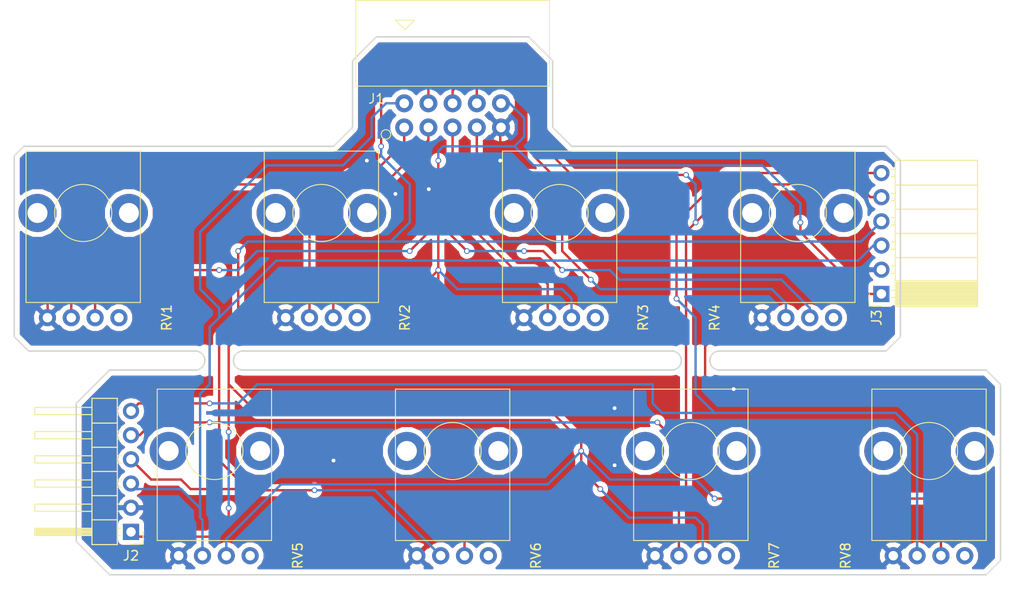
<source format=kicad_pcb>
(kicad_pcb (version 4) (host pcbnew 4.0.7-e2-6376~58~ubuntu16.04.1)

  (general
    (links 36)
    (no_connects 2)
    (area 101.424999 65.424999 205.075001 122.075001)
    (thickness 1.6)
    (drawings 37)
    (tracks 274)
    (zones 0)
    (modules 29)
    (nets 11)
  )

  (page A4)
  (layers
    (0 F.Cu signal)
    (31 B.Cu signal)
    (32 B.Adhes user)
    (33 F.Adhes user)
    (34 B.Paste user)
    (35 F.Paste user)
    (36 B.SilkS user)
    (37 F.SilkS user)
    (38 B.Mask user)
    (39 F.Mask user)
    (40 Dwgs.User user)
    (41 Cmts.User user)
    (42 Eco1.User user)
    (43 Eco2.User user)
    (44 Edge.Cuts user)
    (45 Margin user)
    (46 B.CrtYd user)
    (47 F.CrtYd user)
    (48 B.Fab user)
    (49 F.Fab user)
  )

  (setup
    (last_trace_width 0.25)
    (trace_clearance 0.2)
    (zone_clearance 0.508)
    (zone_45_only no)
    (trace_min 0.1524)
    (segment_width 0.2)
    (edge_width 0.15)
    (via_size 0.6)
    (via_drill 0.4)
    (via_min_size 0.06858)
    (via_min_drill 0.3302)
    (uvia_size 0.3)
    (uvia_drill 0.1)
    (uvias_allowed no)
    (uvia_min_size 0)
    (uvia_min_drill 0)
    (pcb_text_width 0.3)
    (pcb_text_size 1.5 1.5)
    (mod_edge_width 0.15)
    (mod_text_size 1 1)
    (mod_text_width 0.15)
    (pad_size 1.524 1.524)
    (pad_drill 0.762)
    (pad_to_mask_clearance 0.0508)
    (aux_axis_origin 0 0)
    (visible_elements FFFFFF7F)
    (pcbplotparams
      (layerselection 0x00030_80000001)
      (usegerberextensions false)
      (excludeedgelayer true)
      (linewidth 0.100000)
      (plotframeref false)
      (viasonmask false)
      (mode 1)
      (useauxorigin false)
      (hpglpennumber 1)
      (hpglpenspeed 20)
      (hpglpendiameter 15)
      (hpglpenoverlay 2)
      (psnegative false)
      (psa4output false)
      (plotreference true)
      (plotvalue true)
      (plotinvisibletext false)
      (padsonsilk false)
      (subtractmaskfromsilk false)
      (outputformat 1)
      (mirror false)
      (drillshape 1)
      (scaleselection 1)
      (outputdirectory ""))
  )

  (net 0 "")
  (net 1 "Net-(J1-Pad1)")
  (net 2 "Net-(J1-Pad2)")
  (net 3 "Net-(J1-Pad3)")
  (net 4 "Net-(J1-Pad4)")
  (net 5 "Net-(J1-Pad5)")
  (net 6 "Net-(J1-Pad6)")
  (net 7 "Net-(J1-Pad7)")
  (net 8 "Net-(J1-Pad8)")
  (net 9 GND)
  (net 10 VCC)

  (net_class Default "This is the default net class."
    (clearance 0.2)
    (trace_width 0.25)
    (via_dia 0.6)
    (via_drill 0.4)
    (uvia_dia 0.3)
    (uvia_drill 0.1)
    (add_net GND)
    (add_net "Net-(J1-Pad1)")
    (add_net "Net-(J1-Pad2)")
    (add_net "Net-(J1-Pad3)")
    (add_net "Net-(J1-Pad4)")
    (add_net "Net-(J1-Pad5)")
    (add_net "Net-(J1-Pad6)")
    (add_net "Net-(J1-Pad7)")
    (add_net "Net-(J1-Pad8)")
    (add_net VCC)
  )

  (net_class Mousebies ""
    (clearance 0.2)
    (trace_width 0.3)
    (via_dia 0.35)
    (via_drill 0.34)
    (uvia_dia 0.1)
    (uvia_drill 0.05)
  )

  (net_class PWR ""
    (clearance 0.4)
    (trace_width 0.5)
    (via_dia 0.75)
    (via_drill 0.6)
    (uvia_dia 0.6858)
    (uvia_drill 0.3302)
  )

  (module MyFootprintLib:Mouse_bites (layer F.Cu) (tedit 5B35111B) (tstamp 5B351220)
    (at 123 99.5)
    (fp_text reference REF** (at 0 2.9) (layer F.SilkS) hide
      (effects (font (size 1 1) (thickness 0.1)))
    )
    (fp_text value "Mouse bites" (at -0.1 -3.4) (layer F.Fab) hide
      (effects (font (size 1 1) (thickness 0.1)))
    )
    (fp_arc (start 2.5 0) (end 2.5 1) (angle 90) (layer F.CrtYd) (width 0.1))
    (fp_arc (start 2.5 0) (end 1.5 0) (angle 90) (layer F.CrtYd) (width 0.1))
    (fp_arc (start -2.5 0) (end -1.5 0) (angle 90) (layer F.CrtYd) (width 0.1))
    (fp_arc (start -2.5 0) (end -2.5 -1) (angle 90) (layer F.CrtYd) (width 0.1))
    (pad "" np_thru_hole circle (at -1.5 -1) (size 0.35 0.35) (drill 0.35) (layers *.Cu *.Mask))
    (pad "" np_thru_hole circle (at -0.5 -1) (size 0.35 0.35) (drill 0.35) (layers *.Cu *.Mask))
    (pad "" np_thru_hole circle (at 0.5 -1) (size 0.35 0.35) (drill 0.35) (layers *.Cu *.Mask))
    (pad "" np_thru_hole circle (at 1.5 -1) (size 0.35 0.35) (drill 0.35) (layers *.Cu *.Mask))
    (pad "" np_thru_hole circle (at -1.5 1) (size 0.35 0.35) (drill 0.35) (layers *.Cu *.Mask))
    (pad "" np_thru_hole circle (at -0.5 1) (size 0.35 0.35) (drill 0.35) (layers *.Cu *.Mask))
    (pad "" np_thru_hole circle (at 0.5 1) (size 0.35 0.35) (drill 0.35) (layers *.Cu *.Mask))
    (pad "" np_thru_hole circle (at 1.5 1) (size 0.35 0.35) (drill 0.35) (layers *.Cu *.Mask))
  )

  (module MyFootprintLib:Potentiometer_Bourns_or_TT_PTV_PTT111-4_Horizontal (layer F.Cu) (tedit 5B34E92A) (tstamp 5B34D983)
    (at 183.73 95 90)
    (descr "Potentiometer, horizontally mounted, Omeg PC16PU, Omeg PC16PU, Omeg PC16PU, Vishay/Spectrol 248GJ/249GJ Single, Vishay/Spectrol 248GJ/249GJ Single, Vishay/Spectrol 248GJ/249GJ Single, Vishay/Spectrol 248GH/249GH Single, Vishay/Spectrol 148/149 Single, Vishay/Spectrol 148/149 Single, Vishay/Spectrol 148/149 Single, Vishay/Spectrol 148A/149A Single with mounting plates, Vishay/Spectrol 148/149 Double, Vishay/Spectrol 148A/149A Double with mounting plates, Piher PC-16 Single, Piher PC-16 Single, Piher PC-16 Single, Piher PC-16SV Single, Piher PC-16 Double, Piher PC-16 Triple, Piher T16H Single, Piher T16L Single, Piher T16H Double, Alps RK163 Single, Alps RK163 Double, Alps RK097 Single, Alps RK097 Double, Bourns PTV09A-2 Single with mounting sleve Single, Bourns PTV09A-1 with mounting sleve Single, http://www.bourns.com/docs/Product-Datasheets/ptv09.pdf")
    (tags "Potentiometer horizontal  Omeg PC16PU  Omeg PC16PU  Omeg PC16PU  Vishay/Spectrol 248GJ/249GJ Single  Vishay/Spectrol 248GJ/249GJ Single  Vishay/Spectrol 248GJ/249GJ Single  Vishay/Spectrol 248GH/249GH Single  Vishay/Spectrol 148/149 Single  Vishay/Spectrol 148/149 Single  Vishay/Spectrol 148/149 Single  Vishay/Spectrol 148A/149A Single with mounting plates  Vishay/Spectrol 148/149 Double  Vishay/Spectrol 148A/149A Double with mounting plates  Piher PC-16 Single  Piher PC-16 Single  Piher PC-16 Single  Piher PC-16SV Single  Piher PC-16 Double  Piher PC-16 Triple  Piher T16H Single  Piher T16L Single  Piher T16H Double  Alps RK163 Single  Alps RK163 Double  Alps RK097 Single  Alps RK097 Double  Bourns PTV09A-2 Single with mounting sleve Single  Bourns PTV09A-1 with mounting sleve Single")
    (path /5B34C7E0)
    (fp_text reference RV4 (at 0 -8.73 270) (layer F.SilkS)
      (effects (font (size 1 1) (thickness 0.15)))
    )
    (fp_text value 10k_B (at 6.096 9.144 90) (layer F.Fab)
      (effects (font (size 1 1) (thickness 0.15)))
    )
    (fp_line (start -1.5 -7) (end 18 -7) (layer F.CrtYd) (width 0.1))
    (fp_line (start 18 -7) (end 18 7) (layer F.CrtYd) (width 0.1))
    (fp_line (start 18 7) (end -1.5 7) (layer F.CrtYd) (width 0.1))
    (fp_line (start -1.5 7) (end -1.5 -7) (layer F.CrtYd) (width 0.1))
    (fp_line (start 17.5 6) (end 17.5 -6) (layer F.SilkS) (width 0.1))
    (fp_line (start 17.5 6) (end 1.6 6) (layer F.SilkS) (width 0.1))
    (fp_line (start 1.6 -6) (end 1.6 6) (layer F.SilkS) (width 0.1))
    (fp_line (start 17.5 -6) (end 1.6 -6) (layer F.Fab) (width 0.1))
    (fp_line (start 17.5 6) (end 1.6 6) (layer F.Fab) (width 0.1))
    (fp_line (start 17.5 6) (end 17.5 -6) (layer F.Fab) (width 0.1))
    (fp_line (start 17.5 -6) (end 1.6 -6) (layer F.SilkS) (width 0.1))
    (fp_line (start 1.6 -6) (end 1.6 6) (layer F.Fab) (width 0.1))
    (fp_circle (center 11 0) (end 14 0) (layer F.Fab) (width 0.1))
    (fp_circle (center 11 0) (end 11 3) (layer F.SilkS) (width 0.1))
    (pad 4 thru_hole circle (at 0 3.75 90) (size 1.8 1.8) (drill 1) (layers *.Cu *.Mask))
    (pad 1 thru_hole circle (at 0 -3.75 90) (size 1.8 1.8) (drill 1) (layers *.Cu *.Mask)
      (net 9 GND))
    (pad 2 thru_hole circle (at 0 -1.25 90) (size 1.8 1.8) (drill 1) (layers *.Cu *.Mask)
      (net 7 "Net-(J1-Pad7)"))
    (pad 3 thru_hole circle (at 0 1.25 90) (size 1.8 1.8) (drill 1) (layers *.Cu *.Mask)
      (net 10 VCC))
    (pad "" np_thru_hole circle (at 11 -4.8 90) (size 4 4) (drill 2.1) (layers *.Cu *.Mask))
    (pad "" np_thru_hole circle (at 11 4.8 90) (size 4 4) (drill 2.1) (layers *.Cu *.Mask))
    (model "/home/WinLin_data/AutoSync/Dropbox/KiCad/MyLibraries/3D models/PTV111-3415A.wrl"
      (at (xyz 0.425 0 0.05))
      (scale (xyz 0.015 0.015 0.015))
      (rotate (xyz -90 0 90))
    )
  )

  (module Pin_Headers:Pin_Header_Angled_1x06_Pitch2.54mm (layer F.Cu) (tedit 5B34E90C) (tstamp 5B34D919)
    (at 113.75 117.5 180)
    (descr "Through hole angled pin header, 1x06, 2.54mm pitch, 6mm pin length, single row")
    (tags "Through hole angled pin header THT 1x06 2.54mm single row")
    (path /5B34E201)
    (fp_text reference J2 (at 0 -2.5 180) (layer F.SilkS)
      (effects (font (size 1 1) (thickness 0.15)))
    )
    (fp_text value Conn_01x06_Male (at 4.385 14.97 180) (layer F.Fab)
      (effects (font (size 1 1) (thickness 0.15)))
    )
    (fp_line (start 2.135 -1.27) (end 4.04 -1.27) (layer F.Fab) (width 0.1))
    (fp_line (start 4.04 -1.27) (end 4.04 13.97) (layer F.Fab) (width 0.1))
    (fp_line (start 4.04 13.97) (end 1.5 13.97) (layer F.Fab) (width 0.1))
    (fp_line (start 1.5 13.97) (end 1.5 -0.635) (layer F.Fab) (width 0.1))
    (fp_line (start 1.5 -0.635) (end 2.135 -1.27) (layer F.Fab) (width 0.1))
    (fp_line (start -0.32 -0.32) (end 1.5 -0.32) (layer F.Fab) (width 0.1))
    (fp_line (start -0.32 -0.32) (end -0.32 0.32) (layer F.Fab) (width 0.1))
    (fp_line (start -0.32 0.32) (end 1.5 0.32) (layer F.Fab) (width 0.1))
    (fp_line (start 4.04 -0.32) (end 10.04 -0.32) (layer F.Fab) (width 0.1))
    (fp_line (start 10.04 -0.32) (end 10.04 0.32) (layer F.Fab) (width 0.1))
    (fp_line (start 4.04 0.32) (end 10.04 0.32) (layer F.Fab) (width 0.1))
    (fp_line (start -0.32 2.22) (end 1.5 2.22) (layer F.Fab) (width 0.1))
    (fp_line (start -0.32 2.22) (end -0.32 2.86) (layer F.Fab) (width 0.1))
    (fp_line (start -0.32 2.86) (end 1.5 2.86) (layer F.Fab) (width 0.1))
    (fp_line (start 4.04 2.22) (end 10.04 2.22) (layer F.Fab) (width 0.1))
    (fp_line (start 10.04 2.22) (end 10.04 2.86) (layer F.Fab) (width 0.1))
    (fp_line (start 4.04 2.86) (end 10.04 2.86) (layer F.Fab) (width 0.1))
    (fp_line (start -0.32 4.76) (end 1.5 4.76) (layer F.Fab) (width 0.1))
    (fp_line (start -0.32 4.76) (end -0.32 5.4) (layer F.Fab) (width 0.1))
    (fp_line (start -0.32 5.4) (end 1.5 5.4) (layer F.Fab) (width 0.1))
    (fp_line (start 4.04 4.76) (end 10.04 4.76) (layer F.Fab) (width 0.1))
    (fp_line (start 10.04 4.76) (end 10.04 5.4) (layer F.Fab) (width 0.1))
    (fp_line (start 4.04 5.4) (end 10.04 5.4) (layer F.Fab) (width 0.1))
    (fp_line (start -0.32 7.3) (end 1.5 7.3) (layer F.Fab) (width 0.1))
    (fp_line (start -0.32 7.3) (end -0.32 7.94) (layer F.Fab) (width 0.1))
    (fp_line (start -0.32 7.94) (end 1.5 7.94) (layer F.Fab) (width 0.1))
    (fp_line (start 4.04 7.3) (end 10.04 7.3) (layer F.Fab) (width 0.1))
    (fp_line (start 10.04 7.3) (end 10.04 7.94) (layer F.Fab) (width 0.1))
    (fp_line (start 4.04 7.94) (end 10.04 7.94) (layer F.Fab) (width 0.1))
    (fp_line (start -0.32 9.84) (end 1.5 9.84) (layer F.Fab) (width 0.1))
    (fp_line (start -0.32 9.84) (end -0.32 10.48) (layer F.Fab) (width 0.1))
    (fp_line (start -0.32 10.48) (end 1.5 10.48) (layer F.Fab) (width 0.1))
    (fp_line (start 4.04 9.84) (end 10.04 9.84) (layer F.Fab) (width 0.1))
    (fp_line (start 10.04 9.84) (end 10.04 10.48) (layer F.Fab) (width 0.1))
    (fp_line (start 4.04 10.48) (end 10.04 10.48) (layer F.Fab) (width 0.1))
    (fp_line (start -0.32 12.38) (end 1.5 12.38) (layer F.Fab) (width 0.1))
    (fp_line (start -0.32 12.38) (end -0.32 13.02) (layer F.Fab) (width 0.1))
    (fp_line (start -0.32 13.02) (end 1.5 13.02) (layer F.Fab) (width 0.1))
    (fp_line (start 4.04 12.38) (end 10.04 12.38) (layer F.Fab) (width 0.1))
    (fp_line (start 10.04 12.38) (end 10.04 13.02) (layer F.Fab) (width 0.1))
    (fp_line (start 4.04 13.02) (end 10.04 13.02) (layer F.Fab) (width 0.1))
    (fp_line (start 1.44 -1.33) (end 1.44 14.03) (layer F.SilkS) (width 0.12))
    (fp_line (start 1.44 14.03) (end 4.1 14.03) (layer F.SilkS) (width 0.12))
    (fp_line (start 4.1 14.03) (end 4.1 -1.33) (layer F.SilkS) (width 0.12))
    (fp_line (start 4.1 -1.33) (end 1.44 -1.33) (layer F.SilkS) (width 0.12))
    (fp_line (start 4.1 -0.38) (end 10.1 -0.38) (layer F.SilkS) (width 0.12))
    (fp_line (start 10.1 -0.38) (end 10.1 0.38) (layer F.SilkS) (width 0.12))
    (fp_line (start 10.1 0.38) (end 4.1 0.38) (layer F.SilkS) (width 0.12))
    (fp_line (start 4.1 -0.32) (end 10.1 -0.32) (layer F.SilkS) (width 0.12))
    (fp_line (start 4.1 -0.2) (end 10.1 -0.2) (layer F.SilkS) (width 0.12))
    (fp_line (start 4.1 -0.08) (end 10.1 -0.08) (layer F.SilkS) (width 0.12))
    (fp_line (start 4.1 0.04) (end 10.1 0.04) (layer F.SilkS) (width 0.12))
    (fp_line (start 4.1 0.16) (end 10.1 0.16) (layer F.SilkS) (width 0.12))
    (fp_line (start 4.1 0.28) (end 10.1 0.28) (layer F.SilkS) (width 0.12))
    (fp_line (start 1.11 -0.38) (end 1.44 -0.38) (layer F.SilkS) (width 0.12))
    (fp_line (start 1.11 0.38) (end 1.44 0.38) (layer F.SilkS) (width 0.12))
    (fp_line (start 1.44 1.27) (end 4.1 1.27) (layer F.SilkS) (width 0.12))
    (fp_line (start 4.1 2.16) (end 10.1 2.16) (layer F.SilkS) (width 0.12))
    (fp_line (start 10.1 2.16) (end 10.1 2.92) (layer F.SilkS) (width 0.12))
    (fp_line (start 10.1 2.92) (end 4.1 2.92) (layer F.SilkS) (width 0.12))
    (fp_line (start 1.042929 2.16) (end 1.44 2.16) (layer F.SilkS) (width 0.12))
    (fp_line (start 1.042929 2.92) (end 1.44 2.92) (layer F.SilkS) (width 0.12))
    (fp_line (start 1.44 3.81) (end 4.1 3.81) (layer F.SilkS) (width 0.12))
    (fp_line (start 4.1 4.7) (end 10.1 4.7) (layer F.SilkS) (width 0.12))
    (fp_line (start 10.1 4.7) (end 10.1 5.46) (layer F.SilkS) (width 0.12))
    (fp_line (start 10.1 5.46) (end 4.1 5.46) (layer F.SilkS) (width 0.12))
    (fp_line (start 1.042929 4.7) (end 1.44 4.7) (layer F.SilkS) (width 0.12))
    (fp_line (start 1.042929 5.46) (end 1.44 5.46) (layer F.SilkS) (width 0.12))
    (fp_line (start 1.44 6.35) (end 4.1 6.35) (layer F.SilkS) (width 0.12))
    (fp_line (start 4.1 7.24) (end 10.1 7.24) (layer F.SilkS) (width 0.12))
    (fp_line (start 10.1 7.24) (end 10.1 8) (layer F.SilkS) (width 0.12))
    (fp_line (start 10.1 8) (end 4.1 8) (layer F.SilkS) (width 0.12))
    (fp_line (start 1.042929 7.24) (end 1.44 7.24) (layer F.SilkS) (width 0.12))
    (fp_line (start 1.042929 8) (end 1.44 8) (layer F.SilkS) (width 0.12))
    (fp_line (start 1.44 8.89) (end 4.1 8.89) (layer F.SilkS) (width 0.12))
    (fp_line (start 4.1 9.78) (end 10.1 9.78) (layer F.SilkS) (width 0.12))
    (fp_line (start 10.1 9.78) (end 10.1 10.54) (layer F.SilkS) (width 0.12))
    (fp_line (start 10.1 10.54) (end 4.1 10.54) (layer F.SilkS) (width 0.12))
    (fp_line (start 1.042929 9.78) (end 1.44 9.78) (layer F.SilkS) (width 0.12))
    (fp_line (start 1.042929 10.54) (end 1.44 10.54) (layer F.SilkS) (width 0.12))
    (fp_line (start 1.44 11.43) (end 4.1 11.43) (layer F.SilkS) (width 0.12))
    (fp_line (start 4.1 12.32) (end 10.1 12.32) (layer F.SilkS) (width 0.12))
    (fp_line (start 10.1 12.32) (end 10.1 13.08) (layer F.SilkS) (width 0.12))
    (fp_line (start 10.1 13.08) (end 4.1 13.08) (layer F.SilkS) (width 0.12))
    (fp_line (start 1.042929 12.32) (end 1.44 12.32) (layer F.SilkS) (width 0.12))
    (fp_line (start 1.042929 13.08) (end 1.44 13.08) (layer F.SilkS) (width 0.12))
    (fp_line (start -1.27 0) (end -1.27 -1.27) (layer F.SilkS) (width 0.12))
    (fp_line (start -1.27 -1.27) (end 0 -1.27) (layer F.SilkS) (width 0.12))
    (fp_line (start -1.8 -1.8) (end -1.8 14.5) (layer F.CrtYd) (width 0.05))
    (fp_line (start -1.8 14.5) (end 10.55 14.5) (layer F.CrtYd) (width 0.05))
    (fp_line (start 10.55 14.5) (end 10.55 -1.8) (layer F.CrtYd) (width 0.05))
    (fp_line (start 10.55 -1.8) (end -1.8 -1.8) (layer F.CrtYd) (width 0.05))
    (fp_text user %R (at 2.77 6.35 270) (layer F.Fab)
      (effects (font (size 1 1) (thickness 0.15)))
    )
    (pad 1 thru_hole rect (at 0 0 180) (size 1.7 1.7) (drill 1) (layers *.Cu *.Mask)
      (net 10 VCC))
    (pad 2 thru_hole oval (at 0 2.54 180) (size 1.7 1.7) (drill 1) (layers *.Cu *.Mask)
      (net 9 GND))
    (pad 3 thru_hole oval (at 0 5.08 180) (size 1.7 1.7) (drill 1) (layers *.Cu *.Mask)
      (net 2 "Net-(J1-Pad2)"))
    (pad 4 thru_hole oval (at 0 7.62 180) (size 1.7 1.7) (drill 1) (layers *.Cu *.Mask)
      (net 4 "Net-(J1-Pad4)"))
    (pad 5 thru_hole oval (at 0 10.16 180) (size 1.7 1.7) (drill 1) (layers *.Cu *.Mask)
      (net 6 "Net-(J1-Pad6)"))
    (pad 6 thru_hole oval (at 0 12.7 180) (size 1.7 1.7) (drill 1) (layers *.Cu *.Mask)
      (net 8 "Net-(J1-Pad8)"))
    (model ${KISYS3DMOD}/Pin_Headers.3dshapes/Pin_Header_Angled_1x06_Pitch2.54mm.wrl
      (at (xyz 0 0 0))
      (scale (xyz 1 1 1))
      (rotate (xyz 0 0 0))
    )
    (model Connector_PinHeader_2.54mm.3dshapes/PinHeader_1x06_P2.54mm_Horizontal.wrl
      (at (xyz 0 0 0))
      (scale (xyz 1 1 1))
      (rotate (xyz 0 0 0))
    )
  )

  (module Socket_Strips:Socket_Strip_Angled_1x06_Pitch2.54mm (layer F.Cu) (tedit 5B350C3B) (tstamp 5B34D923)
    (at 192.5 92.5 180)
    (descr "Through hole angled socket strip, 1x06, 2.54mm pitch, 8.51mm socket length, single row")
    (tags "Through hole angled socket strip THT 1x06 2.54mm single row")
    (path /5B34D48B)
    (fp_text reference J3 (at 0.5 -2.5 270) (layer F.SilkS)
      (effects (font (size 1 1) (thickness 0.15)))
    )
    (fp_text value Conn_01x06_Female (at -4.38 14.97 180) (layer F.Fab)
      (effects (font (size 1 1) (thickness 0.15)))
    )
    (fp_line (start -1.52 -1.27) (end -1.52 1.27) (layer F.Fab) (width 0.1))
    (fp_line (start -1.52 1.27) (end -10.03 1.27) (layer F.Fab) (width 0.1))
    (fp_line (start -10.03 1.27) (end -10.03 -1.27) (layer F.Fab) (width 0.1))
    (fp_line (start -10.03 -1.27) (end -1.52 -1.27) (layer F.Fab) (width 0.1))
    (fp_line (start 0 -0.32) (end 0 0.32) (layer F.Fab) (width 0.1))
    (fp_line (start 0 0.32) (end -1.52 0.32) (layer F.Fab) (width 0.1))
    (fp_line (start -1.52 0.32) (end -1.52 -0.32) (layer F.Fab) (width 0.1))
    (fp_line (start -1.52 -0.32) (end 0 -0.32) (layer F.Fab) (width 0.1))
    (fp_line (start -1.52 1.27) (end -1.52 3.81) (layer F.Fab) (width 0.1))
    (fp_line (start -1.52 3.81) (end -10.03 3.81) (layer F.Fab) (width 0.1))
    (fp_line (start -10.03 3.81) (end -10.03 1.27) (layer F.Fab) (width 0.1))
    (fp_line (start -10.03 1.27) (end -1.52 1.27) (layer F.Fab) (width 0.1))
    (fp_line (start 0 2.22) (end 0 2.86) (layer F.Fab) (width 0.1))
    (fp_line (start 0 2.86) (end -1.52 2.86) (layer F.Fab) (width 0.1))
    (fp_line (start -1.52 2.86) (end -1.52 2.22) (layer F.Fab) (width 0.1))
    (fp_line (start -1.52 2.22) (end 0 2.22) (layer F.Fab) (width 0.1))
    (fp_line (start -1.52 3.81) (end -1.52 6.35) (layer F.Fab) (width 0.1))
    (fp_line (start -1.52 6.35) (end -10.03 6.35) (layer F.Fab) (width 0.1))
    (fp_line (start -10.03 6.35) (end -10.03 3.81) (layer F.Fab) (width 0.1))
    (fp_line (start -10.03 3.81) (end -1.52 3.81) (layer F.Fab) (width 0.1))
    (fp_line (start 0 4.76) (end 0 5.4) (layer F.Fab) (width 0.1))
    (fp_line (start 0 5.4) (end -1.52 5.4) (layer F.Fab) (width 0.1))
    (fp_line (start -1.52 5.4) (end -1.52 4.76) (layer F.Fab) (width 0.1))
    (fp_line (start -1.52 4.76) (end 0 4.76) (layer F.Fab) (width 0.1))
    (fp_line (start -1.52 6.35) (end -1.52 8.89) (layer F.Fab) (width 0.1))
    (fp_line (start -1.52 8.89) (end -10.03 8.89) (layer F.Fab) (width 0.1))
    (fp_line (start -10.03 8.89) (end -10.03 6.35) (layer F.Fab) (width 0.1))
    (fp_line (start -10.03 6.35) (end -1.52 6.35) (layer F.Fab) (width 0.1))
    (fp_line (start 0 7.3) (end 0 7.94) (layer F.Fab) (width 0.1))
    (fp_line (start 0 7.94) (end -1.52 7.94) (layer F.Fab) (width 0.1))
    (fp_line (start -1.52 7.94) (end -1.52 7.3) (layer F.Fab) (width 0.1))
    (fp_line (start -1.52 7.3) (end 0 7.3) (layer F.Fab) (width 0.1))
    (fp_line (start -1.52 8.89) (end -1.52 11.43) (layer F.Fab) (width 0.1))
    (fp_line (start -1.52 11.43) (end -10.03 11.43) (layer F.Fab) (width 0.1))
    (fp_line (start -10.03 11.43) (end -10.03 8.89) (layer F.Fab) (width 0.1))
    (fp_line (start -10.03 8.89) (end -1.52 8.89) (layer F.Fab) (width 0.1))
    (fp_line (start 0 9.84) (end 0 10.48) (layer F.Fab) (width 0.1))
    (fp_line (start 0 10.48) (end -1.52 10.48) (layer F.Fab) (width 0.1))
    (fp_line (start -1.52 10.48) (end -1.52 9.84) (layer F.Fab) (width 0.1))
    (fp_line (start -1.52 9.84) (end 0 9.84) (layer F.Fab) (width 0.1))
    (fp_line (start -1.52 11.43) (end -1.52 13.97) (layer F.Fab) (width 0.1))
    (fp_line (start -1.52 13.97) (end -10.03 13.97) (layer F.Fab) (width 0.1))
    (fp_line (start -10.03 13.97) (end -10.03 11.43) (layer F.Fab) (width 0.1))
    (fp_line (start -10.03 11.43) (end -1.52 11.43) (layer F.Fab) (width 0.1))
    (fp_line (start 0 12.38) (end 0 13.02) (layer F.Fab) (width 0.1))
    (fp_line (start 0 13.02) (end -1.52 13.02) (layer F.Fab) (width 0.1))
    (fp_line (start -1.52 13.02) (end -1.52 12.38) (layer F.Fab) (width 0.1))
    (fp_line (start -1.52 12.38) (end 0 12.38) (layer F.Fab) (width 0.1))
    (fp_line (start -1.46 -1.33) (end -1.46 1.27) (layer F.SilkS) (width 0.12))
    (fp_line (start -1.46 1.27) (end -10.09 1.27) (layer F.SilkS) (width 0.12))
    (fp_line (start -10.09 1.27) (end -10.09 -1.33) (layer F.SilkS) (width 0.12))
    (fp_line (start -10.09 -1.33) (end -1.46 -1.33) (layer F.SilkS) (width 0.12))
    (fp_line (start -1.03 -0.38) (end -1.46 -0.38) (layer F.SilkS) (width 0.12))
    (fp_line (start -1.03 0.38) (end -1.46 0.38) (layer F.SilkS) (width 0.12))
    (fp_line (start -1.46 -1.15) (end -10.09 -1.15) (layer F.SilkS) (width 0.12))
    (fp_line (start -1.46 -1.03) (end -10.09 -1.03) (layer F.SilkS) (width 0.12))
    (fp_line (start -1.46 -0.91) (end -10.09 -0.91) (layer F.SilkS) (width 0.12))
    (fp_line (start -1.46 -0.79) (end -10.09 -0.79) (layer F.SilkS) (width 0.12))
    (fp_line (start -1.46 -0.67) (end -10.09 -0.67) (layer F.SilkS) (width 0.12))
    (fp_line (start -1.46 -0.55) (end -10.09 -0.55) (layer F.SilkS) (width 0.12))
    (fp_line (start -1.46 -0.43) (end -10.09 -0.43) (layer F.SilkS) (width 0.12))
    (fp_line (start -1.46 -0.31) (end -10.09 -0.31) (layer F.SilkS) (width 0.12))
    (fp_line (start -1.46 -0.19) (end -10.09 -0.19) (layer F.SilkS) (width 0.12))
    (fp_line (start -1.46 -0.07) (end -10.09 -0.07) (layer F.SilkS) (width 0.12))
    (fp_line (start -1.46 0.05) (end -10.09 0.05) (layer F.SilkS) (width 0.12))
    (fp_line (start -1.46 0.17) (end -10.09 0.17) (layer F.SilkS) (width 0.12))
    (fp_line (start -1.46 0.29) (end -10.09 0.29) (layer F.SilkS) (width 0.12))
    (fp_line (start -1.46 0.41) (end -10.09 0.41) (layer F.SilkS) (width 0.12))
    (fp_line (start -1.46 0.53) (end -10.09 0.53) (layer F.SilkS) (width 0.12))
    (fp_line (start -1.46 0.65) (end -10.09 0.65) (layer F.SilkS) (width 0.12))
    (fp_line (start -1.46 0.77) (end -10.09 0.77) (layer F.SilkS) (width 0.12))
    (fp_line (start -1.46 0.89) (end -10.09 0.89) (layer F.SilkS) (width 0.12))
    (fp_line (start -1.46 1.01) (end -10.09 1.01) (layer F.SilkS) (width 0.12))
    (fp_line (start -1.46 1.13) (end -10.09 1.13) (layer F.SilkS) (width 0.12))
    (fp_line (start -1.46 1.25) (end -10.09 1.25) (layer F.SilkS) (width 0.12))
    (fp_line (start -1.46 1.37) (end -10.09 1.37) (layer F.SilkS) (width 0.12))
    (fp_line (start -1.46 1.27) (end -1.46 3.81) (layer F.SilkS) (width 0.12))
    (fp_line (start -1.46 3.81) (end -10.09 3.81) (layer F.SilkS) (width 0.12))
    (fp_line (start -10.09 3.81) (end -10.09 1.27) (layer F.SilkS) (width 0.12))
    (fp_line (start -10.09 1.27) (end -1.46 1.27) (layer F.SilkS) (width 0.12))
    (fp_line (start -1.03 2.16) (end -1.46 2.16) (layer F.SilkS) (width 0.12))
    (fp_line (start -1.03 2.92) (end -1.46 2.92) (layer F.SilkS) (width 0.12))
    (fp_line (start -1.46 3.81) (end -1.46 6.35) (layer F.SilkS) (width 0.12))
    (fp_line (start -1.46 6.35) (end -10.09 6.35) (layer F.SilkS) (width 0.12))
    (fp_line (start -10.09 6.35) (end -10.09 3.81) (layer F.SilkS) (width 0.12))
    (fp_line (start -10.09 3.81) (end -1.46 3.81) (layer F.SilkS) (width 0.12))
    (fp_line (start -1.03 4.7) (end -1.46 4.7) (layer F.SilkS) (width 0.12))
    (fp_line (start -1.03 5.46) (end -1.46 5.46) (layer F.SilkS) (width 0.12))
    (fp_line (start -1.46 6.35) (end -1.46 8.89) (layer F.SilkS) (width 0.12))
    (fp_line (start -1.46 8.89) (end -10.09 8.89) (layer F.SilkS) (width 0.12))
    (fp_line (start -10.09 8.89) (end -10.09 6.35) (layer F.SilkS) (width 0.12))
    (fp_line (start -10.09 6.35) (end -1.46 6.35) (layer F.SilkS) (width 0.12))
    (fp_line (start -1.03 7.24) (end -1.46 7.24) (layer F.SilkS) (width 0.12))
    (fp_line (start -1.03 8) (end -1.46 8) (layer F.SilkS) (width 0.12))
    (fp_line (start -1.46 8.89) (end -1.46 11.43) (layer F.SilkS) (width 0.12))
    (fp_line (start -1.46 11.43) (end -10.09 11.43) (layer F.SilkS) (width 0.12))
    (fp_line (start -10.09 11.43) (end -10.09 8.89) (layer F.SilkS) (width 0.12))
    (fp_line (start -10.09 8.89) (end -1.46 8.89) (layer F.SilkS) (width 0.12))
    (fp_line (start -1.03 9.78) (end -1.46 9.78) (layer F.SilkS) (width 0.12))
    (fp_line (start -1.03 10.54) (end -1.46 10.54) (layer F.SilkS) (width 0.12))
    (fp_line (start -1.46 11.43) (end -1.46 14.03) (layer F.SilkS) (width 0.12))
    (fp_line (start -1.46 14.03) (end -10.09 14.03) (layer F.SilkS) (width 0.12))
    (fp_line (start -10.09 14.03) (end -10.09 11.43) (layer F.SilkS) (width 0.12))
    (fp_line (start -10.09 11.43) (end -1.46 11.43) (layer F.SilkS) (width 0.12))
    (fp_line (start -1.03 12.32) (end -1.46 12.32) (layer F.SilkS) (width 0.12))
    (fp_line (start -1.03 13.08) (end -1.46 13.08) (layer F.SilkS) (width 0.12))
    (fp_line (start 0 -1.27) (end 1.27 -1.27) (layer F.SilkS) (width 0.12))
    (fp_line (start 1.27 -1.27) (end 1.27 0) (layer F.SilkS) (width 0.12))
    (fp_line (start 1.8 -1.8) (end 1.8 14.5) (layer F.CrtYd) (width 0.05))
    (fp_line (start 1.8 14.5) (end -10.55 14.5) (layer F.CrtYd) (width 0.05))
    (fp_line (start -10.55 14.5) (end -10.55 -1.8) (layer F.CrtYd) (width 0.05))
    (fp_line (start -10.55 -1.8) (end 1.8 -1.8) (layer F.CrtYd) (width 0.05))
    (fp_text user %R (at 0.5 -2.5 270) (layer F.Fab)
      (effects (font (size 1 1) (thickness 0.15)))
    )
    (pad 1 thru_hole rect (at 0 0 180) (size 1.7 1.7) (drill 1) (layers *.Cu *.Mask)
      (net 10 VCC))
    (pad 2 thru_hole oval (at 0 2.54 180) (size 1.7 1.7) (drill 1) (layers *.Cu *.Mask)
      (net 9 GND))
    (pad 3 thru_hole oval (at 0 5.08 180) (size 1.7 1.7) (drill 1) (layers *.Cu *.Mask)
      (net 2 "Net-(J1-Pad2)"))
    (pad 4 thru_hole oval (at 0 7.62 180) (size 1.7 1.7) (drill 1) (layers *.Cu *.Mask)
      (net 4 "Net-(J1-Pad4)"))
    (pad 5 thru_hole oval (at 0 10.16 180) (size 1.7 1.7) (drill 1) (layers *.Cu *.Mask)
      (net 6 "Net-(J1-Pad6)"))
    (pad 6 thru_hole oval (at 0 12.7 180) (size 1.7 1.7) (drill 1) (layers *.Cu *.Mask)
      (net 8 "Net-(J1-Pad8)"))
    (model ${KISYS3DMOD}/Socket_Strips.3dshapes/Socket_Strip_Angled_1x06_Pitch2.54mm.wrl
      (at (xyz 0 -0.25 0))
      (scale (xyz 1 1 1))
      (rotate (xyz 0 0 270))
    )
    (model Connector_PinSocket_2.54mm.3dshapes/PinSocket_1x06_P2.54mm_Horizontal.wrl
      (at (xyz 0 0 0))
      (scale (xyz 1 1 1))
      (rotate (xyz 0 0 0))
    )
  )

  (module MyFootprintLib:Potentiometer_Bourns_or_TT_PTV_PTT111-4_Horizontal (layer F.Cu) (tedit 5B34E8D6) (tstamp 5B34D93B)
    (at 108.73 95 90)
    (descr "Potentiometer, horizontally mounted, Omeg PC16PU, Omeg PC16PU, Omeg PC16PU, Vishay/Spectrol 248GJ/249GJ Single, Vishay/Spectrol 248GJ/249GJ Single, Vishay/Spectrol 248GJ/249GJ Single, Vishay/Spectrol 248GH/249GH Single, Vishay/Spectrol 148/149 Single, Vishay/Spectrol 148/149 Single, Vishay/Spectrol 148/149 Single, Vishay/Spectrol 148A/149A Single with mounting plates, Vishay/Spectrol 148/149 Double, Vishay/Spectrol 148A/149A Double with mounting plates, Piher PC-16 Single, Piher PC-16 Single, Piher PC-16 Single, Piher PC-16SV Single, Piher PC-16 Double, Piher PC-16 Triple, Piher T16H Single, Piher T16L Single, Piher T16H Double, Alps RK163 Single, Alps RK163 Double, Alps RK097 Single, Alps RK097 Double, Bourns PTV09A-2 Single with mounting sleve Single, Bourns PTV09A-1 with mounting sleve Single, http://www.bourns.com/docs/Product-Datasheets/ptv09.pdf")
    (tags "Potentiometer horizontal  Omeg PC16PU  Omeg PC16PU  Omeg PC16PU  Vishay/Spectrol 248GJ/249GJ Single  Vishay/Spectrol 248GJ/249GJ Single  Vishay/Spectrol 248GJ/249GJ Single  Vishay/Spectrol 248GH/249GH Single  Vishay/Spectrol 148/149 Single  Vishay/Spectrol 148/149 Single  Vishay/Spectrol 148/149 Single  Vishay/Spectrol 148A/149A Single with mounting plates  Vishay/Spectrol 148/149 Double  Vishay/Spectrol 148A/149A Double with mounting plates  Piher PC-16 Single  Piher PC-16 Single  Piher PC-16 Single  Piher PC-16SV Single  Piher PC-16 Double  Piher PC-16 Triple  Piher T16H Single  Piher T16L Single  Piher T16H Double  Alps RK163 Single  Alps RK163 Double  Alps RK097 Single  Alps RK097 Double  Bourns PTV09A-2 Single with mounting sleve Single  Bourns PTV09A-1 with mounting sleve Single")
    (path /5B34BF6F)
    (fp_text reference RV1 (at 0 8.77 270) (layer F.SilkS)
      (effects (font (size 1 1) (thickness 0.15)))
    )
    (fp_text value 10k_B (at 6.096 9.144 90) (layer F.Fab)
      (effects (font (size 1 1) (thickness 0.15)))
    )
    (fp_line (start -1.5 -7) (end 18 -7) (layer F.CrtYd) (width 0.1))
    (fp_line (start 18 -7) (end 18 7) (layer F.CrtYd) (width 0.1))
    (fp_line (start 18 7) (end -1.5 7) (layer F.CrtYd) (width 0.1))
    (fp_line (start -1.5 7) (end -1.5 -7) (layer F.CrtYd) (width 0.1))
    (fp_line (start 17.5 6) (end 17.5 -6) (layer F.SilkS) (width 0.1))
    (fp_line (start 17.5 6) (end 1.6 6) (layer F.SilkS) (width 0.1))
    (fp_line (start 1.6 -6) (end 1.6 6) (layer F.SilkS) (width 0.1))
    (fp_line (start 17.5 -6) (end 1.6 -6) (layer F.Fab) (width 0.1))
    (fp_line (start 17.5 6) (end 1.6 6) (layer F.Fab) (width 0.1))
    (fp_line (start 17.5 6) (end 17.5 -6) (layer F.Fab) (width 0.1))
    (fp_line (start 17.5 -6) (end 1.6 -6) (layer F.SilkS) (width 0.1))
    (fp_line (start 1.6 -6) (end 1.6 6) (layer F.Fab) (width 0.1))
    (fp_circle (center 11 0) (end 14 0) (layer F.Fab) (width 0.1))
    (fp_circle (center 11 0) (end 11 3) (layer F.SilkS) (width 0.1))
    (pad 4 thru_hole circle (at 0 3.75 90) (size 1.8 1.8) (drill 1) (layers *.Cu *.Mask))
    (pad 1 thru_hole circle (at 0 -3.75 90) (size 1.8 1.8) (drill 1) (layers *.Cu *.Mask)
      (net 9 GND))
    (pad 2 thru_hole circle (at 0 -1.25 90) (size 1.8 1.8) (drill 1) (layers *.Cu *.Mask)
      (net 1 "Net-(J1-Pad1)"))
    (pad 3 thru_hole circle (at 0 1.25 90) (size 1.8 1.8) (drill 1) (layers *.Cu *.Mask)
      (net 10 VCC))
    (pad "" np_thru_hole circle (at 11 -4.8 90) (size 4 4) (drill 2.1) (layers *.Cu *.Mask))
    (pad "" np_thru_hole circle (at 11 4.8 90) (size 4 4) (drill 2.1) (layers *.Cu *.Mask))
    (model "/home/WinLin_data/AutoSync/Dropbox/KiCad/MyLibraries/3D models/PTV111-3415A.wrl"
      (at (xyz 0.425 0 0.05))
      (scale (xyz 0.015 0.015 0.015))
      (rotate (xyz -90 0 90))
    )
  )

  (module MyFootprintLib:Potentiometer_Bourns_or_TT_PTV_PTT111-4_Horizontal (layer F.Cu) (tedit 5B34E8D1) (tstamp 5B34D953)
    (at 133.73 95 90)
    (descr "Potentiometer, horizontally mounted, Omeg PC16PU, Omeg PC16PU, Omeg PC16PU, Vishay/Spectrol 248GJ/249GJ Single, Vishay/Spectrol 248GJ/249GJ Single, Vishay/Spectrol 248GJ/249GJ Single, Vishay/Spectrol 248GH/249GH Single, Vishay/Spectrol 148/149 Single, Vishay/Spectrol 148/149 Single, Vishay/Spectrol 148/149 Single, Vishay/Spectrol 148A/149A Single with mounting plates, Vishay/Spectrol 148/149 Double, Vishay/Spectrol 148A/149A Double with mounting plates, Piher PC-16 Single, Piher PC-16 Single, Piher PC-16 Single, Piher PC-16SV Single, Piher PC-16 Double, Piher PC-16 Triple, Piher T16H Single, Piher T16L Single, Piher T16H Double, Alps RK163 Single, Alps RK163 Double, Alps RK097 Single, Alps RK097 Double, Bourns PTV09A-2 Single with mounting sleve Single, Bourns PTV09A-1 with mounting sleve Single, http://www.bourns.com/docs/Product-Datasheets/ptv09.pdf")
    (tags "Potentiometer horizontal  Omeg PC16PU  Omeg PC16PU  Omeg PC16PU  Vishay/Spectrol 248GJ/249GJ Single  Vishay/Spectrol 248GJ/249GJ Single  Vishay/Spectrol 248GJ/249GJ Single  Vishay/Spectrol 248GH/249GH Single  Vishay/Spectrol 148/149 Single  Vishay/Spectrol 148/149 Single  Vishay/Spectrol 148/149 Single  Vishay/Spectrol 148A/149A Single with mounting plates  Vishay/Spectrol 148/149 Double  Vishay/Spectrol 148A/149A Double with mounting plates  Piher PC-16 Single  Piher PC-16 Single  Piher PC-16 Single  Piher PC-16SV Single  Piher PC-16 Double  Piher PC-16 Triple  Piher T16H Single  Piher T16L Single  Piher T16H Double  Alps RK163 Single  Alps RK163 Double  Alps RK097 Single  Alps RK097 Double  Bourns PTV09A-2 Single with mounting sleve Single  Bourns PTV09A-1 with mounting sleve Single")
    (path /5B34C75B)
    (fp_text reference RV2 (at 0 8.77 270) (layer F.SilkS)
      (effects (font (size 1 1) (thickness 0.15)))
    )
    (fp_text value 10k_B (at 6.096 9.144 90) (layer F.Fab)
      (effects (font (size 1 1) (thickness 0.15)))
    )
    (fp_line (start -1.5 -7) (end 18 -7) (layer F.CrtYd) (width 0.1))
    (fp_line (start 18 -7) (end 18 7) (layer F.CrtYd) (width 0.1))
    (fp_line (start 18 7) (end -1.5 7) (layer F.CrtYd) (width 0.1))
    (fp_line (start -1.5 7) (end -1.5 -7) (layer F.CrtYd) (width 0.1))
    (fp_line (start 17.5 6) (end 17.5 -6) (layer F.SilkS) (width 0.1))
    (fp_line (start 17.5 6) (end 1.6 6) (layer F.SilkS) (width 0.1))
    (fp_line (start 1.6 -6) (end 1.6 6) (layer F.SilkS) (width 0.1))
    (fp_line (start 17.5 -6) (end 1.6 -6) (layer F.Fab) (width 0.1))
    (fp_line (start 17.5 6) (end 1.6 6) (layer F.Fab) (width 0.1))
    (fp_line (start 17.5 6) (end 17.5 -6) (layer F.Fab) (width 0.1))
    (fp_line (start 17.5 -6) (end 1.6 -6) (layer F.SilkS) (width 0.1))
    (fp_line (start 1.6 -6) (end 1.6 6) (layer F.Fab) (width 0.1))
    (fp_circle (center 11 0) (end 14 0) (layer F.Fab) (width 0.1))
    (fp_circle (center 11 0) (end 11 3) (layer F.SilkS) (width 0.1))
    (pad 4 thru_hole circle (at 0 3.75 90) (size 1.8 1.8) (drill 1) (layers *.Cu *.Mask))
    (pad 1 thru_hole circle (at 0 -3.75 90) (size 1.8 1.8) (drill 1) (layers *.Cu *.Mask)
      (net 9 GND))
    (pad 2 thru_hole circle (at 0 -1.25 90) (size 1.8 1.8) (drill 1) (layers *.Cu *.Mask)
      (net 3 "Net-(J1-Pad3)"))
    (pad 3 thru_hole circle (at 0 1.25 90) (size 1.8 1.8) (drill 1) (layers *.Cu *.Mask)
      (net 10 VCC))
    (pad "" np_thru_hole circle (at 11 -4.8 90) (size 4 4) (drill 2.1) (layers *.Cu *.Mask))
    (pad "" np_thru_hole circle (at 11 4.8 90) (size 4 4) (drill 2.1) (layers *.Cu *.Mask))
    (model "/home/WinLin_data/AutoSync/Dropbox/KiCad/MyLibraries/3D models/PTV111-3415A.wrl"
      (at (xyz 0.425 0 0.05))
      (scale (xyz 0.015 0.015 0.015))
      (rotate (xyz -90 0 90))
    )
  )

  (module MyFootprintLib:Potentiometer_Bourns_or_TT_PTV_PTT111-4_Horizontal (layer F.Cu) (tedit 5B34E8DA) (tstamp 5B34D96B)
    (at 158.73 95 90)
    (descr "Potentiometer, horizontally mounted, Omeg PC16PU, Omeg PC16PU, Omeg PC16PU, Vishay/Spectrol 248GJ/249GJ Single, Vishay/Spectrol 248GJ/249GJ Single, Vishay/Spectrol 248GJ/249GJ Single, Vishay/Spectrol 248GH/249GH Single, Vishay/Spectrol 148/149 Single, Vishay/Spectrol 148/149 Single, Vishay/Spectrol 148/149 Single, Vishay/Spectrol 148A/149A Single with mounting plates, Vishay/Spectrol 148/149 Double, Vishay/Spectrol 148A/149A Double with mounting plates, Piher PC-16 Single, Piher PC-16 Single, Piher PC-16 Single, Piher PC-16SV Single, Piher PC-16 Double, Piher PC-16 Triple, Piher T16H Single, Piher T16L Single, Piher T16H Double, Alps RK163 Single, Alps RK163 Double, Alps RK097 Single, Alps RK097 Double, Bourns PTV09A-2 Single with mounting sleve Single, Bourns PTV09A-1 with mounting sleve Single, http://www.bourns.com/docs/Product-Datasheets/ptv09.pdf")
    (tags "Potentiometer horizontal  Omeg PC16PU  Omeg PC16PU  Omeg PC16PU  Vishay/Spectrol 248GJ/249GJ Single  Vishay/Spectrol 248GJ/249GJ Single  Vishay/Spectrol 248GJ/249GJ Single  Vishay/Spectrol 248GH/249GH Single  Vishay/Spectrol 148/149 Single  Vishay/Spectrol 148/149 Single  Vishay/Spectrol 148/149 Single  Vishay/Spectrol 148A/149A Single with mounting plates  Vishay/Spectrol 148/149 Double  Vishay/Spectrol 148A/149A Double with mounting plates  Piher PC-16 Single  Piher PC-16 Single  Piher PC-16 Single  Piher PC-16SV Single  Piher PC-16 Double  Piher PC-16 Triple  Piher T16H Single  Piher T16L Single  Piher T16H Double  Alps RK163 Single  Alps RK163 Double  Alps RK097 Single  Alps RK097 Double  Bourns PTV09A-2 Single with mounting sleve Single  Bourns PTV09A-1 with mounting sleve Single")
    (path /5B34C798)
    (fp_text reference RV3 (at 0 8.77 90) (layer F.SilkS)
      (effects (font (size 1 1) (thickness 0.15)))
    )
    (fp_text value 10k_B (at 6.096 9.144 90) (layer F.Fab)
      (effects (font (size 1 1) (thickness 0.15)))
    )
    (fp_line (start -1.5 -7) (end 18 -7) (layer F.CrtYd) (width 0.1))
    (fp_line (start 18 -7) (end 18 7) (layer F.CrtYd) (width 0.1))
    (fp_line (start 18 7) (end -1.5 7) (layer F.CrtYd) (width 0.1))
    (fp_line (start -1.5 7) (end -1.5 -7) (layer F.CrtYd) (width 0.1))
    (fp_line (start 17.5 6) (end 17.5 -6) (layer F.SilkS) (width 0.1))
    (fp_line (start 17.5 6) (end 1.6 6) (layer F.SilkS) (width 0.1))
    (fp_line (start 1.6 -6) (end 1.6 6) (layer F.SilkS) (width 0.1))
    (fp_line (start 17.5 -6) (end 1.6 -6) (layer F.Fab) (width 0.1))
    (fp_line (start 17.5 6) (end 1.6 6) (layer F.Fab) (width 0.1))
    (fp_line (start 17.5 6) (end 17.5 -6) (layer F.Fab) (width 0.1))
    (fp_line (start 17.5 -6) (end 1.6 -6) (layer F.SilkS) (width 0.1))
    (fp_line (start 1.6 -6) (end 1.6 6) (layer F.Fab) (width 0.1))
    (fp_circle (center 11 0) (end 14 0) (layer F.Fab) (width 0.1))
    (fp_circle (center 11 0) (end 11 3) (layer F.SilkS) (width 0.1))
    (pad 4 thru_hole circle (at 0 3.75 90) (size 1.8 1.8) (drill 1) (layers *.Cu *.Mask))
    (pad 1 thru_hole circle (at 0 -3.75 90) (size 1.8 1.8) (drill 1) (layers *.Cu *.Mask)
      (net 9 GND))
    (pad 2 thru_hole circle (at 0 -1.25 90) (size 1.8 1.8) (drill 1) (layers *.Cu *.Mask)
      (net 5 "Net-(J1-Pad5)"))
    (pad 3 thru_hole circle (at 0 1.25 90) (size 1.8 1.8) (drill 1) (layers *.Cu *.Mask)
      (net 10 VCC))
    (pad "" np_thru_hole circle (at 11 -4.8 90) (size 4 4) (drill 2.1) (layers *.Cu *.Mask))
    (pad "" np_thru_hole circle (at 11 4.8 90) (size 4 4) (drill 2.1) (layers *.Cu *.Mask))
    (model "/home/WinLin_data/AutoSync/Dropbox/KiCad/MyLibraries/3D models/PTV111-3415A.wrl"
      (at (xyz 0.425 0 0.05))
      (scale (xyz 0.015 0.015 0.015))
      (rotate (xyz -90 0 90))
    )
  )

  (module MyFootprintLib:Potentiometer_Bourns_or_TT_PTV_PTT111-4_Horizontal (layer F.Cu) (tedit 5B34E911) (tstamp 5B34D99B)
    (at 122.5 120 90)
    (descr "Potentiometer, horizontally mounted, Omeg PC16PU, Omeg PC16PU, Omeg PC16PU, Vishay/Spectrol 248GJ/249GJ Single, Vishay/Spectrol 248GJ/249GJ Single, Vishay/Spectrol 248GJ/249GJ Single, Vishay/Spectrol 248GH/249GH Single, Vishay/Spectrol 148/149 Single, Vishay/Spectrol 148/149 Single, Vishay/Spectrol 148/149 Single, Vishay/Spectrol 148A/149A Single with mounting plates, Vishay/Spectrol 148/149 Double, Vishay/Spectrol 148A/149A Double with mounting plates, Piher PC-16 Single, Piher PC-16 Single, Piher PC-16 Single, Piher PC-16SV Single, Piher PC-16 Double, Piher PC-16 Triple, Piher T16H Single, Piher T16L Single, Piher T16H Double, Alps RK163 Single, Alps RK163 Double, Alps RK097 Single, Alps RK097 Double, Bourns PTV09A-2 Single with mounting sleve Single, Bourns PTV09A-1 with mounting sleve Single, http://www.bourns.com/docs/Product-Datasheets/ptv09.pdf")
    (tags "Potentiometer horizontal  Omeg PC16PU  Omeg PC16PU  Omeg PC16PU  Vishay/Spectrol 248GJ/249GJ Single  Vishay/Spectrol 248GJ/249GJ Single  Vishay/Spectrol 248GJ/249GJ Single  Vishay/Spectrol 248GH/249GH Single  Vishay/Spectrol 148/149 Single  Vishay/Spectrol 148/149 Single  Vishay/Spectrol 148/149 Single  Vishay/Spectrol 148A/149A Single with mounting plates  Vishay/Spectrol 148/149 Double  Vishay/Spectrol 148A/149A Double with mounting plates  Piher PC-16 Single  Piher PC-16 Single  Piher PC-16 Single  Piher PC-16SV Single  Piher PC-16 Double  Piher PC-16 Triple  Piher T16H Single  Piher T16L Single  Piher T16H Double  Alps RK163 Single  Alps RK163 Double  Alps RK097 Single  Alps RK097 Double  Bourns PTV09A-2 Single with mounting sleve Single  Bourns PTV09A-1 with mounting sleve Single")
    (path /5B34DC0B)
    (fp_text reference RV5 (at 0 8.75 90) (layer F.SilkS)
      (effects (font (size 1 1) (thickness 0.15)))
    )
    (fp_text value 10k_B (at 6.096 9.144 90) (layer F.Fab)
      (effects (font (size 1 1) (thickness 0.15)))
    )
    (fp_line (start -1.5 -7) (end 18 -7) (layer F.CrtYd) (width 0.1))
    (fp_line (start 18 -7) (end 18 7) (layer F.CrtYd) (width 0.1))
    (fp_line (start 18 7) (end -1.5 7) (layer F.CrtYd) (width 0.1))
    (fp_line (start -1.5 7) (end -1.5 -7) (layer F.CrtYd) (width 0.1))
    (fp_line (start 17.5 6) (end 17.5 -6) (layer F.SilkS) (width 0.1))
    (fp_line (start 17.5 6) (end 1.6 6) (layer F.SilkS) (width 0.1))
    (fp_line (start 1.6 -6) (end 1.6 6) (layer F.SilkS) (width 0.1))
    (fp_line (start 17.5 -6) (end 1.6 -6) (layer F.Fab) (width 0.1))
    (fp_line (start 17.5 6) (end 1.6 6) (layer F.Fab) (width 0.1))
    (fp_line (start 17.5 6) (end 17.5 -6) (layer F.Fab) (width 0.1))
    (fp_line (start 17.5 -6) (end 1.6 -6) (layer F.SilkS) (width 0.1))
    (fp_line (start 1.6 -6) (end 1.6 6) (layer F.Fab) (width 0.1))
    (fp_circle (center 11 0) (end 14 0) (layer F.Fab) (width 0.1))
    (fp_circle (center 11 0) (end 11 3) (layer F.SilkS) (width 0.1))
    (pad 4 thru_hole circle (at 0 3.75 90) (size 1.8 1.8) (drill 1) (layers *.Cu *.Mask))
    (pad 1 thru_hole circle (at 0 -3.75 90) (size 1.8 1.8) (drill 1) (layers *.Cu *.Mask)
      (net 9 GND))
    (pad 2 thru_hole circle (at 0 -1.25 90) (size 1.8 1.8) (drill 1) (layers *.Cu *.Mask)
      (net 2 "Net-(J1-Pad2)"))
    (pad 3 thru_hole circle (at 0 1.25 90) (size 1.8 1.8) (drill 1) (layers *.Cu *.Mask)
      (net 10 VCC))
    (pad "" np_thru_hole circle (at 11 -4.8 90) (size 4 4) (drill 2.1) (layers *.Cu *.Mask))
    (pad "" np_thru_hole circle (at 11 4.8 90) (size 4 4) (drill 2.1) (layers *.Cu *.Mask))
    (model "/home/WinLin_data/AutoSync/Dropbox/KiCad/MyLibraries/3D models/PTV111-3415A.wrl"
      (at (xyz 0.425 0 0.05))
      (scale (xyz 0.015 0.015 0.015))
      (rotate (xyz -90 0 90))
    )
  )

  (module MyFootprintLib:Potentiometer_Bourns_or_TT_PTV_PTT111-4_Horizontal (layer F.Cu) (tedit 5B34E915) (tstamp 5B34D9B3)
    (at 147.5 120 90)
    (descr "Potentiometer, horizontally mounted, Omeg PC16PU, Omeg PC16PU, Omeg PC16PU, Vishay/Spectrol 248GJ/249GJ Single, Vishay/Spectrol 248GJ/249GJ Single, Vishay/Spectrol 248GJ/249GJ Single, Vishay/Spectrol 248GH/249GH Single, Vishay/Spectrol 148/149 Single, Vishay/Spectrol 148/149 Single, Vishay/Spectrol 148/149 Single, Vishay/Spectrol 148A/149A Single with mounting plates, Vishay/Spectrol 148/149 Double, Vishay/Spectrol 148A/149A Double with mounting plates, Piher PC-16 Single, Piher PC-16 Single, Piher PC-16 Single, Piher PC-16SV Single, Piher PC-16 Double, Piher PC-16 Triple, Piher T16H Single, Piher T16L Single, Piher T16H Double, Alps RK163 Single, Alps RK163 Double, Alps RK097 Single, Alps RK097 Double, Bourns PTV09A-2 Single with mounting sleve Single, Bourns PTV09A-1 with mounting sleve Single, http://www.bourns.com/docs/Product-Datasheets/ptv09.pdf")
    (tags "Potentiometer horizontal  Omeg PC16PU  Omeg PC16PU  Omeg PC16PU  Vishay/Spectrol 248GJ/249GJ Single  Vishay/Spectrol 248GJ/249GJ Single  Vishay/Spectrol 248GJ/249GJ Single  Vishay/Spectrol 248GH/249GH Single  Vishay/Spectrol 148/149 Single  Vishay/Spectrol 148/149 Single  Vishay/Spectrol 148/149 Single  Vishay/Spectrol 148A/149A Single with mounting plates  Vishay/Spectrol 148/149 Double  Vishay/Spectrol 148A/149A Double with mounting plates  Piher PC-16 Single  Piher PC-16 Single  Piher PC-16 Single  Piher PC-16SV Single  Piher PC-16 Double  Piher PC-16 Triple  Piher T16H Single  Piher T16L Single  Piher T16H Double  Alps RK163 Single  Alps RK163 Double  Alps RK097 Single  Alps RK097 Double  Bourns PTV09A-2 Single with mounting sleve Single  Bourns PTV09A-1 with mounting sleve Single")
    (path /5B34DC11)
    (fp_text reference RV6 (at 0 8.75 90) (layer F.SilkS)
      (effects (font (size 1 1) (thickness 0.15)))
    )
    (fp_text value 10k_B (at 6.096 9.144 90) (layer F.Fab)
      (effects (font (size 1 1) (thickness 0.15)))
    )
    (fp_line (start -1.5 -7) (end 18 -7) (layer F.CrtYd) (width 0.1))
    (fp_line (start 18 -7) (end 18 7) (layer F.CrtYd) (width 0.1))
    (fp_line (start 18 7) (end -1.5 7) (layer F.CrtYd) (width 0.1))
    (fp_line (start -1.5 7) (end -1.5 -7) (layer F.CrtYd) (width 0.1))
    (fp_line (start 17.5 6) (end 17.5 -6) (layer F.SilkS) (width 0.1))
    (fp_line (start 17.5 6) (end 1.6 6) (layer F.SilkS) (width 0.1))
    (fp_line (start 1.6 -6) (end 1.6 6) (layer F.SilkS) (width 0.1))
    (fp_line (start 17.5 -6) (end 1.6 -6) (layer F.Fab) (width 0.1))
    (fp_line (start 17.5 6) (end 1.6 6) (layer F.Fab) (width 0.1))
    (fp_line (start 17.5 6) (end 17.5 -6) (layer F.Fab) (width 0.1))
    (fp_line (start 17.5 -6) (end 1.6 -6) (layer F.SilkS) (width 0.1))
    (fp_line (start 1.6 -6) (end 1.6 6) (layer F.Fab) (width 0.1))
    (fp_circle (center 11 0) (end 14 0) (layer F.Fab) (width 0.1))
    (fp_circle (center 11 0) (end 11 3) (layer F.SilkS) (width 0.1))
    (pad 4 thru_hole circle (at 0 3.75 90) (size 1.8 1.8) (drill 1) (layers *.Cu *.Mask))
    (pad 1 thru_hole circle (at 0 -3.75 90) (size 1.8 1.8) (drill 1) (layers *.Cu *.Mask)
      (net 9 GND))
    (pad 2 thru_hole circle (at 0 -1.25 90) (size 1.8 1.8) (drill 1) (layers *.Cu *.Mask)
      (net 4 "Net-(J1-Pad4)"))
    (pad 3 thru_hole circle (at 0 1.25 90) (size 1.8 1.8) (drill 1) (layers *.Cu *.Mask)
      (net 10 VCC))
    (pad "" np_thru_hole circle (at 11 -4.8 90) (size 4 4) (drill 2.1) (layers *.Cu *.Mask))
    (pad "" np_thru_hole circle (at 11 4.8 90) (size 4 4) (drill 2.1) (layers *.Cu *.Mask))
    (model "/home/WinLin_data/AutoSync/Dropbox/KiCad/MyLibraries/3D models/PTV111-3415A.wrl"
      (at (xyz 0.425 0 0.05))
      (scale (xyz 0.015 0.015 0.015))
      (rotate (xyz -90 0 90))
    )
  )

  (module MyFootprintLib:Potentiometer_Bourns_or_TT_PTV_PTT111-4_Horizontal (layer F.Cu) (tedit 5B34E917) (tstamp 5B34D9CB)
    (at 172.5 120 90)
    (descr "Potentiometer, horizontally mounted, Omeg PC16PU, Omeg PC16PU, Omeg PC16PU, Vishay/Spectrol 248GJ/249GJ Single, Vishay/Spectrol 248GJ/249GJ Single, Vishay/Spectrol 248GJ/249GJ Single, Vishay/Spectrol 248GH/249GH Single, Vishay/Spectrol 148/149 Single, Vishay/Spectrol 148/149 Single, Vishay/Spectrol 148/149 Single, Vishay/Spectrol 148A/149A Single with mounting plates, Vishay/Spectrol 148/149 Double, Vishay/Spectrol 148A/149A Double with mounting plates, Piher PC-16 Single, Piher PC-16 Single, Piher PC-16 Single, Piher PC-16SV Single, Piher PC-16 Double, Piher PC-16 Triple, Piher T16H Single, Piher T16L Single, Piher T16H Double, Alps RK163 Single, Alps RK163 Double, Alps RK097 Single, Alps RK097 Double, Bourns PTV09A-2 Single with mounting sleve Single, Bourns PTV09A-1 with mounting sleve Single, http://www.bourns.com/docs/Product-Datasheets/ptv09.pdf")
    (tags "Potentiometer horizontal  Omeg PC16PU  Omeg PC16PU  Omeg PC16PU  Vishay/Spectrol 248GJ/249GJ Single  Vishay/Spectrol 248GJ/249GJ Single  Vishay/Spectrol 248GJ/249GJ Single  Vishay/Spectrol 248GH/249GH Single  Vishay/Spectrol 148/149 Single  Vishay/Spectrol 148/149 Single  Vishay/Spectrol 148/149 Single  Vishay/Spectrol 148A/149A Single with mounting plates  Vishay/Spectrol 148/149 Double  Vishay/Spectrol 148A/149A Double with mounting plates  Piher PC-16 Single  Piher PC-16 Single  Piher PC-16 Single  Piher PC-16SV Single  Piher PC-16 Double  Piher PC-16 Triple  Piher T16H Single  Piher T16L Single  Piher T16H Double  Alps RK163 Single  Alps RK163 Double  Alps RK097 Single  Alps RK097 Double  Bourns PTV09A-2 Single with mounting sleve Single  Bourns PTV09A-1 with mounting sleve Single")
    (path /5B34DC17)
    (fp_text reference RV7 (at 0 8.75 90) (layer F.SilkS)
      (effects (font (size 1 1) (thickness 0.15)))
    )
    (fp_text value 10k_B (at 6.096 9.144 90) (layer F.Fab)
      (effects (font (size 1 1) (thickness 0.15)))
    )
    (fp_line (start -1.5 -7) (end 18 -7) (layer F.CrtYd) (width 0.1))
    (fp_line (start 18 -7) (end 18 7) (layer F.CrtYd) (width 0.1))
    (fp_line (start 18 7) (end -1.5 7) (layer F.CrtYd) (width 0.1))
    (fp_line (start -1.5 7) (end -1.5 -7) (layer F.CrtYd) (width 0.1))
    (fp_line (start 17.5 6) (end 17.5 -6) (layer F.SilkS) (width 0.1))
    (fp_line (start 17.5 6) (end 1.6 6) (layer F.SilkS) (width 0.1))
    (fp_line (start 1.6 -6) (end 1.6 6) (layer F.SilkS) (width 0.1))
    (fp_line (start 17.5 -6) (end 1.6 -6) (layer F.Fab) (width 0.1))
    (fp_line (start 17.5 6) (end 1.6 6) (layer F.Fab) (width 0.1))
    (fp_line (start 17.5 6) (end 17.5 -6) (layer F.Fab) (width 0.1))
    (fp_line (start 17.5 -6) (end 1.6 -6) (layer F.SilkS) (width 0.1))
    (fp_line (start 1.6 -6) (end 1.6 6) (layer F.Fab) (width 0.1))
    (fp_circle (center 11 0) (end 14 0) (layer F.Fab) (width 0.1))
    (fp_circle (center 11 0) (end 11 3) (layer F.SilkS) (width 0.1))
    (pad 4 thru_hole circle (at 0 3.75 90) (size 1.8 1.8) (drill 1) (layers *.Cu *.Mask))
    (pad 1 thru_hole circle (at 0 -3.75 90) (size 1.8 1.8) (drill 1) (layers *.Cu *.Mask)
      (net 9 GND))
    (pad 2 thru_hole circle (at 0 -1.25 90) (size 1.8 1.8) (drill 1) (layers *.Cu *.Mask)
      (net 6 "Net-(J1-Pad6)"))
    (pad 3 thru_hole circle (at 0 1.25 90) (size 1.8 1.8) (drill 1) (layers *.Cu *.Mask)
      (net 10 VCC))
    (pad "" np_thru_hole circle (at 11 -4.8 90) (size 4 4) (drill 2.1) (layers *.Cu *.Mask))
    (pad "" np_thru_hole circle (at 11 4.8 90) (size 4 4) (drill 2.1) (layers *.Cu *.Mask))
    (model "/home/WinLin_data/AutoSync/Dropbox/KiCad/MyLibraries/3D models/PTV111-3415A.wrl"
      (at (xyz 0.425 0 0.05))
      (scale (xyz 0.015 0.015 0.015))
      (rotate (xyz -90 0 90))
    )
  )

  (module MyFootprintLib:Potentiometer_Bourns_or_TT_PTV_PTT111-4_Horizontal (layer F.Cu) (tedit 5B34E922) (tstamp 5B34D9E3)
    (at 197.5 120 90)
    (descr "Potentiometer, horizontally mounted, Omeg PC16PU, Omeg PC16PU, Omeg PC16PU, Vishay/Spectrol 248GJ/249GJ Single, Vishay/Spectrol 248GJ/249GJ Single, Vishay/Spectrol 248GJ/249GJ Single, Vishay/Spectrol 248GH/249GH Single, Vishay/Spectrol 148/149 Single, Vishay/Spectrol 148/149 Single, Vishay/Spectrol 148/149 Single, Vishay/Spectrol 148A/149A Single with mounting plates, Vishay/Spectrol 148/149 Double, Vishay/Spectrol 148A/149A Double with mounting plates, Piher PC-16 Single, Piher PC-16 Single, Piher PC-16 Single, Piher PC-16SV Single, Piher PC-16 Double, Piher PC-16 Triple, Piher T16H Single, Piher T16L Single, Piher T16H Double, Alps RK163 Single, Alps RK163 Double, Alps RK097 Single, Alps RK097 Double, Bourns PTV09A-2 Single with mounting sleve Single, Bourns PTV09A-1 with mounting sleve Single, http://www.bourns.com/docs/Product-Datasheets/ptv09.pdf")
    (tags "Potentiometer horizontal  Omeg PC16PU  Omeg PC16PU  Omeg PC16PU  Vishay/Spectrol 248GJ/249GJ Single  Vishay/Spectrol 248GJ/249GJ Single  Vishay/Spectrol 248GJ/249GJ Single  Vishay/Spectrol 248GH/249GH Single  Vishay/Spectrol 148/149 Single  Vishay/Spectrol 148/149 Single  Vishay/Spectrol 148/149 Single  Vishay/Spectrol 148A/149A Single with mounting plates  Vishay/Spectrol 148/149 Double  Vishay/Spectrol 148A/149A Double with mounting plates  Piher PC-16 Single  Piher PC-16 Single  Piher PC-16 Single  Piher PC-16SV Single  Piher PC-16 Double  Piher PC-16 Triple  Piher T16H Single  Piher T16L Single  Piher T16H Double  Alps RK163 Single  Alps RK163 Double  Alps RK097 Single  Alps RK097 Double  Bourns PTV09A-2 Single with mounting sleve Single  Bourns PTV09A-1 with mounting sleve Single")
    (path /5B34DC1D)
    (fp_text reference RV8 (at 0 -8.75 90) (layer F.SilkS)
      (effects (font (size 1 1) (thickness 0.15)))
    )
    (fp_text value 10k_B (at 6.096 9.144 90) (layer F.Fab)
      (effects (font (size 1 1) (thickness 0.15)))
    )
    (fp_line (start -1.5 -7) (end 18 -7) (layer F.CrtYd) (width 0.1))
    (fp_line (start 18 -7) (end 18 7) (layer F.CrtYd) (width 0.1))
    (fp_line (start 18 7) (end -1.5 7) (layer F.CrtYd) (width 0.1))
    (fp_line (start -1.5 7) (end -1.5 -7) (layer F.CrtYd) (width 0.1))
    (fp_line (start 17.5 6) (end 17.5 -6) (layer F.SilkS) (width 0.1))
    (fp_line (start 17.5 6) (end 1.6 6) (layer F.SilkS) (width 0.1))
    (fp_line (start 1.6 -6) (end 1.6 6) (layer F.SilkS) (width 0.1))
    (fp_line (start 17.5 -6) (end 1.6 -6) (layer F.Fab) (width 0.1))
    (fp_line (start 17.5 6) (end 1.6 6) (layer F.Fab) (width 0.1))
    (fp_line (start 17.5 6) (end 17.5 -6) (layer F.Fab) (width 0.1))
    (fp_line (start 17.5 -6) (end 1.6 -6) (layer F.SilkS) (width 0.1))
    (fp_line (start 1.6 -6) (end 1.6 6) (layer F.Fab) (width 0.1))
    (fp_circle (center 11 0) (end 14 0) (layer F.Fab) (width 0.1))
    (fp_circle (center 11 0) (end 11 3) (layer F.SilkS) (width 0.1))
    (pad 4 thru_hole circle (at 0 3.75 90) (size 1.8 1.8) (drill 1) (layers *.Cu *.Mask))
    (pad 1 thru_hole circle (at 0 -3.75 90) (size 1.8 1.8) (drill 1) (layers *.Cu *.Mask)
      (net 9 GND))
    (pad 2 thru_hole circle (at 0 -1.25 90) (size 1.8 1.8) (drill 1) (layers *.Cu *.Mask)
      (net 8 "Net-(J1-Pad8)"))
    (pad 3 thru_hole circle (at 0 1.25 90) (size 1.8 1.8) (drill 1) (layers *.Cu *.Mask)
      (net 10 VCC))
    (pad "" np_thru_hole circle (at 11 -4.8 90) (size 4 4) (drill 2.1) (layers *.Cu *.Mask))
    (pad "" np_thru_hole circle (at 11 4.8 90) (size 4 4) (drill 2.1) (layers *.Cu *.Mask))
    (model "/home/WinLin_data/AutoSync/Dropbox/KiCad/MyLibraries/3D models/PTV111-3415A.wrl"
      (at (xyz 0.425 0 0.05))
      (scale (xyz 0.015 0.015 0.015))
      (rotate (xyz -90 0 90))
    )
  )

  (module MyFootprintLib:2X5-SHROUDED_rightAngle (layer F.Cu) (tedit 5B350C30) (tstamp 5B34F9F0)
    (at 147.5 73.75 90)
    (descr "PLATED THROUGH HOLE - 2X5 SHROUDED HEADER")
    (tags "PLATED THROUGH HOLE - 2X5 SHROUDED HEADER")
    (path /5B34C019)
    (attr virtual)
    (fp_text reference J1 (at 1.75 -8 180) (layer F.SilkS)
      (effects (font (size 1 1) (thickness 0.127)))
    )
    (fp_text value Conn_02x05_Odd_Even (at -3.75 -1.25 180) (layer F.SilkS) hide
      (effects (font (size 0.6096 0.6096) (thickness 0.127)))
    )
    (fp_line (start 12 10.4) (end 12 -10.4) (layer F.CrtYd) (width 0.1))
    (fp_line (start 12 -10.4) (end -3.6 -10.4) (layer F.CrtYd) (width 0.1))
    (fp_line (start 12 10.4) (end -3.6 10.4) (layer F.CrtYd) (width 0.1))
    (fp_line (start -3.6 10.4) (end -3.6 -10.4) (layer F.CrtYd) (width 0.1))
    (fp_line (start 7.747 4.826) (end 7.747 5.334) (layer F.Fab) (width 0.1))
    (fp_line (start 7.747 5.334) (end 1.27 5.334) (layer F.Fab) (width 0.1))
    (fp_line (start 7.747 4.826) (end 1.27 4.826) (layer F.Fab) (width 0.1))
    (fp_line (start 1.27 4.826) (end 1.27 5.334) (layer F.Fab) (width 0.1))
    (fp_line (start 5.207 4.826) (end 5.207 5.334) (layer F.Fab) (width 0.1))
    (fp_line (start 5.207 5.334) (end -1.27 5.334) (layer F.Fab) (width 0.1))
    (fp_line (start 5.207 4.826) (end -1.27 4.826) (layer F.Fab) (width 0.1))
    (fp_line (start -1.27 4.826) (end -1.27 5.334) (layer F.Fab) (width 0.1))
    (fp_line (start 7.747 2.286) (end 7.747 2.794) (layer F.Fab) (width 0.1))
    (fp_line (start 7.747 2.794) (end 1.27 2.794) (layer F.Fab) (width 0.1))
    (fp_line (start 7.747 2.286) (end 1.27 2.286) (layer F.Fab) (width 0.1))
    (fp_line (start 5.207 2.286) (end 5.207 2.794) (layer F.Fab) (width 0.1))
    (fp_line (start 1.27 2.286) (end 1.27 2.794) (layer F.Fab) (width 0.1))
    (fp_line (start 5.207 2.794) (end -1.27 2.794) (layer F.Fab) (width 0.1))
    (fp_line (start 5.207 2.286) (end -1.27 2.286) (layer F.Fab) (width 0.1))
    (fp_line (start -1.27 2.286) (end -1.27 2.794) (layer F.Fab) (width 0.1))
    (fp_line (start 7.747 -0.254) (end 7.747 0.254) (layer F.Fab) (width 0.1))
    (fp_line (start 7.747 -0.254) (end 1.27 -0.254) (layer F.Fab) (width 0.1))
    (fp_line (start 7.747 0.254) (end 1.27 0.254) (layer F.Fab) (width 0.1))
    (fp_line (start 1.27 -0.254) (end 1.27 0.254) (layer F.Fab) (width 0.1))
    (fp_line (start 5.207 -0.254) (end 5.207 0.254) (layer F.Fab) (width 0.1))
    (fp_line (start 5.207 0.254) (end -1.27 0.254) (layer F.Fab) (width 0.1))
    (fp_line (start 5.207 -0.254) (end -1.27 -0.254) (layer F.Fab) (width 0.1))
    (fp_line (start -1.27 -0.254) (end -1.27 0.254) (layer F.Fab) (width 0.1))
    (fp_line (start 7.747 -2.794) (end 7.747 -2.286) (layer F.Fab) (width 0.1))
    (fp_line (start 7.747 -2.286) (end 1.27 -2.286) (layer F.Fab) (width 0.1))
    (fp_line (start 1.27 -2.794) (end 7.747 -2.794) (layer F.Fab) (width 0.1))
    (fp_line (start 1.27 -2.794) (end 1.27 -2.286) (layer F.Fab) (width 0.1))
    (fp_line (start 5.207 -2.794) (end 5.207 -2.286) (layer F.Fab) (width 0.1))
    (fp_line (start 5.207 -2.286) (end -1.27 -2.286) (layer F.Fab) (width 0.1))
    (fp_line (start -1.27 -2.794) (end 5.207 -2.794) (layer F.Fab) (width 0.1))
    (fp_line (start -1.27 -2.794) (end -1.27 -2.286) (layer F.Fab) (width 0.1))
    (fp_line (start 7.747 -5.334) (end 7.747 -4.826) (layer F.Fab) (width 0.1))
    (fp_line (start 7.747 -4.826) (end 1.27 -4.826) (layer F.Fab) (width 0.1))
    (fp_line (start 1.27 -5.334) (end 7.747 -5.334) (layer F.Fab) (width 0.1))
    (fp_line (start 1.27 -4.826) (end 1.27 -5.08) (layer F.Fab) (width 0.1))
    (fp_line (start 1.27 -5.08) (end 1.27 -5.334) (layer F.Fab) (width 0.1))
    (fp_line (start -1.27 -5.08) (end -1.27 -5.334) (layer F.Fab) (width 0.1))
    (fp_line (start -1.27 -5.334) (end 5.207 -5.334) (layer F.Fab) (width 0.1))
    (fp_line (start 5.207 -5.334) (end 5.207 -4.826) (layer F.Fab) (width 0.1))
    (fp_line (start 5.207 -4.826) (end -1.27 -4.826) (layer F.Fab) (width 0.1))
    (fp_line (start -1.27 -4.826) (end -1.27 -5.08) (layer F.Fab) (width 0.1))
    (fp_line (start 10 -6) (end 9 -5) (layer F.SilkS) (width 0.1))
    (fp_line (start 9 -5) (end 10 -4) (layer F.SilkS) (width 0.1))
    (fp_line (start 10 -4) (end 10 -6) (layer F.SilkS) (width 0.1))
    (fp_line (start 3.07 10.16) (end 12.07 10.16) (layer F.Fab) (width 0.1))
    (fp_line (start 12.07 -10.16) (end 12.07 10.16) (layer F.Fab) (width 0.1))
    (fp_line (start 3.07 10.16) (end 3.07 -10.16) (layer F.Fab) (width 0.1))
    (fp_line (start 3.07 -10.16) (end 12.07 -10.16) (layer F.Fab) (width 0.1))
    (fp_line (start 3.07 -10.16) (end 12.07 -10.16) (layer F.SilkS) (width 0.1))
    (fp_line (start 12.07 -10.16) (end 12.07 10.16) (layer F.SilkS) (width 0.1))
    (fp_line (start 3.07 10.16) (end 12.07 10.16) (layer F.SilkS) (width 0.1))
    (fp_line (start 3.07 10.16) (end 3.07 -10.16) (layer F.SilkS) (width 0.1))
    (fp_circle (center -2 -7) (end -2 -6.5) (layer F.Fab) (width 0.1))
    (fp_circle (center -2 -7) (end -2 -6.5) (layer F.SilkS) (width 0.1))
    (fp_line (start -1.524 -4.826) (end -1.016 -4.826) (layer Dwgs.User) (width 0.06604))
    (fp_line (start -1.016 -4.826) (end -1.016 -5.334) (layer Dwgs.User) (width 0.06604))
    (fp_line (start -1.524 -5.334) (end -1.016 -5.334) (layer Dwgs.User) (width 0.06604))
    (fp_line (start -1.524 -4.826) (end -1.524 -5.334) (layer Dwgs.User) (width 0.06604))
    (fp_line (start 1.016 -4.826) (end 1.524 -4.826) (layer Dwgs.User) (width 0.06604))
    (fp_line (start 1.524 -4.826) (end 1.524 -5.334) (layer Dwgs.User) (width 0.06604))
    (fp_line (start 1.016 -5.334) (end 1.524 -5.334) (layer Dwgs.User) (width 0.06604))
    (fp_line (start 1.016 -4.826) (end 1.016 -5.334) (layer Dwgs.User) (width 0.06604))
    (fp_line (start 1.016 -2.286) (end 1.524 -2.286) (layer Dwgs.User) (width 0.06604))
    (fp_line (start 1.524 -2.286) (end 1.524 -2.794) (layer Dwgs.User) (width 0.06604))
    (fp_line (start 1.016 -2.794) (end 1.524 -2.794) (layer Dwgs.User) (width 0.06604))
    (fp_line (start 1.016 -2.286) (end 1.016 -2.794) (layer Dwgs.User) (width 0.06604))
    (fp_line (start -1.524 -2.286) (end -1.016 -2.286) (layer Dwgs.User) (width 0.06604))
    (fp_line (start -1.016 -2.286) (end -1.016 -2.794) (layer Dwgs.User) (width 0.06604))
    (fp_line (start -1.524 -2.794) (end -1.016 -2.794) (layer Dwgs.User) (width 0.06604))
    (fp_line (start -1.524 -2.286) (end -1.524 -2.794) (layer Dwgs.User) (width 0.06604))
    (fp_line (start 1.016 0.254) (end 1.524 0.254) (layer Dwgs.User) (width 0.06604))
    (fp_line (start 1.524 0.254) (end 1.524 -0.254) (layer Dwgs.User) (width 0.06604))
    (fp_line (start 1.016 -0.254) (end 1.524 -0.254) (layer Dwgs.User) (width 0.06604))
    (fp_line (start 1.016 0.254) (end 1.016 -0.254) (layer Dwgs.User) (width 0.06604))
    (fp_line (start -1.524 0.254) (end -1.016 0.254) (layer Dwgs.User) (width 0.06604))
    (fp_line (start -1.016 0.254) (end -1.016 -0.254) (layer Dwgs.User) (width 0.06604))
    (fp_line (start -1.524 -0.254) (end -1.016 -0.254) (layer Dwgs.User) (width 0.06604))
    (fp_line (start -1.524 0.254) (end -1.524 -0.254) (layer Dwgs.User) (width 0.06604))
    (fp_line (start 1.016 2.794) (end 1.524 2.794) (layer Dwgs.User) (width 0.06604))
    (fp_line (start 1.524 2.794) (end 1.524 2.286) (layer Dwgs.User) (width 0.06604))
    (fp_line (start 1.016 2.286) (end 1.524 2.286) (layer Dwgs.User) (width 0.06604))
    (fp_line (start 1.016 2.794) (end 1.016 2.286) (layer Dwgs.User) (width 0.06604))
    (fp_line (start -1.524 2.794) (end -1.016 2.794) (layer Dwgs.User) (width 0.06604))
    (fp_line (start -1.016 2.794) (end -1.016 2.286) (layer Dwgs.User) (width 0.06604))
    (fp_line (start -1.524 2.286) (end -1.016 2.286) (layer Dwgs.User) (width 0.06604))
    (fp_line (start -1.524 2.794) (end -1.524 2.286) (layer Dwgs.User) (width 0.06604))
    (fp_line (start 1.016 5.334) (end 1.524 5.334) (layer Dwgs.User) (width 0.06604))
    (fp_line (start 1.524 5.334) (end 1.524 4.826) (layer Dwgs.User) (width 0.06604))
    (fp_line (start 1.016 4.826) (end 1.524 4.826) (layer Dwgs.User) (width 0.06604))
    (fp_line (start 1.016 5.334) (end 1.016 4.826) (layer Dwgs.User) (width 0.06604))
    (fp_line (start -1.524 5.334) (end -1.016 5.334) (layer Dwgs.User) (width 0.06604))
    (fp_line (start -1.016 5.334) (end -1.016 4.826) (layer Dwgs.User) (width 0.06604))
    (fp_line (start -1.524 4.826) (end -1.016 4.826) (layer Dwgs.User) (width 0.06604))
    (fp_line (start -1.524 5.334) (end -1.524 4.826) (layer Dwgs.User) (width 0.06604))
    (fp_line (start -1.524 2.794) (end -1.016 2.794) (layer Dwgs.User) (width 0.06604))
    (fp_line (start -1.016 2.794) (end -1.016 2.286) (layer Dwgs.User) (width 0.06604))
    (fp_line (start -1.524 2.286) (end -1.016 2.286) (layer Dwgs.User) (width 0.06604))
    (fp_line (start -1.524 2.794) (end -1.524 2.286) (layer Dwgs.User) (width 0.06604))
    (fp_line (start 1.016 2.794) (end 1.524 2.794) (layer Dwgs.User) (width 0.06604))
    (fp_line (start 1.524 2.794) (end 1.524 2.286) (layer Dwgs.User) (width 0.06604))
    (fp_line (start 1.016 2.286) (end 1.524 2.286) (layer Dwgs.User) (width 0.06604))
    (fp_line (start 1.016 2.794) (end 1.016 2.286) (layer Dwgs.User) (width 0.06604))
    (pad 1 thru_hole circle (at -1.27 -5.08 90) (size 1.8796 1.8796) (drill 1.016) (layers *.Cu *.Mask)
      (net 1 "Net-(J1-Pad1)") (solder_mask_margin 0.1016))
    (pad 2 thru_hole circle (at 1.27 -5.08 90) (size 1.8796 1.8796) (drill 1.016) (layers *.Cu *.Mask)
      (net 2 "Net-(J1-Pad2)") (solder_mask_margin 0.1016))
    (pad 3 thru_hole circle (at -1.27 -2.54 90) (size 1.8796 1.8796) (drill 1.016) (layers *.Cu *.Mask)
      (net 3 "Net-(J1-Pad3)") (solder_mask_margin 0.1016))
    (pad 4 thru_hole circle (at 1.27 -2.54 90) (size 1.8796 1.8796) (drill 1.016) (layers *.Cu *.Mask)
      (net 4 "Net-(J1-Pad4)") (solder_mask_margin 0.1016))
    (pad 5 thru_hole circle (at -1.27 0 90) (size 1.8796 1.8796) (drill 1.016) (layers *.Cu *.Mask)
      (net 5 "Net-(J1-Pad5)") (solder_mask_margin 0.1016))
    (pad 6 thru_hole circle (at 1.27 0 90) (size 1.8796 1.8796) (drill 1.016) (layers *.Cu *.Mask)
      (net 6 "Net-(J1-Pad6)") (solder_mask_margin 0.1016))
    (pad 7 thru_hole circle (at -1.27 2.54 90) (size 1.8796 1.8796) (drill 1.016) (layers *.Cu *.Mask)
      (net 7 "Net-(J1-Pad7)") (solder_mask_margin 0.1016))
    (pad 8 thru_hole circle (at 1.27 2.54 90) (size 1.8796 1.8796) (drill 1.016) (layers *.Cu *.Mask)
      (net 8 "Net-(J1-Pad8)") (solder_mask_margin 0.1016))
    (pad 9 thru_hole circle (at -1.27 5.08 90) (size 1.8796 1.8796) (drill 1.016) (layers *.Cu *.Mask)
      (net 9 GND) (solder_mask_margin 0.1016))
    (pad 10 thru_hole circle (at 1.27 5.08 90) (size 1.8796 1.8796) (drill 1.016) (layers *.Cu *.Mask)
      (net 10 VCC) (solder_mask_margin 0.1016))
    (model Connector_IDC.3dshapes/IDC-Header_2x05_P2.54mm_Horizontal.wrl
      (at (xyz -0.05 0.2 0))
      (scale (xyz 1 1 1))
      (rotate (xyz 0 0 0))
    )
  )

  (module MyFootprintLib:Mouse_bite_single_hole (layer F.Cu) (tedit 5B350F82) (tstamp 5B350D52)
    (at 121 98)
    (fp_text reference REF** (at 0 0.5) (layer F.SilkS) hide
      (effects (font (size 1 1) (thickness 0.1)))
    )
    (fp_text value "Mouse bite single hole" (at 0 -0.5) (layer F.Fab) hide
      (effects (font (size 1 1) (thickness 0.1)))
    )
  )

  (module MyFootprintLib:Mouse_bite_single_hole (layer F.Cu) (tedit 5B350F88) (tstamp 5B350D54)
    (at 122.5 98)
    (fp_text reference REF** (at 0 0.5) (layer F.SilkS) hide
      (effects (font (size 1 1) (thickness 0.1)))
    )
    (fp_text value "Mouse bite single hole" (at 0 -0.5) (layer F.Fab) hide
      (effects (font (size 1 1) (thickness 0.1)))
    )
  )

  (module MyFootprintLib:Mouse_bite_single_hole (layer F.Cu) (tedit 5B350F8D) (tstamp 5B350D55)
    (at 123.5 98)
    (fp_text reference REF** (at 0 0.5) (layer F.SilkS) hide
      (effects (font (size 1 1) (thickness 0.1)))
    )
    (fp_text value "Mouse bite single hole" (at 0 -0.5) (layer F.Fab) hide
      (effects (font (size 1 1) (thickness 0.1)))
    )
  )

  (module MyFootprintLib:Mouse_bite_single_hole (layer F.Cu) (tedit 5B350F92) (tstamp 5B350D56)
    (at 124.5 98)
    (fp_text reference REF** (at 0 0.5) (layer F.SilkS) hide
      (effects (font (size 1 1) (thickness 0.1)))
    )
    (fp_text value "Mouse bite single hole" (at 0 -0.5) (layer F.Fab) hide
      (effects (font (size 1 1) (thickness 0.1)))
    )
  )

  (module MyFootprintLib:Mouse_bite_single_hole (layer F.Cu) (tedit 5B350F99) (tstamp 5B350D57)
    (at 121.5 101)
    (fp_text reference REF** (at 0 0.5) (layer F.SilkS) hide
      (effects (font (size 1 1) (thickness 0.1)))
    )
    (fp_text value "Mouse bite single hole" (at 0 -0.5) (layer F.Fab) hide
      (effects (font (size 1 1) (thickness 0.1)))
    )
  )

  (module MyFootprintLib:Mouse_bite_single_hole (layer F.Cu) (tedit 5B350F9E) (tstamp 5B350D58)
    (at 122.5 101)
    (fp_text reference REF** (at 0 0.5) (layer F.SilkS) hide
      (effects (font (size 1 1) (thickness 0.1)))
    )
    (fp_text value "Mouse bite single hole" (at 0 -0.5) (layer F.Fab) hide
      (effects (font (size 1 1) (thickness 0.1)))
    )
  )

  (module MyFootprintLib:Mouse_bite_single_hole (layer F.Cu) (tedit 5B350FA4) (tstamp 5B350D59)
    (at 123.5 101)
    (fp_text reference REF** (at 0 0.5) (layer F.SilkS) hide
      (effects (font (size 1 1) (thickness 0.1)))
    )
    (fp_text value "Mouse bite single hole" (at 0 -0.5) (layer F.Fab) hide
      (effects (font (size 1 1) (thickness 0.1)))
    )
  )

  (module MyFootprintLib:Mouse_bite_single_hole (layer F.Cu) (tedit 5B350FAE) (tstamp 5B350D5A)
    (at 124.5 101)
    (fp_text reference REF** (at 0 0.5) (layer F.SilkS) hide
      (effects (font (size 1 1) (thickness 0.1)))
    )
    (fp_text value "Mouse bite single hole" (at 0 -0.5) (layer F.Fab) hide
      (effects (font (size 1 1) (thickness 0.1)))
    )
  )

  (module MyFootprintLib:Mouse_bite_single_hole (layer F.Cu) (tedit 5B350FB7) (tstamp 5B350D5C)
    (at 171.5 98)
    (fp_text reference REF** (at 0 0.5) (layer F.SilkS) hide
      (effects (font (size 1 1) (thickness 0.1)))
    )
    (fp_text value "Mouse bite single hole" (at 0 -0.5) (layer F.Fab) hide
      (effects (font (size 1 1) (thickness 0.1)))
    )
  )

  (module MyFootprintLib:Mouse_bite_single_hole (layer F.Cu) (tedit 5B350FBB) (tstamp 5B350D5D)
    (at 172.5 98)
    (fp_text reference REF** (at 0 0.5) (layer F.SilkS) hide
      (effects (font (size 1 1) (thickness 0.1)))
    )
    (fp_text value "Mouse bite single hole" (at 0 -0.5) (layer F.Fab) hide
      (effects (font (size 1 1) (thickness 0.1)))
    )
  )

  (module MyFootprintLib:Mouse_bite_single_hole (layer F.Cu) (tedit 5B350FC0) (tstamp 5B350D5E)
    (at 173.5 98)
    (fp_text reference REF** (at 0 0.5) (layer F.SilkS) hide
      (effects (font (size 1 1) (thickness 0.1)))
    )
    (fp_text value "Mouse bite single hole" (at 0 -0.5) (layer F.Fab) hide
      (effects (font (size 1 1) (thickness 0.1)))
    )
  )

  (module MyFootprintLib:Mouse_bite_single_hole (layer F.Cu) (tedit 5B350FC4) (tstamp 5B350D5F)
    (at 174.5 98)
    (fp_text reference REF** (at 0 0.5) (layer F.SilkS) hide
      (effects (font (size 1 1) (thickness 0.1)))
    )
    (fp_text value "Mouse bite single hole" (at 0 -0.5) (layer F.Fab) hide
      (effects (font (size 1 1) (thickness 0.1)))
    )
  )

  (module MyFootprintLib:Mouse_bite_single_hole (layer F.Cu) (tedit 5B350FD4) (tstamp 5B350D60)
    (at 171.5 101)
    (fp_text reference REF** (at 0 0.5) (layer F.SilkS) hide
      (effects (font (size 1 1) (thickness 0.1)))
    )
    (fp_text value "Mouse bite single hole" (at 0 -0.5) (layer F.Fab) hide
      (effects (font (size 1 1) (thickness 0.1)))
    )
  )

  (module MyFootprintLib:Mouse_bite_single_hole (layer F.Cu) (tedit 5B350FD0) (tstamp 5B350D61)
    (at 172.5 101)
    (fp_text reference REF** (at 0 0.5) (layer F.SilkS) hide
      (effects (font (size 1 1) (thickness 0.1)))
    )
    (fp_text value "Mouse bite single hole" (at 0 -0.5) (layer F.Fab) hide
      (effects (font (size 1 1) (thickness 0.1)))
    )
  )

  (module MyFootprintLib:Mouse_bite_single_hole (layer F.Cu) (tedit 5B350FCC) (tstamp 5B350D62)
    (at 173.5 101)
    (fp_text reference REF** (at 0 0.5) (layer F.SilkS) hide
      (effects (font (size 1 1) (thickness 0.1)))
    )
    (fp_text value "Mouse bite single hole" (at 0 -0.5) (layer F.Fab) hide
      (effects (font (size 1 1) (thickness 0.1)))
    )
  )

  (module MyFootprintLib:Mouse_bite_single_hole (layer F.Cu) (tedit 5B350FC8) (tstamp 5B350D63)
    (at 174.5 101)
    (fp_text reference REF** (at 0 0.5) (layer F.SilkS) hide
      (effects (font (size 1 1) (thickness 0.1)))
    )
    (fp_text value "Mouse bite single hole" (at 0 -0.5) (layer F.Fab) hide
      (effects (font (size 1 1) (thickness 0.1)))
    )
  )

  (module MyFootprintLib:Mouse_bites (layer F.Cu) (tedit 5B35111B) (tstamp 5B351233)
    (at 173 99.5)
    (fp_text reference REF** (at 0 2.9) (layer F.SilkS) hide
      (effects (font (size 1 1) (thickness 0.1)))
    )
    (fp_text value "Mouse bites" (at -0.1 -3.4) (layer F.Fab) hide
      (effects (font (size 1 1) (thickness 0.1)))
    )
    (fp_arc (start 2.5 0) (end 2.5 1) (angle 90) (layer F.CrtYd) (width 0.1))
    (fp_arc (start 2.5 0) (end 1.5 0) (angle 90) (layer F.CrtYd) (width 0.1))
    (fp_arc (start -2.5 0) (end -1.5 0) (angle 90) (layer F.CrtYd) (width 0.1))
    (fp_arc (start -2.5 0) (end -2.5 -1) (angle 90) (layer F.CrtYd) (width 0.1))
    (pad "" np_thru_hole circle (at -1.5 -1) (size 0.35 0.35) (drill 0.35) (layers *.Cu *.Mask))
    (pad "" np_thru_hole circle (at -0.5 -1) (size 0.35 0.35) (drill 0.35) (layers *.Cu *.Mask))
    (pad "" np_thru_hole circle (at 0.5 -1) (size 0.35 0.35) (drill 0.35) (layers *.Cu *.Mask))
    (pad "" np_thru_hole circle (at 1.5 -1) (size 0.35 0.35) (drill 0.35) (layers *.Cu *.Mask))
    (pad "" np_thru_hole circle (at -1.5 1) (size 0.35 0.35) (drill 0.35) (layers *.Cu *.Mask))
    (pad "" np_thru_hole circle (at -0.5 1) (size 0.35 0.35) (drill 0.35) (layers *.Cu *.Mask))
    (pad "" np_thru_hole circle (at 0.5 1) (size 0.35 0.35) (drill 0.35) (layers *.Cu *.Mask))
    (pad "" np_thru_hole circle (at 1.5 1) (size 0.35 0.35) (drill 0.35) (layers *.Cu *.Mask))
  )

  (gr_line (start 125.5 100.5) (end 170.5 100.5) (angle 90) (layer Edge.Cuts) (width 0.15))
  (gr_line (start 170.5 98.5) (end 125.5 98.5) (angle 90) (layer Edge.Cuts) (width 0.15))
  (gr_arc (start 170.5 99.5) (end 171.5 99.5) (angle 90) (layer Edge.Cuts) (width 0.15))
  (gr_arc (start 170.5 99.5) (end 170.5 98.5) (angle 90) (layer Edge.Cuts) (width 0.15))
  (gr_arc (start 125.5 99.5) (end 125.5 100.5) (angle 90) (layer Edge.Cuts) (width 0.15))
  (gr_arc (start 125.5 99.5) (end 124.5 99.5) (angle 90) (layer Edge.Cuts) (width 0.15))
  (gr_arc (start 120.5 99.5) (end 121.5 99.5) (angle 90) (layer Edge.Cuts) (width 0.15))
  (gr_arc (start 120.5 99.5) (end 120.5 98.5) (angle 90) (layer Edge.Cuts) (width 0.15))
  (gr_line (start 111.5 100.5) (end 120.5 100.5) (angle 90) (layer Edge.Cuts) (width 0.15))
  (gr_line (start 108 104) (end 111.5 100.5) (angle 90) (layer Edge.Cuts) (width 0.15))
  (gr_line (start 108 118.5) (end 108 104) (angle 90) (layer Edge.Cuts) (width 0.15))
  (gr_line (start 111.5 122) (end 108 118.5) (angle 90) (layer Edge.Cuts) (width 0.15))
  (gr_line (start 203.5 122) (end 111.5 122) (angle 90) (layer Edge.Cuts) (width 0.15))
  (gr_line (start 205 120.5) (end 203.5 122) (angle 90) (layer Edge.Cuts) (width 0.15))
  (gr_line (start 205 102) (end 205 120.5) (angle 90) (layer Edge.Cuts) (width 0.15))
  (gr_line (start 203.5 100.5) (end 205 102) (angle 90) (layer Edge.Cuts) (width 0.15))
  (gr_line (start 175.5 100.5) (end 203.5 100.5) (angle 90) (layer Edge.Cuts) (width 0.15))
  (gr_arc (start 175.5 99.5) (end 175.5 100.5) (angle 90) (layer Edge.Cuts) (width 0.15))
  (gr_arc (start 175.5 99.5) (end 174.5 99.5) (angle 90) (layer Edge.Cuts) (width 0.15))
  (gr_line (start 176 98.5) (end 175.5 98.5) (angle 90) (layer Edge.Cuts) (width 0.15))
  (gr_line (start 193 98.5) (end 176 98.5) (angle 90) (layer Edge.Cuts) (width 0.15))
  (gr_line (start 194.5 97) (end 193 98.5) (angle 90) (layer Edge.Cuts) (width 0.15))
  (gr_line (start 194.5 78.5) (end 194.5 97) (angle 90) (layer Edge.Cuts) (width 0.15))
  (gr_line (start 193 77) (end 194.5 78.5) (angle 90) (layer Edge.Cuts) (width 0.15))
  (gr_line (start 160 77) (end 193 77) (angle 90) (layer Edge.Cuts) (width 0.15))
  (gr_line (start 158 75) (end 160 77) (angle 90) (layer Edge.Cuts) (width 0.15))
  (gr_line (start 158 68) (end 158 75) (angle 90) (layer Edge.Cuts) (width 0.15))
  (gr_line (start 155.5 65.5) (end 158 68) (angle 90) (layer Edge.Cuts) (width 0.15))
  (gr_line (start 139.5 65.5) (end 155.5 65.5) (angle 90) (layer Edge.Cuts) (width 0.15))
  (gr_line (start 137 68) (end 139.5 65.5) (angle 90) (layer Edge.Cuts) (width 0.15))
  (gr_line (start 137 75) (end 137 68) (angle 90) (layer Edge.Cuts) (width 0.15))
  (gr_line (start 135 77) (end 137 75) (angle 90) (layer Edge.Cuts) (width 0.15))
  (gr_line (start 102.5 77) (end 135 77) (angle 90) (layer Edge.Cuts) (width 0.15))
  (gr_line (start 101.5 78) (end 102.5 77) (angle 90) (layer Edge.Cuts) (width 0.15))
  (gr_line (start 101.5 97) (end 101.5 78) (angle 90) (layer Edge.Cuts) (width 0.15))
  (gr_line (start 103 98.5) (end 101.5 97) (angle 90) (layer Edge.Cuts) (width 0.15))
  (gr_line (start 120.5 98.5) (end 103 98.5) (angle 90) (layer Edge.Cuts) (width 0.15))

  (segment (start 118 83) (end 120 81) (width 0.25) (layer F.Cu) (net 1))
  (segment (start 107.48 95) (end 107.48 92.52) (width 0.25) (layer F.Cu) (net 1))
  (segment (start 120 81) (end 135.540928 81) (width 0.25) (layer F.Cu) (net 1))
  (segment (start 107.48 92.52) (end 112 88) (width 0.25) (layer F.Cu) (net 1))
  (segment (start 118 86) (end 118 83) (width 0.25) (layer F.Cu) (net 1))
  (segment (start 112 88) (end 116 88) (width 0.25) (layer F.Cu) (net 1))
  (segment (start 142.42 76.58) (end 142.42 75.02) (width 0.25) (layer F.Cu) (net 1))
  (segment (start 116 88) (end 118 86) (width 0.25) (layer F.Cu) (net 1))
  (segment (start 135.540928 81) (end 136.640939 79.899988) (width 0.25) (layer F.Cu) (net 1))
  (segment (start 136.640939 79.899988) (end 139.100012 79.899988) (width 0.25) (layer F.Cu) (net 1))
  (segment (start 139.100012 79.899988) (end 142.42 76.58) (width 0.25) (layer F.Cu) (net 1))
  (segment (start 121 116) (end 121 103) (width 0.25) (layer B.Cu) (net 2))
  (segment (start 121 103) (end 122 102) (width 0.25) (layer B.Cu) (net 2))
  (segment (start 122 102) (end 122 96) (width 0.25) (layer B.Cu) (net 2))
  (segment (start 122 96) (end 123 95) (width 0.25) (layer B.Cu) (net 2))
  (segment (start 121.25 120) (end 121.25 116.25) (width 0.25) (layer B.Cu) (net 2))
  (segment (start 121.25 116.25) (end 121 116) (width 0.25) (layer B.Cu) (net 2))
  (segment (start 121 116) (end 121 115) (width 0.25) (layer B.Cu) (net 2))
  (segment (start 119 113) (end 114.33 113) (width 0.25) (layer B.Cu) (net 2))
  (segment (start 121 115) (end 119 113) (width 0.25) (layer B.Cu) (net 2))
  (segment (start 114.33 113) (end 113.75 112.42) (width 0.25) (layer B.Cu) (net 2))
  (segment (start 123 95) (end 123 94) (width 0.25) (layer B.Cu) (net 2))
  (segment (start 139 76) (end 139 74) (width 0.25) (layer B.Cu) (net 2))
  (segment (start 139 74) (end 140.52 72.48) (width 0.25) (layer B.Cu) (net 2))
  (segment (start 123 94) (end 121 92) (width 0.25) (layer B.Cu) (net 2))
  (segment (start 121 92) (end 121 86) (width 0.25) (layer B.Cu) (net 2))
  (segment (start 121 86) (end 128 79) (width 0.25) (layer B.Cu) (net 2))
  (segment (start 128 79) (end 136 79) (width 0.25) (layer B.Cu) (net 2))
  (segment (start 136 79) (end 139 76) (width 0.25) (layer B.Cu) (net 2))
  (segment (start 140.52 72.48) (end 142.42 72.48) (width 0.25) (layer B.Cu) (net 2))
  (segment (start 191.65707 87.42) (end 192.5 87.42) (width 0.25) (layer B.Cu) (net 2))
  (segment (start 190.07707 89) (end 191.65707 87.42) (width 0.25) (layer B.Cu) (net 2))
  (segment (start 129 89) (end 190.07707 89) (width 0.25) (layer B.Cu) (net 2))
  (segment (start 123 95) (end 129 89) (width 0.25) (layer B.Cu) (net 2))
  (segment (start 137.137999 81.099999) (end 140.209078 81.099999) (width 0.25) (layer F.Cu) (net 3))
  (segment (start 140.209078 81.099999) (end 144.96 76.349077) (width 0.25) (layer F.Cu) (net 3))
  (segment (start 144.96 76.349077) (end 144.96 75.02) (width 0.25) (layer F.Cu) (net 3))
  (segment (start 132.48 85.757998) (end 137.137999 81.099999) (width 0.25) (layer F.Cu) (net 3))
  (segment (start 132.48 95) (end 132.48 85.757998) (width 0.25) (layer F.Cu) (net 3))
  (segment (start 146.25 120) (end 139.37501 113.12501) (width 0.25) (layer B.Cu) (net 4))
  (segment (start 132.575736 113.12501) (end 133 113.12501) (width 0.25) (layer F.Cu) (net 4))
  (segment (start 127.12501 113.12501) (end 132.575736 113.12501) (width 0.25) (layer F.Cu) (net 4))
  (segment (start 127 113) (end 127.12501 113.12501) (width 0.25) (layer F.Cu) (net 4))
  (via (at 133 113.12501) (size 0.6) (drill 0.4) (layers F.Cu B.Cu) (net 4))
  (segment (start 139.37501 113.12501) (end 133 113.12501) (width 0.25) (layer B.Cu) (net 4))
  (segment (start 125 88) (end 125 95) (width 0.25) (layer F.Cu) (net 4))
  (segment (start 125 95) (end 123 97) (width 0.25) (layer F.Cu) (net 4))
  (segment (start 123 97) (end 123 110) (width 0.25) (layer F.Cu) (net 4))
  (segment (start 123 110) (end 126 113) (width 0.25) (layer F.Cu) (net 4))
  (segment (start 126 113) (end 127 113) (width 0.25) (layer F.Cu) (net 4))
  (segment (start 190.38 87) (end 141 87) (width 0.25) (layer B.Cu) (net 4))
  (segment (start 141 87) (end 126 87) (width 0.25) (layer B.Cu) (net 4))
  (segment (start 143 85) (end 141 87) (width 0.25) (layer B.Cu) (net 4))
  (segment (start 143 81) (end 143 85) (width 0.25) (layer B.Cu) (net 4))
  (segment (start 140 78) (end 143 81) (width 0.25) (layer B.Cu) (net 4))
  (segment (start 140 77) (end 140 78) (width 0.25) (layer B.Cu) (net 4))
  (segment (start 140 72) (end 140 77) (width 0.25) (layer F.Cu) (net 4))
  (via (at 140 77) (size 0.6) (drill 0.4) (layers F.Cu B.Cu) (net 4))
  (segment (start 142 70) (end 140 72) (width 0.25) (layer F.Cu) (net 4))
  (segment (start 144 70) (end 142 70) (width 0.25) (layer F.Cu) (net 4))
  (segment (start 144.96 72.48) (end 144.96 70.96) (width 0.25) (layer F.Cu) (net 4))
  (segment (start 144.96 70.96) (end 144 70) (width 0.25) (layer F.Cu) (net 4))
  (segment (start 127 113) (end 120 113) (width 0.25) (layer F.Cu) (net 4))
  (segment (start 120 113) (end 119 112) (width 0.25) (layer F.Cu) (net 4))
  (segment (start 119 112) (end 115.87 112) (width 0.25) (layer F.Cu) (net 4))
  (segment (start 115.87 112) (end 113.75 109.88) (width 0.25) (layer F.Cu) (net 4))
  (via (at 125 88) (size 0.6) (drill 0.4) (layers F.Cu B.Cu) (net 4))
  (segment (start 126 87) (end 125 88) (width 0.25) (layer B.Cu) (net 4))
  (segment (start 192.5 84.88) (end 190.38 87) (width 0.25) (layer B.Cu) (net 4))
  (segment (start 147.5 75.02) (end 147.5 83.5) (width 0.25) (layer F.Cu) (net 5))
  (segment (start 157.48 91.48) (end 157.48 95) (width 0.25) (layer F.Cu) (net 5) (tstamp 5B3509E9))
  (segment (start 156 90) (end 157.48 91.48) (width 0.25) (layer F.Cu) (net 5) (tstamp 5B3509E8))
  (segment (start 154 90) (end 156 90) (width 0.25) (layer F.Cu) (net 5) (tstamp 5B3509E7))
  (segment (start 147.5 83.5) (end 154 90) (width 0.25) (layer F.Cu) (net 5) (tstamp 5B3509E5))
  (segment (start 177 81) (end 173 85) (width 0.25) (layer F.Cu) (net 6))
  (segment (start 173 85) (end 172 86) (width 0.25) (layer F.Cu) (net 6))
  (segment (start 173 81) (end 173 85) (width 0.25) (layer B.Cu) (net 6))
  (via (at 173 85) (size 0.6) (drill 0.4) (layers F.Cu B.Cu) (net 6))
  (segment (start 172 80) (end 173 81) (width 0.25) (layer B.Cu) (net 6))
  (segment (start 156.45001 76.45001) (end 160 80) (width 0.25) (layer F.Cu) (net 6))
  (segment (start 160 80) (end 172 80) (width 0.25) (layer F.Cu) (net 6))
  (via (at 172 80) (size 0.6) (drill 0.4) (layers F.Cu B.Cu) (net 6))
  (segment (start 156.45001 72.8136) (end 156.45001 76.45001) (width 0.25) (layer F.Cu) (net 6))
  (segment (start 149.650923 69) (end 152.63641 69) (width 0.25) (layer F.Cu) (net 6))
  (segment (start 152.63641 69) (end 156.45001 72.8136) (width 0.25) (layer F.Cu) (net 6))
  (segment (start 147.5 72.48) (end 147.5 71.150923) (width 0.25) (layer F.Cu) (net 6))
  (segment (start 147.5 71.150923) (end 149.650923 69) (width 0.25) (layer F.Cu) (net 6))
  (segment (start 113.75 107.34) (end 114.66 107.34) (width 0.25) (layer F.Cu) (net 6))
  (segment (start 169 106) (end 172 109) (width 0.25) (layer F.Cu) (net 6) (tstamp 5B350B5B))
  (via (at 169 106) (size 0.6) (drill 0.4) (layers F.Cu B.Cu) (net 6))
  (segment (start 122 106) (end 169 106) (width 0.25) (layer B.Cu) (net 6) (tstamp 5B350B58))
  (via (at 122 106) (size 0.6) (drill 0.4) (layers F.Cu B.Cu) (net 6))
  (segment (start 116 106) (end 122 106) (width 0.25) (layer F.Cu) (net 6) (tstamp 5B350B54))
  (segment (start 114.66 107.34) (end 116 106) (width 0.25) (layer F.Cu) (net 6) (tstamp 5B350B53))
  (segment (start 192.5 82.34) (end 191.34 82.34) (width 0.25) (layer F.Cu) (net 6))
  (segment (start 171.25 114.75) (end 171.25 120) (width 0.25) (layer F.Cu) (net 6) (tstamp 5B350B0C))
  (segment (start 172 114) (end 171.25 114.75) (width 0.25) (layer F.Cu) (net 6) (tstamp 5B350B0A))
  (segment (start 172 86) (end 172 109) (width 0.25) (layer F.Cu) (net 6) (tstamp 5B350B08))
  (segment (start 172 109) (end 172 114) (width 0.25) (layer F.Cu) (net 6) (tstamp 5B350B5E))
  (segment (start 190 81) (end 177 81) (width 0.25) (layer F.Cu) (net 6) (tstamp 5B350B04))
  (segment (start 191.34 82.34) (end 190 81) (width 0.25) (layer F.Cu) (net 6) (tstamp 5B350B02))
  (segment (start 192.5 82.34) (end 192.34 82.34) (width 0.25) (layer F.Cu) (net 6))
  (segment (start 182.48 95) (end 182.48 93.48) (width 0.25) (layer B.Cu) (net 7))
  (segment (start 182.48 93.48) (end 181 92) (width 0.25) (layer B.Cu) (net 7))
  (segment (start 181 92) (end 163 92) (width 0.25) (layer B.Cu) (net 7))
  (segment (start 163 92) (end 162 91) (width 0.25) (layer B.Cu) (net 7))
  (segment (start 150.04 79.04) (end 150.04 75.02) (width 0.25) (layer F.Cu) (net 7) (tstamp 5B350AFF))
  (segment (start 151 80) (end 150.04 79.04) (width 0.25) (layer F.Cu) (net 7) (tstamp 5B350AFD))
  (segment (start 156 80) (end 151 80) (width 0.25) (layer F.Cu) (net 7) (tstamp 5B350AFB))
  (segment (start 159 83) (end 156 80) (width 0.25) (layer F.Cu) (net 7) (tstamp 5B350AF9))
  (segment (start 159 88) (end 159 83) (width 0.25) (layer F.Cu) (net 7) (tstamp 5B350AF7))
  (segment (start 162 91) (end 159 88) (width 0.25) (layer F.Cu) (net 7) (tstamp 5B350AF6))
  (via (at 162 91) (size 0.6) (drill 0.4) (layers F.Cu B.Cu) (net 7))
  (segment (start 113.75 104.8) (end 114.55 104) (width 0.25) (layer F.Cu) (net 8))
  (segment (start 169.5 105) (end 175 105) (width 0.25) (layer B.Cu) (net 8) (tstamp 5B3514AD))
  (segment (start 168.5 104) (end 169.5 105) (width 0.25) (layer B.Cu) (net 8) (tstamp 5B3514A4))
  (segment (start 168.5 102.5) (end 168.5 104) (width 0.25) (layer B.Cu) (net 8) (tstamp 5B35149B))
  (segment (start 168.5 102) (end 168.5 102.5) (width 0.25) (layer B.Cu) (net 8) (tstamp 5B35148A))
  (segment (start 127 102) (end 168.5 102) (width 0.25) (layer B.Cu) (net 8) (tstamp 5B351487))
  (segment (start 125 104) (end 127 102) (width 0.25) (layer B.Cu) (net 8) (tstamp 5B351486))
  (segment (start 122 104) (end 125 104) (width 0.25) (layer B.Cu) (net 8) (tstamp 5B351485))
  (via (at 122 104) (size 0.6) (drill 0.4) (layers F.Cu B.Cu) (net 8))
  (segment (start 114.55 104) (end 122 104) (width 0.25) (layer F.Cu) (net 8) (tstamp 5B351480))
  (segment (start 150.04 72.48) (end 150.04 70.96) (width 0.25) (layer F.Cu) (net 8))
  (segment (start 150.04 70.96) (end 151 70) (width 0.25) (layer F.Cu) (net 8))
  (segment (start 151 70) (end 153 70) (width 0.25) (layer F.Cu) (net 8))
  (segment (start 153 70) (end 156 73) (width 0.25) (layer F.Cu) (net 8))
  (segment (start 156 73) (end 156 78) (width 0.25) (layer F.Cu) (net 8))
  (segment (start 156 78) (end 159 81) (width 0.25) (layer F.Cu) (net 8))
  (segment (start 159 81) (end 171 81) (width 0.25) (layer F.Cu) (net 8))
  (segment (start 172 82) (end 172 84) (width 0.25) (layer F.Cu) (net 8))
  (segment (start 171 81) (end 172 82) (width 0.25) (layer F.Cu) (net 8))
  (segment (start 192.5 79.8) (end 176.2 79.8) (width 0.25) (layer F.Cu) (net 8))
  (segment (start 196.25 107.25) (end 196.25 120) (width 0.25) (layer B.Cu) (net 8) (tstamp 5B350B1D))
  (segment (start 194 105) (end 196.25 107.25) (width 0.25) (layer B.Cu) (net 8) (tstamp 5B350B1B))
  (segment (start 175 105) (end 194 105) (width 0.25) (layer B.Cu) (net 8) (tstamp 5B350B19))
  (segment (start 173 103) (end 175 105) (width 0.25) (layer B.Cu) (net 8) (tstamp 5B350B17))
  (segment (start 173 95) (end 173 101) (width 0.25) (layer B.Cu) (net 8) (tstamp 5B350B15))
  (segment (start 173 101) (end 173 103) (width 0.25) (layer B.Cu) (net 8) (tstamp 5B350B68))
  (segment (start 171 93) (end 173 95) (width 0.25) (layer B.Cu) (net 8) (tstamp 5B350B14))
  (via (at 171 93) (size 0.6) (drill 0.4) (layers F.Cu B.Cu) (net 8))
  (segment (start 171 85) (end 171 93) (width 0.25) (layer F.Cu) (net 8) (tstamp 5B350B11))
  (segment (start 176.2 79.8) (end 172 84) (width 0.25) (layer F.Cu) (net 8) (tstamp 5B350B0F))
  (segment (start 172 84) (end 171 85) (width 0.25) (layer F.Cu) (net 8) (tstamp 5B350C6B))
  (segment (start 174 103) (end 174.5 102.5) (width 0.25) (layer F.Cu) (net 9))
  (via (at 177 102.5) (size 0.6) (drill 0.4) (layers F.Cu B.Cu) (net 9))
  (segment (start 174.5 102.5) (end 177 102.5) (width 0.25) (layer F.Cu) (net 9) (tstamp 5B35197C))
  (segment (start 164.5 110.5) (end 163.5 109.5) (width 0.25) (layer F.Cu) (net 9))
  (segment (start 167 118.25) (end 167 115) (width 0.25) (layer F.Cu) (net 9) (tstamp 5B35184F))
  (segment (start 167 115) (end 167 113) (width 0.25) (layer F.Cu) (net 9) (tstamp 5B351862))
  (segment (start 167 113) (end 164.5 110.5) (width 0.25) (layer F.Cu) (net 9) (tstamp 5B351864))
  (via (at 164.5 110.5) (size 0.6) (drill 0.4) (layers F.Cu B.Cu) (net 9))
  (segment (start 168.75 120) (end 167 118.25) (width 0.25) (layer F.Cu) (net 9))
  (via (at 164.5 104.5) (size 0.6) (drill 0.4) (layers F.Cu B.Cu) (net 9))
  (segment (start 163.5 105.5) (end 164.5 104.5) (width 0.25) (layer F.Cu) (net 9) (tstamp 5B351953))
  (segment (start 163.5 109.5) (end 163.5 105.5) (width 0.25) (layer F.Cu) (net 9) (tstamp 5B35194B))
  (segment (start 143.75 120) (end 135 111.25) (width 0.25) (layer F.Cu) (net 9))
  (segment (start 135 110) (end 137 108) (width 0.25) (layer B.Cu) (net 9) (tstamp 5B351827))
  (via (at 135 110) (size 0.6) (drill 0.4) (layers F.Cu B.Cu) (net 9))
  (segment (start 135 111.25) (end 135 110) (width 0.25) (layer F.Cu) (net 9) (tstamp 5B351823))
  (segment (start 179.98 95) (end 177.48 97.5) (width 0.25) (layer F.Cu) (net 9))
  (segment (start 190.25 116.5) (end 193.75 120) (width 0.25) (layer F.Cu) (net 9) (tstamp 5B351705))
  (segment (start 175.5 116.5) (end 190.25 116.5) (width 0.25) (layer F.Cu) (net 9) (tstamp 5B351702))
  (segment (start 174 115) (end 175.5 116.5) (width 0.25) (layer F.Cu) (net 9) (tstamp 5B3516FD))
  (segment (start 174 98) (end 174 103) (width 0.25) (layer F.Cu) (net 9) (tstamp 5B3516FA))
  (segment (start 174 103) (end 174 115) (width 0.25) (layer F.Cu) (net 9) (tstamp 5B35197A))
  (segment (start 174.5 97.5) (end 174 98) (width 0.25) (layer F.Cu) (net 9) (tstamp 5B3516F8))
  (segment (start 177.48 97.5) (end 174.5 97.5) (width 0.25) (layer F.Cu) (net 9) (tstamp 5B3516F0))
  (via (at 145 81.5) (size 0.6) (drill 0.4) (layers F.Cu B.Cu) (net 9))
  (segment (start 144.5 82) (end 145 81.5) (width 0.25) (layer F.Cu) (net 9) (tstamp 5B351589))
  (segment (start 141.5 82) (end 144.5 82) (width 0.25) (layer F.Cu) (net 9) (tstamp 5B351588))
  (via (at 141.5 82) (size 0.6) (drill 0.4) (layers F.Cu B.Cu) (net 9))
  (segment (start 138.5 79) (end 141.5 82) (width 0.25) (layer B.Cu) (net 9) (tstamp 5B351579))
  (segment (start 138.5 78.5) (end 138.5 79) (width 0.25) (layer B.Cu) (net 9) (tstamp 5B351578))
  (via (at 138.5 78.5) (size 0.6) (drill 0.4) (layers F.Cu B.Cu) (net 9))
  (segment (start 126 78.5) (end 138.5 78.5) (width 0.25) (layer F.Cu) (net 9) (tstamp 5B351568))
  (segment (start 126 79) (end 126 78.5) (width 0.25) (layer F.Cu) (net 9) (tstamp 5B351556))
  (segment (start 113.5 79) (end 126 79) (width 0.25) (layer F.Cu) (net 9) (tstamp 5B351555))
  (segment (start 105 87.5) (end 113.5 79) (width 0.25) (layer F.Cu) (net 9) (tstamp 5B351552))
  (segment (start 105 94.98) (end 105 87.5) (width 0.25) (layer F.Cu) (net 9) (tstamp 5B35154B))
  (segment (start 152.5 78.5) (end 152.5 75.1) (width 0.25) (layer F.Cu) (net 9) (tstamp 5B351600))
  (via (at 152.5 78.5) (size 0.6) (drill 0.4) (layers F.Cu B.Cu) (net 9))
  (segment (start 149.5 81.5) (end 152.5 78.5) (width 0.25) (layer B.Cu) (net 9) (tstamp 5B3515F4))
  (segment (start 145 81.5) (end 149.5 81.5) (width 0.25) (layer B.Cu) (net 9) (tstamp 5B3515F3))
  (segment (start 152.5 75.1) (end 152.58 75.02) (width 0.25) (layer F.Cu) (net 9) (tstamp 5B351601))
  (segment (start 104.98 95) (end 105 94.98) (width 0.25) (layer F.Cu) (net 9))
  (segment (start 123.75 120) (end 123.75 118.25) (width 0.25) (layer B.Cu) (net 10))
  (segment (start 157.5 112.5) (end 161 109) (width 0.25) (layer B.Cu) (net 10))
  (segment (start 123.75 118.25) (end 129.5 112.5) (width 0.25) (layer B.Cu) (net 10))
  (segment (start 129.5 112.5) (end 157.5 112.5) (width 0.25) (layer B.Cu) (net 10))
  (segment (start 146 85) (end 146 78.5) (width 0.25) (layer F.Cu) (net 10))
  (segment (start 146.5 77) (end 154 77) (width 0.25) (layer B.Cu) (net 10) (tstamp 5B3515E4))
  (segment (start 146 77.5) (end 146.5 77) (width 0.25) (layer B.Cu) (net 10) (tstamp 5B3515E1))
  (segment (start 146 78.5) (end 146 77.5) (width 0.25) (layer B.Cu) (net 10) (tstamp 5B3515E0))
  (via (at 146 78.5) (size 0.6) (drill 0.4) (layers F.Cu B.Cu) (net 10))
  (segment (start 124 102) (end 127 105) (width 0.25) (layer F.Cu) (net 10))
  (segment (start 161 108) (end 161 109) (width 0.25) (layer F.Cu) (net 10))
  (segment (start 127 105) (end 158 105) (width 0.25) (layer F.Cu) (net 10))
  (segment (start 158 105) (end 161 108) (width 0.25) (layer F.Cu) (net 10))
  (segment (start 146 90) (end 146 96) (width 0.25) (layer F.Cu) (net 10))
  (segment (start 146 96) (end 145 97) (width 0.25) (layer F.Cu) (net 10))
  (segment (start 124 98) (end 124 102) (width 0.25) (layer F.Cu) (net 10))
  (segment (start 145 97) (end 125 97) (width 0.25) (layer F.Cu) (net 10))
  (segment (start 125 97) (end 124 98) (width 0.25) (layer F.Cu) (net 10))
  (segment (start 124 102) (end 124 107) (width 0.25) (layer F.Cu) (net 10))
  (segment (start 192.5 92.5) (end 190.5 92.5) (width 0.25) (layer F.Cu) (net 10))
  (segment (start 190.5 92.5) (end 184 86) (width 0.25) (layer F.Cu) (net 10) (tstamp 5B350C3D))
  (segment (start 184 86) (end 184 85) (width 0.25) (layer F.Cu) (net 10) (tstamp 5B350C3F))
  (via (at 184 85) (size 0.6) (drill 0.4) (layers F.Cu B.Cu) (net 10))
  (segment (start 184 85) (end 184 83) (width 0.25) (layer B.Cu) (net 10) (tstamp 5B350C42))
  (segment (start 184 83) (end 180 79) (width 0.25) (layer B.Cu) (net 10) (tstamp 5B350C43))
  (segment (start 180 79) (end 156 79) (width 0.25) (layer B.Cu) (net 10) (tstamp 5B350C44))
  (segment (start 156 79) (end 154 77) (width 0.25) (layer B.Cu) (net 10) (tstamp 5B350C45))
  (segment (start 146 90) (end 144 92) (width 0.25) (layer F.Cu) (net 10))
  (segment (start 134.98 93.02) (end 134.98 95) (width 0.25) (layer F.Cu) (net 10) (tstamp 5B350C2C))
  (segment (start 136 92) (end 134.98 93.02) (width 0.25) (layer F.Cu) (net 10) (tstamp 5B350C2A))
  (segment (start 144 92) (end 136 92) (width 0.25) (layer F.Cu) (net 10) (tstamp 5B350C29))
  (segment (start 159.98 95) (end 159.98 92.98) (width 0.25) (layer B.Cu) (net 10))
  (via (at 146 90) (size 0.6) (drill 0.4) (layers F.Cu B.Cu) (net 10))
  (segment (start 148 92) (end 146 90) (width 0.25) (layer B.Cu) (net 10) (tstamp 5B350C21))
  (segment (start 159 92) (end 148 92) (width 0.25) (layer B.Cu) (net 10) (tstamp 5B350C20))
  (segment (start 159.98 92.98) (end 159 92) (width 0.25) (layer B.Cu) (net 10) (tstamp 5B350C1F))
  (segment (start 184.98 95) (end 184.98 93.98) (width 0.25) (layer B.Cu) (net 10))
  (segment (start 149 88) (end 146 85) (width 0.25) (layer F.Cu) (net 10) (tstamp 5B350C1C))
  (via (at 149 88) (size 0.6) (drill 0.4) (layers F.Cu B.Cu) (net 10))
  (segment (start 155 88) (end 149 88) (width 0.25) (layer B.Cu) (net 10) (tstamp 5B350C19))
  (via (at 155 88) (size 0.6) (drill 0.4) (layers F.Cu B.Cu) (net 10))
  (segment (start 157 88) (end 155 88) (width 0.25) (layer F.Cu) (net 10) (tstamp 5B350C16))
  (segment (start 159 90) (end 157 88) (width 0.25) (layer F.Cu) (net 10) (tstamp 5B350C15))
  (via (at 159 90) (size 0.6) (drill 0.4) (layers F.Cu B.Cu) (net 10))
  (segment (start 164 90) (end 159 90) (width 0.25) (layer B.Cu) (net 10) (tstamp 5B350C11))
  (segment (start 165 91) (end 164 90) (width 0.25) (layer B.Cu) (net 10) (tstamp 5B350C0F))
  (segment (start 182 91) (end 165 91) (width 0.25) (layer B.Cu) (net 10) (tstamp 5B350C0D))
  (segment (start 184.98 93.98) (end 182 91) (width 0.25) (layer B.Cu) (net 10) (tstamp 5B350C0B))
  (segment (start 109.98 95) (end 109.98 93.02) (width 0.25) (layer F.Cu) (net 10))
  (segment (start 143 88) (end 146 85) (width 0.25) (layer F.Cu) (net 10) (tstamp 5B350BFF))
  (via (at 143 88) (size 0.6) (drill 0.4) (layers F.Cu B.Cu) (net 10))
  (segment (start 127 88) (end 143 88) (width 0.25) (layer B.Cu) (net 10) (tstamp 5B350BFB))
  (segment (start 125 90) (end 127 88) (width 0.25) (layer B.Cu) (net 10) (tstamp 5B350BFA))
  (segment (start 123 90) (end 125 90) (width 0.25) (layer B.Cu) (net 10) (tstamp 5B350BF9))
  (via (at 123 90) (size 0.6) (drill 0.4) (layers F.Cu B.Cu) (net 10))
  (segment (start 113 90) (end 123 90) (width 0.25) (layer F.Cu) (net 10) (tstamp 5B350BF6))
  (segment (start 109.98 93.02) (end 113 90) (width 0.25) (layer F.Cu) (net 10) (tstamp 5B350BF4))
  (segment (start 198.75 120) (end 198.75 114.75) (width 0.25) (layer F.Cu) (net 10))
  (via (at 161 109) (size 0.6) (drill 0.4) (layers F.Cu B.Cu) (net 10))
  (segment (start 164 112) (end 161 109) (width 0.25) (layer B.Cu) (net 10) (tstamp 5B350BDB))
  (segment (start 173 112) (end 164 112) (width 0.25) (layer B.Cu) (net 10) (tstamp 5B350BD9))
  (segment (start 175 114) (end 173 112) (width 0.25) (layer B.Cu) (net 10) (tstamp 5B350BD8))
  (via (at 175 114) (size 0.6) (drill 0.4) (layers F.Cu B.Cu) (net 10))
  (segment (start 198 114) (end 175 114) (width 0.25) (layer F.Cu) (net 10) (tstamp 5B350BD6))
  (segment (start 198.75 114.75) (end 198 114) (width 0.25) (layer F.Cu) (net 10) (tstamp 5B350BD5))
  (segment (start 161 111) (end 163 113) (width 0.25) (layer F.Cu) (net 10))
  (segment (start 173.75 116.75) (end 173.75 120) (width 0.25) (layer B.Cu) (net 10) (tstamp 5B350BD2))
  (segment (start 173 116) (end 173.75 116.75) (width 0.25) (layer B.Cu) (net 10) (tstamp 5B350BD0))
  (segment (start 166 116) (end 173 116) (width 0.25) (layer B.Cu) (net 10) (tstamp 5B350BCE))
  (segment (start 163 113) (end 166 116) (width 0.25) (layer B.Cu) (net 10) (tstamp 5B350BCD))
  (via (at 163 113) (size 0.6) (drill 0.4) (layers F.Cu B.Cu) (net 10))
  (segment (start 148.75 117.25) (end 148.75 120) (width 0.25) (layer F.Cu) (net 10) (tstamp 5B350BC7))
  (segment (start 150 116) (end 148.75 117.25) (width 0.25) (layer F.Cu) (net 10) (tstamp 5B350BC5))
  (segment (start 156 116) (end 150 116) (width 0.25) (layer F.Cu) (net 10) (tstamp 5B350BC3))
  (segment (start 161 111) (end 156 116) (width 0.25) (layer F.Cu) (net 10) (tstamp 5B350BC1))
  (segment (start 161 109) (end 161 111) (width 0.25) (layer F.Cu) (net 10) (tstamp 5B350BE0))
  (segment (start 146 85) (end 146 90) (width 0.25) (layer F.Cu) (net 10) (tstamp 5B350C02))
  (segment (start 152.58 72.48) (end 153.48 72.48) (width 0.25) (layer B.Cu) (net 10))
  (segment (start 153.48 72.48) (end 155 74) (width 0.25) (layer B.Cu) (net 10) (tstamp 5B350B6A))
  (segment (start 155 76) (end 154 77) (width 0.25) (layer B.Cu) (net 10) (tstamp 5B350B6D))
  (segment (start 155 74) (end 155 76) (width 0.25) (layer B.Cu) (net 10) (tstamp 5B350B6B))
  (via (at 124 107) (size 0.6) (drill 0.4) (layers F.Cu B.Cu) (net 10))
  (segment (start 124 107) (end 124 115) (width 0.25) (layer B.Cu) (net 10) (tstamp 5B350B7F))
  (via (at 124 115) (size 0.6) (drill 0.4) (layers F.Cu B.Cu) (net 10))
  (segment (start 124 115) (end 124 116) (width 0.25) (layer F.Cu) (net 10) (tstamp 5B350B82))
  (segment (start 124 116) (end 122 118) (width 0.25) (layer F.Cu) (net 10) (tstamp 5B350B83))
  (segment (start 122 118) (end 114.25 118) (width 0.25) (layer F.Cu) (net 10) (tstamp 5B350B84))
  (segment (start 114.25 118) (end 113.75 117.5) (width 0.25) (layer F.Cu) (net 10) (tstamp 5B350B86))

  (zone (net 9) (net_name GND) (layer B.Cu) (tstamp 5B3512FE) (hatch edge 0.508)
    (connect_pads (clearance 0.508))
    (min_thickness 0.254)
    (fill yes (arc_segments 16) (thermal_gap 0.508) (thermal_bridge_width 0.508))
    (polygon
      (pts
        (xy 205 125) (xy 100 125) (xy 100 65) (xy 205 65)
      )
    )
    (filled_polygon
      (pts
        (xy 121.040573 101.186284) (xy 121.24 101.269094) (xy 121.24 101.685198) (xy 120.462599 102.462599) (xy 120.297852 102.709161)
        (xy 120.24 103) (xy 120.24 108.247142) (xy 119.935147 107.509342) (xy 119.194557 106.767458) (xy 118.226433 106.365458)
        (xy 117.178166 106.364543) (xy 116.209342 106.764853) (xy 115.467458 107.505443) (xy 115.065458 108.473567) (xy 115.064839 109.182685)
        (xy 114.829147 108.829946) (xy 114.499974 108.61) (xy 114.829147 108.390054) (xy 115.151054 107.908285) (xy 115.264093 107.34)
        (xy 115.151054 106.771715) (xy 114.829147 106.289946) (xy 114.499974 106.07) (xy 114.829147 105.850054) (xy 115.151054 105.368285)
        (xy 115.264093 104.8) (xy 115.151054 104.231715) (xy 114.829147 103.749946) (xy 114.347378 103.428039) (xy 113.779093 103.315)
        (xy 113.720907 103.315) (xy 113.152622 103.428039) (xy 112.670853 103.749946) (xy 112.348946 104.231715) (xy 112.235907 104.8)
        (xy 112.348946 105.368285) (xy 112.670853 105.850054) (xy 113.000026 106.07) (xy 112.670853 106.289946) (xy 112.348946 106.771715)
        (xy 112.235907 107.34) (xy 112.348946 107.908285) (xy 112.670853 108.390054) (xy 113.000026 108.61) (xy 112.670853 108.829946)
        (xy 112.348946 109.311715) (xy 112.235907 109.88) (xy 112.348946 110.448285) (xy 112.670853 110.930054) (xy 113.000026 111.15)
        (xy 112.670853 111.369946) (xy 112.348946 111.851715) (xy 112.235907 112.42) (xy 112.348946 112.988285) (xy 112.670853 113.470054)
        (xy 113.011553 113.697702) (xy 112.868642 113.764817) (xy 112.478355 114.193076) (xy 112.308524 114.60311) (xy 112.429845 114.833)
        (xy 113.623 114.833) (xy 113.623 114.813) (xy 113.877 114.813) (xy 113.877 114.833) (xy 115.070155 114.833)
        (xy 115.191476 114.60311) (xy 115.021645 114.193076) (xy 114.631358 113.764817) (xy 114.621101 113.76) (xy 118.685198 113.76)
        (xy 120.24 115.314802) (xy 120.24 116) (xy 120.297852 116.290839) (xy 120.462599 116.537401) (xy 120.49 116.564802)
        (xy 120.49 118.653154) (xy 120.381629 118.697932) (xy 119.949449 119.129357) (xy 119.945706 119.138372) (xy 119.830159 119.099446)
        (xy 118.929605 120) (xy 119.830159 120.900554) (xy 119.945214 120.861793) (xy 119.947932 120.868371) (xy 120.368824 121.29)
        (xy 119.579861 121.29) (xy 119.650554 121.080159) (xy 118.75 120.179605) (xy 117.849446 121.080159) (xy 117.920139 121.29)
        (xy 111.794091 121.29) (xy 110.263428 119.759336) (xy 117.203542 119.759336) (xy 117.229161 120.36946) (xy 117.413357 120.814148)
        (xy 117.669841 120.900554) (xy 118.570395 120) (xy 117.669841 119.099446) (xy 117.413357 119.185852) (xy 117.203542 119.759336)
        (xy 110.263428 119.759336) (xy 108.71 118.205908) (xy 108.71 116.65) (xy 112.25256 116.65) (xy 112.25256 118.35)
        (xy 112.296838 118.585317) (xy 112.43591 118.801441) (xy 112.64811 118.946431) (xy 112.9 118.99744) (xy 114.6 118.99744)
        (xy 114.835317 118.953162) (xy 114.887099 118.919841) (xy 117.849446 118.919841) (xy 118.75 119.820395) (xy 119.650554 118.919841)
        (xy 119.564148 118.663357) (xy 118.990664 118.453542) (xy 118.38054 118.479161) (xy 117.935852 118.663357) (xy 117.849446 118.919841)
        (xy 114.887099 118.919841) (xy 115.051441 118.81409) (xy 115.196431 118.60189) (xy 115.24744 118.35) (xy 115.24744 116.65)
        (xy 115.203162 116.414683) (xy 115.06409 116.198559) (xy 114.85189 116.053569) (xy 114.743893 116.031699) (xy 115.021645 115.726924)
        (xy 115.191476 115.31689) (xy 115.070155 115.087) (xy 113.877 115.087) (xy 113.877 115.107) (xy 113.623 115.107)
        (xy 113.623 115.087) (xy 112.429845 115.087) (xy 112.308524 115.31689) (xy 112.478355 115.726924) (xy 112.754501 116.029937)
        (xy 112.664683 116.046838) (xy 112.448559 116.18591) (xy 112.303569 116.39811) (xy 112.25256 116.65) (xy 108.71 116.65)
        (xy 108.71 104.294092) (xy 111.794091 101.21) (xy 120.5 101.21) (xy 120.568584 101.196358) (xy 120.638513 101.196358)
        (xy 120.982355 101.127964)
      )
    )
    (filled_polygon
      (pts
        (xy 132.064838 113.310177) (xy 132.206883 113.653953) (xy 132.469673 113.917202) (xy 132.813201 114.059848) (xy 133.185167 114.060172)
        (xy 133.528943 113.918127) (xy 133.562118 113.88501) (xy 139.060208 113.88501) (xy 143.643325 118.468127) (xy 143.38054 118.479161)
        (xy 142.935852 118.663357) (xy 142.849446 118.919841) (xy 143.75 119.820395) (xy 143.764143 119.806253) (xy 143.943748 119.985858)
        (xy 143.929605 120) (xy 144.830159 120.900554) (xy 144.945214 120.861793) (xy 144.947932 120.868371) (xy 145.368824 121.29)
        (xy 144.579861 121.29) (xy 144.650554 121.080159) (xy 143.75 120.179605) (xy 142.849446 121.080159) (xy 142.920139 121.29)
        (xy 127.13046 121.29) (xy 127.550551 120.870643) (xy 127.784733 120.30667) (xy 127.785209 119.759336) (xy 142.203542 119.759336)
        (xy 142.229161 120.36946) (xy 142.413357 120.814148) (xy 142.669841 120.900554) (xy 143.570395 120) (xy 142.669841 119.099446)
        (xy 142.413357 119.185852) (xy 142.203542 119.759336) (xy 127.785209 119.759336) (xy 127.785265 119.696009) (xy 127.552068 119.131629)
        (xy 127.120643 118.699449) (xy 126.55667 118.465267) (xy 125.946009 118.464735) (xy 125.381629 118.697932) (xy 124.999712 119.079182)
        (xy 124.620643 118.699449) (xy 124.51 118.653506) (xy 124.51 118.564802) (xy 129.814802 113.26) (xy 132.064882 113.26)
      )
    )
    (filled_polygon
      (pts
        (xy 162.990189 112.064991) (xy 162.814833 112.064838) (xy 162.471057 112.206883) (xy 162.207808 112.469673) (xy 162.065162 112.813201)
        (xy 162.064838 113.185167) (xy 162.206883 113.528943) (xy 162.469673 113.792192) (xy 162.813201 113.934838) (xy 162.860077 113.934879)
        (xy 165.462599 116.537401) (xy 165.709161 116.702148) (xy 166 116.76) (xy 172.685198 116.76) (xy 172.99 117.064802)
        (xy 172.99 118.653154) (xy 172.881629 118.697932) (xy 172.499712 119.079182) (xy 172.120643 118.699449) (xy 171.55667 118.465267)
        (xy 170.946009 118.464735) (xy 170.381629 118.697932) (xy 169.949449 119.129357) (xy 169.945706 119.138372) (xy 169.830159 119.099446)
        (xy 168.929605 120) (xy 169.830159 120.900554) (xy 169.945214 120.861793) (xy 169.947932 120.868371) (xy 170.368824 121.29)
        (xy 169.579861 121.29) (xy 169.650554 121.080159) (xy 168.75 120.179605) (xy 167.849446 121.080159) (xy 167.920139 121.29)
        (xy 152.13046 121.29) (xy 152.550551 120.870643) (xy 152.784733 120.30667) (xy 152.785209 119.759336) (xy 167.203542 119.759336)
        (xy 167.229161 120.36946) (xy 167.413357 120.814148) (xy 167.669841 120.900554) (xy 168.570395 120) (xy 167.669841 119.099446)
        (xy 167.413357 119.185852) (xy 167.203542 119.759336) (xy 152.785209 119.759336) (xy 152.785265 119.696009) (xy 152.552068 119.131629)
        (xy 152.34065 118.919841) (xy 167.849446 118.919841) (xy 168.75 119.820395) (xy 169.650554 118.919841) (xy 169.564148 118.663357)
        (xy 168.990664 118.453542) (xy 168.38054 118.479161) (xy 167.935852 118.663357) (xy 167.849446 118.919841) (xy 152.34065 118.919841)
        (xy 152.120643 118.699449) (xy 151.55667 118.465267) (xy 150.946009 118.464735) (xy 150.381629 118.697932) (xy 149.999712 119.079182)
        (xy 149.620643 118.699449) (xy 149.05667 118.465267) (xy 148.446009 118.464735) (xy 147.881629 118.697932) (xy 147.499712 119.079182)
        (xy 147.120643 118.699449) (xy 146.55667 118.465267) (xy 145.946009 118.464735) (xy 145.835287 118.510485) (xy 140.584802 113.26)
        (xy 157.5 113.26) (xy 157.790839 113.202148) (xy 158.037401 113.037401) (xy 161 110.074802)
      )
    )
    (filled_polygon
      (pts
        (xy 175.361486 101.196358) (xy 175.431416 101.196358) (xy 175.5 101.21) (xy 203.205908 101.21) (xy 204.29 102.294092)
        (xy 204.29 107.263767) (xy 203.794557 106.767458) (xy 202.826433 106.365458) (xy 201.778166 106.364543) (xy 200.809342 106.764853)
        (xy 200.067458 107.505443) (xy 199.665458 108.473567) (xy 199.664543 109.521834) (xy 200.064853 110.490658) (xy 200.805443 111.232542)
        (xy 201.773567 111.634542) (xy 202.821834 111.635457) (xy 203.790658 111.235147) (xy 204.29 110.736676) (xy 204.29 120.205908)
        (xy 203.205908 121.29) (xy 202.13046 121.29) (xy 202.550551 120.870643) (xy 202.784733 120.30667) (xy 202.785265 119.696009)
        (xy 202.552068 119.131629) (xy 202.120643 118.699449) (xy 201.55667 118.465267) (xy 200.946009 118.464735) (xy 200.381629 118.697932)
        (xy 199.999712 119.079182) (xy 199.620643 118.699449) (xy 199.05667 118.465267) (xy 198.446009 118.464735) (xy 197.881629 118.697932)
        (xy 197.499712 119.079182) (xy 197.120643 118.699449) (xy 197.01 118.653506) (xy 197.01 107.25) (xy 196.952148 106.959161)
        (xy 196.787401 106.712599) (xy 194.537401 104.462599) (xy 194.290839 104.297852) (xy 194 104.24) (xy 175.314802 104.24)
        (xy 173.76 102.685198) (xy 173.76 101.268991) (xy 173.958229 101.187085) (xy 173.999873 101.145513) (xy 174.040573 101.186284)
        (xy 174.338174 101.309859) (xy 174.660412 101.31014) (xy 174.958229 101.187085) (xy 175.017485 101.127932)
      )
    )
    (filled_polygon
      (pts
        (xy 195.49 107.564802) (xy 195.49 118.653154) (xy 195.381629 118.697932) (xy 194.949449 119.129357) (xy 194.945706 119.138372)
        (xy 194.830159 119.099446) (xy 193.929605 120) (xy 194.830159 120.900554) (xy 194.945214 120.861793) (xy 194.947932 120.868371)
        (xy 195.368824 121.29) (xy 194.579861 121.29) (xy 194.650554 121.080159) (xy 193.75 120.179605) (xy 192.849446 121.080159)
        (xy 192.920139 121.29) (xy 177.13046 121.29) (xy 177.550551 120.870643) (xy 177.784733 120.30667) (xy 177.785209 119.759336)
        (xy 192.203542 119.759336) (xy 192.229161 120.36946) (xy 192.413357 120.814148) (xy 192.669841 120.900554) (xy 193.570395 120)
        (xy 192.669841 119.099446) (xy 192.413357 119.185852) (xy 192.203542 119.759336) (xy 177.785209 119.759336) (xy 177.785265 119.696009)
        (xy 177.552068 119.131629) (xy 177.34065 118.919841) (xy 192.849446 118.919841) (xy 193.75 119.820395) (xy 194.650554 118.919841)
        (xy 194.564148 118.663357) (xy 193.990664 118.453542) (xy 193.38054 118.479161) (xy 192.935852 118.663357) (xy 192.849446 118.919841)
        (xy 177.34065 118.919841) (xy 177.120643 118.699449) (xy 176.55667 118.465267) (xy 175.946009 118.464735) (xy 175.381629 118.697932)
        (xy 174.999712 119.079182) (xy 174.620643 118.699449) (xy 174.51 118.653506) (xy 174.51 116.75) (xy 174.452148 116.459161)
        (xy 174.452148 116.45916) (xy 174.287401 116.212599) (xy 173.537401 115.462599) (xy 173.290839 115.297852) (xy 173 115.24)
        (xy 166.314802 115.24) (xy 163.935122 112.86032) (xy 163.935162 112.814833) (xy 163.90467 112.741038) (xy 164 112.76)
        (xy 172.685198 112.76) (xy 174.064878 114.13968) (xy 174.064838 114.185167) (xy 174.206883 114.528943) (xy 174.469673 114.792192)
        (xy 174.813201 114.934838) (xy 175.185167 114.935162) (xy 175.528943 114.793117) (xy 175.792192 114.530327) (xy 175.934838 114.186799)
        (xy 175.935162 113.814833) (xy 175.793117 113.471057) (xy 175.530327 113.207808) (xy 175.186799 113.065162) (xy 175.139923 113.065121)
        (xy 173.537401 111.462599) (xy 173.290839 111.297852) (xy 173 111.24) (xy 169.178913 111.24) (xy 169.190658 111.235147)
        (xy 169.932542 110.494557) (xy 170.334542 109.526433) (xy 170.334546 109.521834) (xy 174.664543 109.521834) (xy 175.064853 110.490658)
        (xy 175.805443 111.232542) (xy 176.773567 111.634542) (xy 177.821834 111.635457) (xy 178.790658 111.235147) (xy 179.532542 110.494557)
        (xy 179.934542 109.526433) (xy 179.934546 109.521834) (xy 190.064543 109.521834) (xy 190.464853 110.490658) (xy 191.205443 111.232542)
        (xy 192.173567 111.634542) (xy 193.221834 111.635457) (xy 194.190658 111.235147) (xy 194.932542 110.494557) (xy 195.334542 109.526433)
        (xy 195.335457 108.478166) (xy 194.935147 107.509342) (xy 194.194557 106.767458) (xy 193.226433 106.365458) (xy 192.178166 106.364543)
        (xy 191.209342 106.764853) (xy 190.467458 107.505443) (xy 190.065458 108.473567) (xy 190.064543 109.521834) (xy 179.934546 109.521834)
        (xy 179.935457 108.478166) (xy 179.535147 107.509342) (xy 178.794557 106.767458) (xy 177.826433 106.365458) (xy 176.778166 106.364543)
        (xy 175.809342 106.764853) (xy 175.067458 107.505443) (xy 174.665458 108.473567) (xy 174.664543 109.521834) (xy 170.334546 109.521834)
        (xy 170.335457 108.478166) (xy 169.935147 107.509342) (xy 169.310339 106.883442) (xy 169.528943 106.793117) (xy 169.792192 106.530327)
        (xy 169.934838 106.186799) (xy 169.935162 105.814833) (xy 169.912506 105.76) (xy 193.685198 105.76)
      )
    )
    (filled_polygon
      (pts
        (xy 123.065162 106.813201) (xy 123.064838 107.185167) (xy 123.206883 107.528943) (xy 123.24 107.562118) (xy 123.24 114.437537)
        (xy 123.207808 114.469673) (xy 123.065162 114.813201) (xy 123.064838 115.185167) (xy 123.206883 115.528943) (xy 123.469673 115.792192)
        (xy 123.813201 115.934838) (xy 124.185167 115.935162) (xy 124.528943 115.793117) (xy 124.792192 115.530327) (xy 124.934838 115.186799)
        (xy 124.935162 114.814833) (xy 124.793117 114.471057) (xy 124.76 114.437882) (xy 124.76 109.752858) (xy 125.064853 110.490658)
        (xy 125.805443 111.232542) (xy 126.773567 111.634542) (xy 127.821834 111.635457) (xy 128.790658 111.235147) (xy 129.532542 110.494557)
        (xy 129.934542 109.526433) (xy 129.935457 108.478166) (xy 129.535147 107.509342) (xy 128.794557 106.767458) (xy 128.776596 106.76)
        (xy 141.221087 106.76) (xy 141.209342 106.764853) (xy 140.467458 107.505443) (xy 140.065458 108.473567) (xy 140.064543 109.521834)
        (xy 140.464853 110.490658) (xy 141.205443 111.232542) (xy 142.173567 111.634542) (xy 143.221834 111.635457) (xy 144.190658 111.235147)
        (xy 144.932542 110.494557) (xy 145.334542 109.526433) (xy 145.335457 108.478166) (xy 144.935147 107.509342) (xy 144.194557 106.767458)
        (xy 144.176596 106.76) (xy 150.821087 106.76) (xy 150.809342 106.764853) (xy 150.067458 107.505443) (xy 149.665458 108.473567)
        (xy 149.664543 109.521834) (xy 150.064853 110.490658) (xy 150.805443 111.232542) (xy 151.773567 111.634542) (xy 152.821834 111.635457)
        (xy 153.790658 111.235147) (xy 154.532542 110.494557) (xy 154.934542 109.526433) (xy 154.935457 108.478166) (xy 154.535147 107.509342)
        (xy 153.794557 106.767458) (xy 153.776596 106.76) (xy 166.221087 106.76) (xy 166.209342 106.764853) (xy 165.467458 107.505443)
        (xy 165.065458 108.473567) (xy 165.064543 109.521834) (xy 165.464853 110.490658) (xy 166.205443 111.232542) (xy 166.223404 111.24)
        (xy 164.314802 111.24) (xy 161.935122 108.86032) (xy 161.935162 108.814833) (xy 161.793117 108.471057) (xy 161.530327 108.207808)
        (xy 161.186799 108.065162) (xy 160.814833 108.064838) (xy 160.471057 108.206883) (xy 160.207808 108.469673) (xy 160.065162 108.813201)
        (xy 160.065121 108.860077) (xy 157.185198 111.74) (xy 129.5 111.74) (xy 129.209161 111.797852) (xy 128.962599 111.962599)
        (xy 123.212599 117.712599) (xy 123.047852 117.959161) (xy 122.99 118.25) (xy 122.99 118.653154) (xy 122.881629 118.697932)
        (xy 122.499712 119.079182) (xy 122.120643 118.699449) (xy 122.01 118.653506) (xy 122.01 116.25) (xy 121.960781 116.00256)
        (xy 121.952148 115.95916) (xy 121.787401 115.712599) (xy 121.76 115.685198) (xy 121.76 106.912747) (xy 121.813201 106.934838)
        (xy 122.185167 106.935162) (xy 122.528943 106.793117) (xy 122.562118 106.76) (xy 123.087253 106.76)
      )
    )
    (filled_polygon
      (pts
        (xy 167.74 104) (xy 167.797852 104.290839) (xy 167.962599 104.537401) (xy 168.585001 105.159803) (xy 168.471057 105.206883)
        (xy 168.437882 105.24) (xy 122.562463 105.24) (xy 122.530327 105.207808) (xy 122.186799 105.065162) (xy 121.814833 105.064838)
        (xy 121.76 105.087494) (xy 121.76 104.912747) (xy 121.813201 104.934838) (xy 122.185167 104.935162) (xy 122.528943 104.793117)
        (xy 122.562118 104.76) (xy 125 104.76) (xy 125.290839 104.702148) (xy 125.537401 104.537401) (xy 127.314802 102.76)
        (xy 167.74 102.76)
      )
    )
    (filled_polygon
      (pts
        (xy 157.29 68.294092) (xy 157.29 75) (xy 157.344046 75.271705) (xy 157.497954 75.502046) (xy 159.497954 77.502046)
        (xy 159.728295 77.655954) (xy 160 77.71) (xy 192.705908 77.71) (xy 193.79 78.794092) (xy 193.79 79.065511)
        (xy 193.579147 78.749946) (xy 193.097378 78.428039) (xy 192.529093 78.315) (xy 192.470907 78.315) (xy 191.902622 78.428039)
        (xy 191.420853 78.749946) (xy 191.098946 79.231715) (xy 190.985907 79.8) (xy 191.098946 80.368285) (xy 191.420853 80.850054)
        (xy 191.750026 81.07) (xy 191.420853 81.289946) (xy 191.098946 81.771715) (xy 190.985907 82.34) (xy 191.098946 82.908285)
        (xy 191.420853 83.390054) (xy 191.750026 83.61) (xy 191.420853 83.829946) (xy 191.164815 84.213134) (xy 191.165457 83.478166)
        (xy 190.765147 82.509342) (xy 190.024557 81.767458) (xy 189.056433 81.365458) (xy 188.008166 81.364543) (xy 187.039342 81.764853)
        (xy 186.297458 82.505443) (xy 185.895458 83.473567) (xy 185.894543 84.521834) (xy 186.294853 85.490658) (xy 187.035443 86.232542)
        (xy 187.053404 86.24) (xy 180.408913 86.24) (xy 180.420658 86.235147) (xy 181.162542 85.494557) (xy 181.564542 84.526433)
        (xy 181.565457 83.478166) (xy 181.165147 82.509342) (xy 180.424557 81.767458) (xy 179.456433 81.365458) (xy 178.408166 81.364543)
        (xy 177.439342 81.764853) (xy 176.697458 82.505443) (xy 176.295458 83.473567) (xy 176.294543 84.521834) (xy 176.694853 85.490658)
        (xy 177.435443 86.232542) (xy 177.453404 86.24) (xy 165.008913 86.24) (xy 165.020658 86.235147) (xy 165.762542 85.494557)
        (xy 166.164542 84.526433) (xy 166.165457 83.478166) (xy 165.765147 82.509342) (xy 165.024557 81.767458) (xy 164.056433 81.365458)
        (xy 163.008166 81.364543) (xy 162.039342 81.764853) (xy 161.297458 82.505443) (xy 160.895458 83.473567) (xy 160.894543 84.521834)
        (xy 161.294853 85.490658) (xy 162.035443 86.232542) (xy 162.053404 86.24) (xy 155.408913 86.24) (xy 155.420658 86.235147)
        (xy 156.162542 85.494557) (xy 156.564542 84.526433) (xy 156.565457 83.478166) (xy 156.165147 82.509342) (xy 155.424557 81.767458)
        (xy 154.456433 81.365458) (xy 153.408166 81.364543) (xy 152.439342 81.764853) (xy 151.697458 82.505443) (xy 151.295458 83.473567)
        (xy 151.294543 84.521834) (xy 151.694853 85.490658) (xy 152.435443 86.232542) (xy 152.453404 86.24) (xy 142.834802 86.24)
        (xy 143.537401 85.537401) (xy 143.702148 85.290839) (xy 143.76 85) (xy 143.76 81) (xy 143.702148 80.709161)
        (xy 143.537401 80.462599) (xy 140.76 77.685198) (xy 140.76 77.562463) (xy 140.792192 77.530327) (xy 140.934838 77.186799)
        (xy 140.935162 76.814833) (xy 140.793117 76.471057) (xy 140.530327 76.207808) (xy 140.186799 76.065162) (xy 139.814833 76.064838)
        (xy 139.741038 76.09533) (xy 139.76 76) (xy 139.76 74.314802) (xy 140.834802 73.24) (xy 141.03009 73.24)
        (xy 141.084171 73.370887) (xy 141.462896 73.750273) (xy 141.085728 74.126783) (xy 140.845474 74.705379) (xy 140.844927 75.331873)
        (xy 141.084171 75.910887) (xy 141.526783 76.354272) (xy 142.105379 76.594526) (xy 142.731873 76.595073) (xy 143.310887 76.355829)
        (xy 143.690273 75.977104) (xy 144.066783 76.354272) (xy 144.645379 76.594526) (xy 145.271873 76.595073) (xy 145.850887 76.355829)
        (xy 146.230273 75.977104) (xy 146.493918 76.24121) (xy 146.209161 76.297852) (xy 145.962599 76.462599) (xy 145.462599 76.962599)
        (xy 145.297852 77.209161) (xy 145.24 77.5) (xy 145.24 77.937537) (xy 145.207808 77.969673) (xy 145.065162 78.313201)
        (xy 145.064838 78.685167) (xy 145.206883 79.028943) (xy 145.469673 79.292192) (xy 145.813201 79.434838) (xy 146.185167 79.435162)
        (xy 146.528943 79.293117) (xy 146.792192 79.030327) (xy 146.934838 78.686799) (xy 146.935162 78.314833) (xy 146.793117 77.971057)
        (xy 146.76 77.937882) (xy 146.76 77.814802) (xy 146.814802 77.76) (xy 153.685198 77.76) (xy 155.462599 79.537401)
        (xy 155.709161 79.702148) (xy 156 79.76) (xy 171.087253 79.76) (xy 171.065162 79.813201) (xy 171.064838 80.185167)
        (xy 171.206883 80.528943) (xy 171.469673 80.792192) (xy 171.813201 80.934838) (xy 171.860077 80.934879) (xy 172.24 81.314802)
        (xy 172.24 84.437537) (xy 172.207808 84.469673) (xy 172.065162 84.813201) (xy 172.064838 85.185167) (xy 172.206883 85.528943)
        (xy 172.469673 85.792192) (xy 172.813201 85.934838) (xy 173.185167 85.935162) (xy 173.528943 85.793117) (xy 173.792192 85.530327)
        (xy 173.934838 85.186799) (xy 173.935162 84.814833) (xy 173.793117 84.471057) (xy 173.76 84.437882) (xy 173.76 81)
        (xy 173.702148 80.709161) (xy 173.537401 80.462599) (xy 172.935122 79.86032) (xy 172.935162 79.814833) (xy 172.912506 79.76)
        (xy 179.685198 79.76) (xy 183.24 83.314802) (xy 183.24 84.437537) (xy 183.207808 84.469673) (xy 183.065162 84.813201)
        (xy 183.064838 85.185167) (xy 183.206883 85.528943) (xy 183.469673 85.792192) (xy 183.813201 85.934838) (xy 184.185167 85.935162)
        (xy 184.528943 85.793117) (xy 184.792192 85.530327) (xy 184.934838 85.186799) (xy 184.935162 84.814833) (xy 184.793117 84.471057)
        (xy 184.76 84.437882) (xy 184.76 83) (xy 184.702148 82.709161) (xy 184.702148 82.70916) (xy 184.537401 82.462599)
        (xy 180.537401 78.462599) (xy 180.290839 78.297852) (xy 180 78.24) (xy 156.314802 78.24) (xy 155.074802 77)
        (xy 155.537401 76.537401) (xy 155.702148 76.290839) (xy 155.76 76) (xy 155.76 74) (xy 155.702148 73.709161)
        (xy 155.537401 73.462599) (xy 154.093211 72.018409) (xy 153.915829 71.589113) (xy 153.473217 71.145728) (xy 152.894621 70.905474)
        (xy 152.268127 70.904927) (xy 151.689113 71.144171) (xy 151.309727 71.522896) (xy 150.933217 71.145728) (xy 150.354621 70.905474)
        (xy 149.728127 70.904927) (xy 149.149113 71.144171) (xy 148.769727 71.522896) (xy 148.393217 71.145728) (xy 147.814621 70.905474)
        (xy 147.188127 70.904927) (xy 146.609113 71.144171) (xy 146.229727 71.522896) (xy 145.853217 71.145728) (xy 145.274621 70.905474)
        (xy 144.648127 70.904927) (xy 144.069113 71.144171) (xy 143.689727 71.522896) (xy 143.313217 71.145728) (xy 142.734621 70.905474)
        (xy 142.108127 70.904927) (xy 141.529113 71.144171) (xy 141.085728 71.586783) (xy 141.030411 71.72) (xy 140.52 71.72)
        (xy 140.229161 71.777852) (xy 139.982599 71.942599) (xy 138.462599 73.462599) (xy 138.297852 73.709161) (xy 138.24 74)
        (xy 138.24 75.685198) (xy 135.685198 78.24) (xy 128 78.24) (xy 127.709161 78.297852) (xy 127.462599 78.462599)
        (xy 120.462599 85.462599) (xy 120.297852 85.709161) (xy 120.24 86) (xy 120.24 92) (xy 120.297852 92.290839)
        (xy 120.462599 92.537401) (xy 122.24 94.314802) (xy 122.24 94.685198) (xy 121.462599 95.462599) (xy 121.297852 95.709161)
        (xy 121.24 96) (xy 121.24 97.731009) (xy 121.041771 97.812915) (xy 120.982515 97.872068) (xy 120.638513 97.803642)
        (xy 120.568584 97.803642) (xy 120.5 97.79) (xy 103.294092 97.79) (xy 102.21 96.705908) (xy 102.21 96.080159)
        (xy 104.079446 96.080159) (xy 104.165852 96.336643) (xy 104.739336 96.546458) (xy 105.34946 96.520839) (xy 105.794148 96.336643)
        (xy 105.880554 96.080159) (xy 104.98 95.179605) (xy 104.079446 96.080159) (xy 102.21 96.080159) (xy 102.21 94.759336)
        (xy 103.433542 94.759336) (xy 103.459161 95.36946) (xy 103.643357 95.814148) (xy 103.899841 95.900554) (xy 104.800395 95)
        (xy 105.159605 95) (xy 106.060159 95.900554) (xy 106.175214 95.861793) (xy 106.177932 95.868371) (xy 106.609357 96.300551)
        (xy 107.17333 96.534733) (xy 107.783991 96.535265) (xy 108.348371 96.302068) (xy 108.730288 95.920818) (xy 109.109357 96.300551)
        (xy 109.67333 96.534733) (xy 110.283991 96.535265) (xy 110.848371 96.302068) (xy 111.230288 95.920818) (xy 111.609357 96.300551)
        (xy 112.17333 96.534733) (xy 112.783991 96.535265) (xy 113.348371 96.302068) (xy 113.780551 95.870643) (xy 114.014733 95.30667)
        (xy 114.015265 94.696009) (xy 113.782068 94.131629) (xy 113.350643 93.699449) (xy 112.78667 93.465267) (xy 112.176009 93.464735)
        (xy 111.611629 93.697932) (xy 111.229712 94.079182) (xy 110.850643 93.699449) (xy 110.28667 93.465267) (xy 109.676009 93.464735)
        (xy 109.111629 93.697932) (xy 108.729712 94.079182) (xy 108.350643 93.699449) (xy 107.78667 93.465267) (xy 107.176009 93.464735)
        (xy 106.611629 93.697932) (xy 106.179449 94.129357) (xy 106.175706 94.138372) (xy 106.060159 94.099446) (xy 105.159605 95)
        (xy 104.800395 95) (xy 103.899841 94.099446) (xy 103.643357 94.185852) (xy 103.433542 94.759336) (xy 102.21 94.759336)
        (xy 102.21 93.919841) (xy 104.079446 93.919841) (xy 104.98 94.820395) (xy 105.880554 93.919841) (xy 105.794148 93.663357)
        (xy 105.220664 93.453542) (xy 104.61054 93.479161) (xy 104.165852 93.663357) (xy 104.079446 93.919841) (xy 102.21 93.919841)
        (xy 102.21 86.006705) (xy 102.435443 86.232542) (xy 103.403567 86.634542) (xy 104.451834 86.635457) (xy 105.420658 86.235147)
        (xy 106.162542 85.494557) (xy 106.564542 84.526433) (xy 106.564546 84.521834) (xy 110.894543 84.521834) (xy 111.294853 85.490658)
        (xy 112.035443 86.232542) (xy 113.003567 86.634542) (xy 114.051834 86.635457) (xy 115.020658 86.235147) (xy 115.762542 85.494557)
        (xy 116.164542 84.526433) (xy 116.165457 83.478166) (xy 115.765147 82.509342) (xy 115.024557 81.767458) (xy 114.056433 81.365458)
        (xy 113.008166 81.364543) (xy 112.039342 81.764853) (xy 111.297458 82.505443) (xy 110.895458 83.473567) (xy 110.894543 84.521834)
        (xy 106.564546 84.521834) (xy 106.565457 83.478166) (xy 106.165147 82.509342) (xy 105.424557 81.767458) (xy 104.456433 81.365458)
        (xy 103.408166 81.364543) (xy 102.439342 81.764853) (xy 102.21 81.993795) (xy 102.21 78.294092) (xy 102.794092 77.71)
        (xy 135 77.71) (xy 135.271705 77.655954) (xy 135.502046 77.502046) (xy 137.502046 75.502046) (xy 137.655954 75.271705)
        (xy 137.71 75) (xy 137.71 68.294092) (xy 139.794092 66.21) (xy 155.205908 66.21)
      )
    )
    (filled_polygon
      (pts
        (xy 145.065162 89.813201) (xy 145.064838 90.185167) (xy 145.206883 90.528943) (xy 145.469673 90.792192) (xy 145.813201 90.934838)
        (xy 145.860077 90.934879) (xy 147.462599 92.537401) (xy 147.709161 92.702148) (xy 148 92.76) (xy 158.685198 92.76)
        (xy 159.22 93.294802) (xy 159.22 93.653154) (xy 159.111629 93.697932) (xy 158.729712 94.079182) (xy 158.350643 93.699449)
        (xy 157.78667 93.465267) (xy 157.176009 93.464735) (xy 156.611629 93.697932) (xy 156.179449 94.129357) (xy 156.175706 94.138372)
        (xy 156.060159 94.099446) (xy 155.159605 95) (xy 156.060159 95.900554) (xy 156.175214 95.861793) (xy 156.177932 95.868371)
        (xy 156.609357 96.300551) (xy 157.17333 96.534733) (xy 157.783991 96.535265) (xy 158.348371 96.302068) (xy 158.730288 95.920818)
        (xy 159.109357 96.300551) (xy 159.67333 96.534733) (xy 160.283991 96.535265) (xy 160.848371 96.302068) (xy 161.230288 95.920818)
        (xy 161.609357 96.300551) (xy 162.17333 96.534733) (xy 162.783991 96.535265) (xy 163.348371 96.302068) (xy 163.780551 95.870643)
        (xy 164.014733 95.30667) (xy 164.015265 94.696009) (xy 163.782068 94.131629) (xy 163.350643 93.699449) (xy 162.78667 93.465267)
        (xy 162.176009 93.464735) (xy 161.611629 93.697932) (xy 161.229712 94.079182) (xy 160.850643 93.699449) (xy 160.74 93.653506)
        (xy 160.74 92.98) (xy 160.682148 92.689161) (xy 160.682148 92.68916) (xy 160.517401 92.442599) (xy 159.537401 91.462599)
        (xy 159.290839 91.297852) (xy 159 91.24) (xy 148.314802 91.24) (xy 146.935122 89.86032) (xy 146.935162 89.814833)
        (xy 146.912506 89.76) (xy 158.087253 89.76) (xy 158.065162 89.813201) (xy 158.064838 90.185167) (xy 158.206883 90.528943)
        (xy 158.469673 90.792192) (xy 158.813201 90.934838) (xy 159.185167 90.935162) (xy 159.528943 90.793117) (xy 159.562118 90.76)
        (xy 161.087253 90.76) (xy 161.065162 90.813201) (xy 161.064838 91.185167) (xy 161.206883 91.528943) (xy 161.469673 91.792192)
        (xy 161.813201 91.934838) (xy 161.860077 91.934879) (xy 162.462599 92.537401) (xy 162.709161 92.702148) (xy 163 92.76)
        (xy 170.087253 92.76) (xy 170.065162 92.813201) (xy 170.064838 93.185167) (xy 170.206883 93.528943) (xy 170.469673 93.792192)
        (xy 170.813201 93.934838) (xy 170.860077 93.934879) (xy 172.24 95.314802) (xy 172.24 97.731009) (xy 172.041771 97.812915)
        (xy 172.000127 97.854487) (xy 171.959427 97.813716) (xy 171.661826 97.690141) (xy 171.339588 97.68986) (xy 171.041771 97.812915)
        (xy 170.982515 97.872068) (xy 170.638513 97.803642) (xy 170.568584 97.803642) (xy 170.5 97.79) (xy 125.5 97.79)
        (xy 125.431416 97.803642) (xy 125.017645 97.872036) (xy 124.959427 97.813716) (xy 124.661826 97.690141) (xy 124.339588 97.68986)
        (xy 124.041771 97.812915) (xy 124.000127 97.854487) (xy 123.959427 97.813716) (xy 123.661826 97.690141) (xy 123.339588 97.68986)
        (xy 123.041771 97.812915) (xy 123.000127 97.854487) (xy 122.959427 97.813716) (xy 122.76 97.730906) (xy 122.76 96.314802)
        (xy 122.994643 96.080159) (xy 129.079446 96.080159) (xy 129.165852 96.336643) (xy 129.739336 96.546458) (xy 130.34946 96.520839)
        (xy 130.794148 96.336643) (xy 130.880554 96.080159) (xy 129.98 95.179605) (xy 129.079446 96.080159) (xy 122.994643 96.080159)
        (xy 124.315466 94.759336) (xy 128.433542 94.759336) (xy 128.459161 95.36946) (xy 128.643357 95.814148) (xy 128.899841 95.900554)
        (xy 129.800395 95) (xy 130.159605 95) (xy 131.060159 95.900554) (xy 131.175214 95.861793) (xy 131.177932 95.868371)
        (xy 131.609357 96.300551) (xy 132.17333 96.534733) (xy 132.783991 96.535265) (xy 133.348371 96.302068) (xy 133.730288 95.920818)
        (xy 134.109357 96.300551) (xy 134.67333 96.534733) (xy 135.283991 96.535265) (xy 135.848371 96.302068) (xy 136.230288 95.920818)
        (xy 136.609357 96.300551) (xy 137.17333 96.534733) (xy 137.783991 96.535265) (xy 138.348371 96.302068) (xy 138.570668 96.080159)
        (xy 154.079446 96.080159) (xy 154.165852 96.336643) (xy 154.739336 96.546458) (xy 155.34946 96.520839) (xy 155.794148 96.336643)
        (xy 155.880554 96.080159) (xy 154.98 95.179605) (xy 154.079446 96.080159) (xy 138.570668 96.080159) (xy 138.780551 95.870643)
        (xy 139.014733 95.30667) (xy 139.015209 94.759336) (xy 153.433542 94.759336) (xy 153.459161 95.36946) (xy 153.643357 95.814148)
        (xy 153.899841 95.900554) (xy 154.800395 95) (xy 153.899841 94.099446) (xy 153.643357 94.185852) (xy 153.433542 94.759336)
        (xy 139.015209 94.759336) (xy 139.015265 94.696009) (xy 138.782068 94.131629) (xy 138.57065 93.919841) (xy 154.079446 93.919841)
        (xy 154.98 94.820395) (xy 155.880554 93.919841) (xy 155.794148 93.663357) (xy 155.220664 93.453542) (xy 154.61054 93.479161)
        (xy 154.165852 93.663357) (xy 154.079446 93.919841) (xy 138.57065 93.919841) (xy 138.350643 93.699449) (xy 137.78667 93.465267)
        (xy 137.176009 93.464735) (xy 136.611629 93.697932) (xy 136.229712 94.079182) (xy 135.850643 93.699449) (xy 135.28667 93.465267)
        (xy 134.676009 93.464735) (xy 134.111629 93.697932) (xy 133.729712 94.079182) (xy 133.350643 93.699449) (xy 132.78667 93.465267)
        (xy 132.176009 93.464735) (xy 131.611629 93.697932) (xy 131.179449 94.129357) (xy 131.175706 94.138372) (xy 131.060159 94.099446)
        (xy 130.159605 95) (xy 129.800395 95) (xy 128.899841 94.099446) (xy 128.643357 94.185852) (xy 128.433542 94.759336)
        (xy 124.315466 94.759336) (xy 125.154961 93.919841) (xy 129.079446 93.919841) (xy 129.98 94.820395) (xy 130.880554 93.919841)
        (xy 130.794148 93.663357) (xy 130.220664 93.453542) (xy 129.61054 93.479161) (xy 129.165852 93.663357) (xy 129.079446 93.919841)
        (xy 125.154961 93.919841) (xy 129.314802 89.76) (xy 145.087253 89.76)
      )
    )
    (filled_polygon
      (pts
        (xy 191.761553 88.697702) (xy 191.618642 88.764817) (xy 191.228355 89.193076) (xy 191.058524 89.60311) (xy 191.179845 89.833)
        (xy 192.373 89.833) (xy 192.373 89.813) (xy 192.627 89.813) (xy 192.627 89.833) (xy 192.647 89.833)
        (xy 192.647 90.087) (xy 192.627 90.087) (xy 192.627 90.107) (xy 192.373 90.107) (xy 192.373 90.087)
        (xy 191.179845 90.087) (xy 191.058524 90.31689) (xy 191.228355 90.726924) (xy 191.504501 91.029937) (xy 191.414683 91.046838)
        (xy 191.198559 91.18591) (xy 191.053569 91.39811) (xy 191.00256 91.65) (xy 191.00256 93.35) (xy 191.046838 93.585317)
        (xy 191.18591 93.801441) (xy 191.39811 93.946431) (xy 191.65 93.99744) (xy 193.35 93.99744) (xy 193.585317 93.953162)
        (xy 193.79 93.821452) (xy 193.79 96.705908) (xy 192.705908 97.79) (xy 175.5 97.79) (xy 175.431416 97.803642)
        (xy 175.017645 97.872036) (xy 174.959427 97.813716) (xy 174.661826 97.690141) (xy 174.339588 97.68986) (xy 174.041771 97.812915)
        (xy 174.000127 97.854487) (xy 173.959427 97.813716) (xy 173.76 97.730906) (xy 173.76 96.080159) (xy 179.079446 96.080159)
        (xy 179.165852 96.336643) (xy 179.739336 96.546458) (xy 180.34946 96.520839) (xy 180.794148 96.336643) (xy 180.880554 96.080159)
        (xy 179.98 95.179605) (xy 179.079446 96.080159) (xy 173.76 96.080159) (xy 173.76 95) (xy 173.712129 94.759336)
        (xy 178.433542 94.759336) (xy 178.459161 95.36946) (xy 178.643357 95.814148) (xy 178.899841 95.900554) (xy 179.800395 95)
        (xy 178.899841 94.099446) (xy 178.643357 94.185852) (xy 178.433542 94.759336) (xy 173.712129 94.759336) (xy 173.702148 94.709161)
        (xy 173.537401 94.462599) (xy 172.994643 93.919841) (xy 179.079446 93.919841) (xy 179.98 94.820395) (xy 180.880554 93.919841)
        (xy 180.794148 93.663357) (xy 180.220664 93.453542) (xy 179.61054 93.479161) (xy 179.165852 93.663357) (xy 179.079446 93.919841)
        (xy 172.994643 93.919841) (xy 171.935122 92.86032) (xy 171.935162 92.814833) (xy 171.912506 92.76) (xy 180.685198 92.76)
        (xy 181.619767 93.694569) (xy 181.611629 93.697932) (xy 181.179449 94.129357) (xy 181.175706 94.138372) (xy 181.060159 94.099446)
        (xy 180.159605 95) (xy 181.060159 95.900554) (xy 181.175214 95.861793) (xy 181.177932 95.868371) (xy 181.609357 96.300551)
        (xy 182.17333 96.534733) (xy 182.783991 96.535265) (xy 183.348371 96.302068) (xy 183.730288 95.920818) (xy 184.109357 96.300551)
        (xy 184.67333 96.534733) (xy 185.283991 96.535265) (xy 185.848371 96.302068) (xy 186.230288 95.920818) (xy 186.609357 96.300551)
        (xy 187.17333 96.534733) (xy 187.783991 96.535265) (xy 188.348371 96.302068) (xy 188.780551 95.870643) (xy 189.014733 95.30667)
        (xy 189.015265 94.696009) (xy 188.782068 94.131629) (xy 188.350643 93.699449) (xy 187.78667 93.465267) (xy 187.176009 93.464735)
        (xy 186.611629 93.697932) (xy 186.229712 94.079182) (xy 185.850643 93.699449) (xy 185.626962 93.606569) (xy 185.517401 93.442599)
        (xy 182.537401 90.462599) (xy 182.290839 90.297852) (xy 182 90.24) (xy 165.314802 90.24) (xy 164.834802 89.76)
        (xy 190.07707 89.76) (xy 190.367909 89.702148) (xy 190.614471 89.537401) (xy 191.57729 88.574582)
      )
    )
    (filled_polygon
      (pts
        (xy 139.064838 77.185167) (xy 139.206883 77.528943) (xy 139.24 77.562118) (xy 139.24 78) (xy 139.297852 78.290839)
        (xy 139.462599 78.537401) (xy 142.24 81.314802) (xy 142.24 84.685198) (xy 140.685198 86.24) (xy 140.008913 86.24)
        (xy 140.020658 86.235147) (xy 140.762542 85.494557) (xy 141.164542 84.526433) (xy 141.165457 83.478166) (xy 140.765147 82.509342)
        (xy 140.024557 81.767458) (xy 139.056433 81.365458) (xy 138.008166 81.364543) (xy 137.039342 81.764853) (xy 136.297458 82.505443)
        (xy 135.895458 83.473567) (xy 135.894543 84.521834) (xy 136.294853 85.490658) (xy 137.035443 86.232542) (xy 137.053404 86.24)
        (xy 130.408913 86.24) (xy 130.420658 86.235147) (xy 131.162542 85.494557) (xy 131.564542 84.526433) (xy 131.565457 83.478166)
        (xy 131.165147 82.509342) (xy 130.424557 81.767458) (xy 129.456433 81.365458) (xy 128.408166 81.364543) (xy 127.439342 81.764853)
        (xy 126.697458 82.505443) (xy 126.295458 83.473567) (xy 126.294543 84.521834) (xy 126.694853 85.490658) (xy 127.435443 86.232542)
        (xy 127.453404 86.24) (xy 126 86.24) (xy 125.709161 86.297852) (xy 125.462599 86.462599) (xy 124.86032 87.064878)
        (xy 124.814833 87.064838) (xy 124.471057 87.206883) (xy 124.207808 87.469673) (xy 124.065162 87.813201) (xy 124.064838 88.185167)
        (xy 124.206883 88.528943) (xy 124.469673 88.792192) (xy 124.813201 88.934838) (xy 124.990206 88.934992) (xy 124.685198 89.24)
        (xy 123.562463 89.24) (xy 123.530327 89.207808) (xy 123.186799 89.065162) (xy 122.814833 89.064838) (xy 122.471057 89.206883)
        (xy 122.207808 89.469673) (xy 122.065162 89.813201) (xy 122.064838 90.185167) (xy 122.206883 90.528943) (xy 122.469673 90.792192)
        (xy 122.813201 90.934838) (xy 123.185167 90.935162) (xy 123.528943 90.793117) (xy 123.562118 90.76) (xy 125 90.76)
        (xy 125.290839 90.702148) (xy 125.537401 90.537401) (xy 127.314802 88.76) (xy 128.165198 88.76) (xy 123.5 93.425198)
        (xy 121.76 91.685198) (xy 121.76 86.314802) (xy 128.314802 79.76) (xy 136 79.76) (xy 136.290839 79.702148)
        (xy 136.537401 79.537401) (xy 139.064991 77.009811)
      )
    )
    (filled_polygon
      (pts
        (xy 151.685115 73.812601) (xy 151.650637 73.911032) (xy 152.58 74.840395) (xy 153.509363 73.911032) (xy 153.474687 73.812036)
        (xy 153.606075 73.680877) (xy 154.24 74.314802) (xy 154.24 75.685198) (xy 153.685198 76.24) (xy 153.470471 76.24)
        (xy 153.509363 76.128968) (xy 152.58 75.199605) (xy 151.650637 76.128968) (xy 151.689529 76.24) (xy 151.046918 76.24)
        (xy 151.372601 75.914885) (xy 151.471032 75.949363) (xy 152.400395 75.02) (xy 152.759605 75.02) (xy 153.688968 75.949363)
        (xy 153.94958 75.858077) (xy 154.166045 75.270167) (xy 154.141049 74.644172) (xy 153.94958 74.181923) (xy 153.688968 74.090637)
        (xy 152.759605 75.02) (xy 152.400395 75.02) (xy 151.471032 74.090637) (xy 151.372036 74.125313) (xy 150.997104 73.749727)
        (xy 151.310273 73.437104)
      )
    )
  )
  (zone (net 9) (net_name GND) (layer F.Cu) (tstamp 5B3512FE) (hatch edge 0.508)
    (connect_pads (clearance 0.508))
    (min_thickness 0.254)
    (fill yes (arc_segments 16) (thermal_gap 0.508) (thermal_bridge_width 0.508))
    (polygon
      (pts
        (xy 205 125) (xy 100 125) (xy 100 65) (xy 205 65)
      )
    )
    (filled_polygon
      (pts
        (xy 125.361486 101.196358) (xy 125.431416 101.196358) (xy 125.5 101.21) (xy 170.5 101.21) (xy 170.568584 101.196358)
        (xy 170.638513 101.196358) (xy 170.982355 101.127964) (xy 171.040573 101.186284) (xy 171.24 101.269094) (xy 171.24 107.165198)
        (xy 169.935122 105.86032) (xy 169.935162 105.814833) (xy 169.793117 105.471057) (xy 169.530327 105.207808) (xy 169.186799 105.065162)
        (xy 168.814833 105.064838) (xy 168.471057 105.206883) (xy 168.207808 105.469673) (xy 168.065162 105.813201) (xy 168.064838 106.185167)
        (xy 168.139301 106.365382) (xy 167.178166 106.364543) (xy 166.209342 106.764853) (xy 165.467458 107.505443) (xy 165.065458 108.473567)
        (xy 165.064543 109.521834) (xy 165.464853 110.490658) (xy 166.205443 111.232542) (xy 167.173567 111.634542) (xy 168.221834 111.635457)
        (xy 169.190658 111.235147) (xy 169.932542 110.494557) (xy 170.334542 109.526433) (xy 170.335457 108.478166) (xy 170.287641 108.362443)
        (xy 171.24 109.314802) (xy 171.24 113.685198) (xy 170.712599 114.212599) (xy 170.547852 114.459161) (xy 170.49 114.75)
        (xy 170.49 118.653154) (xy 170.381629 118.697932) (xy 169.949449 119.129357) (xy 169.945706 119.138372) (xy 169.830159 119.099446)
        (xy 168.929605 120) (xy 169.830159 120.900554) (xy 169.945214 120.861793) (xy 169.947932 120.868371) (xy 170.368824 121.29)
        (xy 169.579861 121.29) (xy 169.650554 121.080159) (xy 168.75 120.179605) (xy 167.849446 121.080159) (xy 167.920139 121.29)
        (xy 152.13046 121.29) (xy 152.550551 120.870643) (xy 152.784733 120.30667) (xy 152.785209 119.759336) (xy 167.203542 119.759336)
        (xy 167.229161 120.36946) (xy 167.413357 120.814148) (xy 167.669841 120.900554) (xy 168.570395 120) (xy 167.669841 119.099446)
        (xy 167.413357 119.185852) (xy 167.203542 119.759336) (xy 152.785209 119.759336) (xy 152.785265 119.696009) (xy 152.552068 119.131629)
        (xy 152.34065 118.919841) (xy 167.849446 118.919841) (xy 168.75 119.820395) (xy 169.650554 118.919841) (xy 169.564148 118.663357)
        (xy 168.990664 118.453542) (xy 168.38054 118.479161) (xy 167.935852 118.663357) (xy 167.849446 118.919841) (xy 152.34065 118.919841)
        (xy 152.120643 118.699449) (xy 151.55667 118.465267) (xy 150.946009 118.464735) (xy 150.381629 118.697932) (xy 149.999712 119.079182)
        (xy 149.620643 118.699449) (xy 149.51 118.653506) (xy 149.51 117.564802) (xy 150.314802 116.76) (xy 156 116.76)
        (xy 156.290839 116.702148) (xy 156.537401 116.537401) (xy 161 112.074802) (xy 162.064878 113.13968) (xy 162.064838 113.185167)
        (xy 162.206883 113.528943) (xy 162.469673 113.792192) (xy 162.813201 113.934838) (xy 163.185167 113.935162) (xy 163.528943 113.793117)
        (xy 163.792192 113.530327) (xy 163.934838 113.186799) (xy 163.935162 112.814833) (xy 163.793117 112.471057) (xy 163.530327 112.207808)
        (xy 163.186799 112.065162) (xy 163.139923 112.065121) (xy 161.76 110.685198) (xy 161.76 109.562463) (xy 161.792192 109.530327)
        (xy 161.934838 109.186799) (xy 161.935162 108.814833) (xy 161.793117 108.471057) (xy 161.76 108.437882) (xy 161.76 108)
        (xy 161.702148 107.709161) (xy 161.537401 107.462599) (xy 158.537401 104.462599) (xy 158.290839 104.297852) (xy 158 104.24)
        (xy 127.314802 104.24) (xy 124.76 101.685198) (xy 124.76 101.268991) (xy 124.958229 101.187085) (xy 125.017485 101.127932)
      )
    )
    (filled_polygon
      (pts
        (xy 121.040573 101.186284) (xy 121.338174 101.309859) (xy 121.660412 101.31014) (xy 121.958229 101.187085) (xy 121.999873 101.145513)
        (xy 122.040573 101.186284) (xy 122.24 101.269094) (xy 122.24 103.087253) (xy 122.186799 103.065162) (xy 121.814833 103.064838)
        (xy 121.471057 103.206883) (xy 121.437882 103.24) (xy 114.55 103.24) (xy 114.259161 103.297852) (xy 114.129256 103.384652)
        (xy 113.779093 103.315) (xy 113.720907 103.315) (xy 113.152622 103.428039) (xy 112.670853 103.749946) (xy 112.348946 104.231715)
        (xy 112.235907 104.8) (xy 112.348946 105.368285) (xy 112.670853 105.850054) (xy 113.000026 106.07) (xy 112.670853 106.289946)
        (xy 112.348946 106.771715) (xy 112.235907 107.34) (xy 112.348946 107.908285) (xy 112.670853 108.390054) (xy 113.000026 108.61)
        (xy 112.670853 108.829946) (xy 112.348946 109.311715) (xy 112.235907 109.88) (xy 112.348946 110.448285) (xy 112.670853 110.930054)
        (xy 113.000026 111.15) (xy 112.670853 111.369946) (xy 112.348946 111.851715) (xy 112.235907 112.42) (xy 112.348946 112.988285)
        (xy 112.670853 113.470054) (xy 113.011553 113.697702) (xy 112.868642 113.764817) (xy 112.478355 114.193076) (xy 112.308524 114.60311)
        (xy 112.429845 114.833) (xy 113.623 114.833) (xy 113.623 114.813) (xy 113.877 114.813) (xy 113.877 114.833)
        (xy 115.070155 114.833) (xy 115.191476 114.60311) (xy 115.021645 114.193076) (xy 114.631358 113.764817) (xy 114.488447 113.697702)
        (xy 114.829147 113.470054) (xy 115.151054 112.988285) (xy 115.255981 112.460783) (xy 115.332599 112.537401) (xy 115.579161 112.702148)
        (xy 115.87 112.76) (xy 118.685198 112.76) (xy 119.462599 113.537401) (xy 119.709161 113.702148) (xy 120 113.76)
        (xy 126.733662 113.76) (xy 126.834171 113.827158) (xy 127.12501 113.88501) (xy 132.437537 113.88501) (xy 132.469673 113.917202)
        (xy 132.813201 114.059848) (xy 133.185167 114.060172) (xy 133.528943 113.918127) (xy 133.792192 113.655337) (xy 133.934838 113.311809)
        (xy 133.935162 112.939843) (xy 133.793117 112.596067) (xy 133.530327 112.332818) (xy 133.186799 112.190172) (xy 132.814833 112.189848)
        (xy 132.471057 112.331893) (xy 132.437882 112.36501) (xy 127.391348 112.36501) (xy 127.290839 112.297852) (xy 127 112.24)
        (xy 126.314802 112.24) (xy 123.76 109.685198) (xy 123.76 109.521834) (xy 124.664543 109.521834) (xy 125.064853 110.490658)
        (xy 125.805443 111.232542) (xy 126.773567 111.634542) (xy 127.821834 111.635457) (xy 128.790658 111.235147) (xy 129.532542 110.494557)
        (xy 129.934542 109.526433) (xy 129.934546 109.521834) (xy 140.064543 109.521834) (xy 140.464853 110.490658) (xy 141.205443 111.232542)
        (xy 142.173567 111.634542) (xy 143.221834 111.635457) (xy 144.190658 111.235147) (xy 144.932542 110.494557) (xy 145.334542 109.526433)
        (xy 145.334546 109.521834) (xy 149.664543 109.521834) (xy 150.064853 110.490658) (xy 150.805443 111.232542) (xy 151.773567 111.634542)
        (xy 152.821834 111.635457) (xy 153.790658 111.235147) (xy 154.532542 110.494557) (xy 154.934542 109.526433) (xy 154.935457 108.478166)
        (xy 154.535147 107.509342) (xy 153.794557 106.767458) (xy 152.826433 106.365458) (xy 151.778166 106.364543) (xy 150.809342 106.764853)
        (xy 150.067458 107.505443) (xy 149.665458 108.473567) (xy 149.664543 109.521834) (xy 145.334546 109.521834) (xy 145.335457 108.478166)
        (xy 144.935147 107.509342) (xy 144.194557 106.767458) (xy 143.226433 106.365458) (xy 142.178166 106.364543) (xy 141.209342 106.764853)
        (xy 140.467458 107.505443) (xy 140.065458 108.473567) (xy 140.064543 109.521834) (xy 129.934546 109.521834) (xy 129.935457 108.478166)
        (xy 129.535147 107.509342) (xy 128.794557 106.767458) (xy 127.826433 106.365458) (xy 126.778166 106.364543) (xy 125.809342 106.764853)
        (xy 125.067458 107.505443) (xy 124.665458 108.473567) (xy 124.664543 109.521834) (xy 123.76 109.521834) (xy 123.76 107.912747)
        (xy 123.813201 107.934838) (xy 124.185167 107.935162) (xy 124.528943 107.793117) (xy 124.792192 107.530327) (xy 124.934838 107.186799)
        (xy 124.935162 106.814833) (xy 124.793117 106.471057) (xy 124.76 106.437882) (xy 124.76 103.834802) (xy 126.462599 105.537401)
        (xy 126.709161 105.702148) (xy 127 105.76) (xy 157.685198 105.76) (xy 160.24 108.314802) (xy 160.24 108.437537)
        (xy 160.207808 108.469673) (xy 160.065162 108.813201) (xy 160.064838 109.185167) (xy 160.206883 109.528943) (xy 160.24 109.562118)
        (xy 160.24 110.685198) (xy 155.685198 115.24) (xy 150 115.24) (xy 149.709161 115.297852) (xy 149.462599 115.462599)
        (xy 148.212599 116.712599) (xy 148.047852 116.959161) (xy 147.99 117.25) (xy 147.99 118.653154) (xy 147.881629 118.697932)
        (xy 147.499712 119.079182) (xy 147.120643 118.699449) (xy 146.55667 118.465267) (xy 145.946009 118.464735) (xy 145.381629 118.697932)
        (xy 144.949449 119.129357) (xy 144.945706 119.138372) (xy 144.830159 119.099446) (xy 143.929605 120) (xy 144.830159 120.900554)
        (xy 144.945214 120.861793) (xy 144.947932 120.868371) (xy 145.368824 121.29) (xy 144.579861 121.29) (xy 144.650554 121.080159)
        (xy 143.75 120.179605) (xy 142.849446 121.080159) (xy 142.920139 121.29) (xy 127.13046 121.29) (xy 127.550551 120.870643)
        (xy 127.784733 120.30667) (xy 127.785209 119.759336) (xy 142.203542 119.759336) (xy 142.229161 120.36946) (xy 142.413357 120.814148)
        (xy 142.669841 120.900554) (xy 143.570395 120) (xy 142.669841 119.099446) (xy 142.413357 119.185852) (xy 142.203542 119.759336)
        (xy 127.785209 119.759336) (xy 127.785265 119.696009) (xy 127.552068 119.131629) (xy 127.34065 118.919841) (xy 142.849446 118.919841)
        (xy 143.75 119.820395) (xy 144.650554 118.919841) (xy 144.564148 118.663357) (xy 143.990664 118.453542) (xy 143.38054 118.479161)
        (xy 142.935852 118.663357) (xy 142.849446 118.919841) (xy 127.34065 118.919841) (xy 127.120643 118.699449) (xy 126.55667 118.465267)
        (xy 125.946009 118.464735) (xy 125.381629 118.697932) (xy 124.999712 119.079182) (xy 124.620643 118.699449) (xy 124.05667 118.465267)
        (xy 123.446009 118.464735) (xy 122.881629 118.697932) (xy 122.499712 119.079182) (xy 122.151087 118.729947) (xy 122.290839 118.702148)
        (xy 122.537401 118.537401) (xy 124.537401 116.537401) (xy 124.702148 116.290839) (xy 124.76 116) (xy 124.76 115.562463)
        (xy 124.792192 115.530327) (xy 124.934838 115.186799) (xy 124.935162 114.814833) (xy 124.793117 114.471057) (xy 124.530327 114.207808)
        (xy 124.186799 114.065162) (xy 123.814833 114.064838) (xy 123.471057 114.206883) (xy 123.207808 114.469673) (xy 123.065162 114.813201)
        (xy 123.064838 115.185167) (xy 123.206883 115.528943) (xy 123.24 115.562118) (xy 123.24 115.685198) (xy 121.685198 117.24)
        (xy 115.24744 117.24) (xy 115.24744 116.65) (xy 115.203162 116.414683) (xy 115.06409 116.198559) (xy 114.85189 116.053569)
        (xy 114.743893 116.031699) (xy 115.021645 115.726924) (xy 115.191476 115.31689) (xy 115.070155 115.087) (xy 113.877 115.087)
        (xy 113.877 115.107) (xy 113.623 115.107) (xy 113.623 115.087) (xy 112.429845 115.087) (xy 112.308524 115.31689)
        (xy 112.478355 115.726924) (xy 112.754501 116.029937) (xy 112.664683 116.046838) (xy 112.448559 116.18591) (xy 112.303569 116.39811)
        (xy 112.25256 116.65) (xy 112.25256 118.35) (xy 112.296838 118.585317) (xy 112.43591 118.801441) (xy 112.64811 118.946431)
        (xy 112.9 118.99744) (xy 114.6 118.99744) (xy 114.835317 118.953162) (xy 115.051441 118.81409) (xy 115.088399 118.76)
        (xy 117.903294 118.76) (xy 117.849446 118.919841) (xy 118.75 119.820395) (xy 119.650554 118.919841) (xy 119.596706 118.76)
        (xy 120.319452 118.76) (xy 119.949449 119.129357) (xy 119.945706 119.138372) (xy 119.830159 119.099446) (xy 118.929605 120)
        (xy 119.830159 120.900554) (xy 119.945214 120.861793) (xy 119.947932 120.868371) (xy 120.368824 121.29) (xy 119.579861 121.29)
        (xy 119.650554 121.080159) (xy 118.75 120.179605) (xy 117.849446 121.080159) (xy 117.920139 121.29) (xy 111.794091 121.29)
        (xy 110.263428 119.759336) (xy 117.203542 119.759336) (xy 117.229161 120.36946) (xy 117.413357 120.814148) (xy 117.669841 120.900554)
        (xy 118.570395 120) (xy 117.669841 119.099446) (xy 117.413357 119.185852) (xy 117.203542 119.759336) (xy 110.263428 119.759336)
        (xy 108.71 118.205908) (xy 108.71 104.294092) (xy 111.794091 101.21) (xy 120.5 101.21) (xy 120.568584 101.196358)
        (xy 120.638513 101.196358) (xy 120.982355 101.127964)
      )
    )
    (filled_polygon
      (pts
        (xy 175.361486 101.196358) (xy 175.431416 101.196358) (xy 175.5 101.21) (xy 203.205908 101.21) (xy 204.29 102.294092)
        (xy 204.29 107.263767) (xy 203.794557 106.767458) (xy 202.826433 106.365458) (xy 201.778166 106.364543) (xy 200.809342 106.764853)
        (xy 200.067458 107.505443) (xy 199.665458 108.473567) (xy 199.664543 109.521834) (xy 200.064853 110.490658) (xy 200.805443 111.232542)
        (xy 201.773567 111.634542) (xy 202.821834 111.635457) (xy 203.790658 111.235147) (xy 204.29 110.736676) (xy 204.29 120.205908)
        (xy 203.205908 121.29) (xy 202.13046 121.29) (xy 202.550551 120.870643) (xy 202.784733 120.30667) (xy 202.785265 119.696009)
        (xy 202.552068 119.131629) (xy 202.120643 118.699449) (xy 201.55667 118.465267) (xy 200.946009 118.464735) (xy 200.381629 118.697932)
        (xy 199.999712 119.079182) (xy 199.620643 118.699449) (xy 199.51 118.653506) (xy 199.51 114.75) (xy 199.500482 114.702148)
        (xy 199.452148 114.45916) (xy 199.287401 114.212599) (xy 198.537401 113.462599) (xy 198.290839 113.297852) (xy 198 113.24)
        (xy 175.562463 113.24) (xy 175.530327 113.207808) (xy 175.186799 113.065162) (xy 174.814833 113.064838) (xy 174.471057 113.206883)
        (xy 174.207808 113.469673) (xy 174.065162 113.813201) (xy 174.064838 114.185167) (xy 174.206883 114.528943) (xy 174.469673 114.792192)
        (xy 174.813201 114.934838) (xy 175.185167 114.935162) (xy 175.528943 114.793117) (xy 175.562118 114.76) (xy 197.685198 114.76)
        (xy 197.99 115.064802) (xy 197.99 118.653154) (xy 197.881629 118.697932) (xy 197.499712 119.079182) (xy 197.120643 118.699449)
        (xy 196.55667 118.465267) (xy 195.946009 118.464735) (xy 195.381629 118.697932) (xy 194.949449 119.129357) (xy 194.945706 119.138372)
        (xy 194.830159 119.099446) (xy 193.929605 120) (xy 194.830159 120.900554) (xy 194.945214 120.861793) (xy 194.947932 120.868371)
        (xy 195.368824 121.29) (xy 194.579861 121.29) (xy 194.650554 121.080159) (xy 193.75 120.179605) (xy 192.849446 121.080159)
        (xy 192.920139 121.29) (xy 177.13046 121.29) (xy 177.550551 120.870643) (xy 177.784733 120.30667) (xy 177.785209 119.759336)
        (xy 192.203542 119.759336) (xy 192.229161 120.36946) (xy 192.413357 120.814148) (xy 192.669841 120.900554) (xy 193.570395 120)
        (xy 192.669841 119.099446) (xy 192.413357 119.185852) (xy 192.203542 119.759336) (xy 177.785209 119.759336) (xy 177.785265 119.696009)
        (xy 177.552068 119.131629) (xy 177.34065 118.919841) (xy 192.849446 118.919841) (xy 193.75 119.820395) (xy 194.650554 118.919841)
        (xy 194.564148 118.663357) (xy 193.990664 118.453542) (xy 193.38054 118.479161) (xy 192.935852 118.663357) (xy 192.849446 118.919841)
        (xy 177.34065 118.919841) (xy 177.120643 118.699449) (xy 176.55667 118.465267) (xy 175.946009 118.464735) (xy 175.381629 118.697932)
        (xy 174.999712 119.079182) (xy 174.620643 118.699449) (xy 174.05667 118.465267) (xy 173.446009 118.464735) (xy 172.881629 118.697932)
        (xy 172.499712 119.079182) (xy 172.120643 118.699449) (xy 172.01 118.653506) (xy 172.01 115.064802) (xy 172.537401 114.537401)
        (xy 172.702148 114.29084) (xy 172.76 114) (xy 172.76 109.521834) (xy 174.664543 109.521834) (xy 175.064853 110.490658)
        (xy 175.805443 111.232542) (xy 176.773567 111.634542) (xy 177.821834 111.635457) (xy 178.790658 111.235147) (xy 179.532542 110.494557)
        (xy 179.934542 109.526433) (xy 179.934546 109.521834) (xy 190.064543 109.521834) (xy 190.464853 110.490658) (xy 191.205443 111.232542)
        (xy 192.173567 111.634542) (xy 193.221834 111.635457) (xy 194.190658 111.235147) (xy 194.932542 110.494557) (xy 195.334542 109.526433)
        (xy 195.335457 108.478166) (xy 194.935147 107.509342) (xy 194.194557 106.767458) (xy 193.226433 106.365458) (xy 192.178166 106.364543)
        (xy 191.209342 106.764853) (xy 190.467458 107.505443) (xy 190.065458 108.473567) (xy 190.064543 109.521834) (xy 179.934546 109.521834)
        (xy 179.935457 108.478166) (xy 179.535147 107.509342) (xy 178.794557 106.767458) (xy 177.826433 106.365458) (xy 176.778166 106.364543)
        (xy 175.809342 106.764853) (xy 175.067458 107.505443) (xy 174.665458 108.473567) (xy 174.664543 109.521834) (xy 172.76 109.521834)
        (xy 172.76 101.268991) (xy 172.958229 101.187085) (xy 172.999873 101.145513) (xy 173.040573 101.186284) (xy 173.338174 101.309859)
        (xy 173.660412 101.31014) (xy 173.958229 101.187085) (xy 173.999873 101.145513) (xy 174.040573 101.186284) (xy 174.338174 101.309859)
        (xy 174.660412 101.31014) (xy 174.958229 101.187085) (xy 175.017485 101.127932)
      )
    )
    (filled_polygon
      (pts
        (xy 157.29 68.294092) (xy 157.29 75) (xy 157.344046 75.271705) (xy 157.497954 75.502046) (xy 159.497954 77.502046)
        (xy 159.728295 77.655954) (xy 160 77.71) (xy 192.705908 77.71) (xy 193.79 78.794092) (xy 193.79 79.065511)
        (xy 193.579147 78.749946) (xy 193.097378 78.428039) (xy 192.529093 78.315) (xy 192.470907 78.315) (xy 191.902622 78.428039)
        (xy 191.420853 78.749946) (xy 191.227046 79.04) (xy 176.2 79.04) (xy 175.909161 79.097852) (xy 175.662599 79.262599)
        (xy 172.76 82.165198) (xy 172.76 82) (xy 172.702148 81.709161) (xy 172.537401 81.462599) (xy 172.009811 80.935009)
        (xy 172.185167 80.935162) (xy 172.528943 80.793117) (xy 172.792192 80.530327) (xy 172.934838 80.186799) (xy 172.935162 79.814833)
        (xy 172.793117 79.471057) (xy 172.530327 79.207808) (xy 172.186799 79.065162) (xy 171.814833 79.064838) (xy 171.471057 79.206883)
        (xy 171.437882 79.24) (xy 160.314802 79.24) (xy 157.21001 76.135208) (xy 157.21001 72.8136) (xy 157.152158 72.522761)
        (xy 156.987411 72.276199) (xy 153.173811 68.462599) (xy 152.927249 68.297852) (xy 152.63641 68.24) (xy 149.650923 68.24)
        (xy 149.408337 68.288254) (xy 149.360083 68.297852) (xy 149.113522 68.462599) (xy 146.962599 70.613522) (xy 146.797852 70.860084)
        (xy 146.753184 71.084642) (xy 146.609113 71.144171) (xy 146.229727 71.522896) (xy 145.853217 71.145728) (xy 145.72 71.090411)
        (xy 145.72 70.96) (xy 145.662148 70.669161) (xy 145.497401 70.422599) (xy 144.537401 69.462599) (xy 144.290839 69.297852)
        (xy 144 69.24) (xy 142 69.24) (xy 141.709161 69.297852) (xy 141.462599 69.462599) (xy 139.462599 71.462599)
        (xy 139.297852 71.709161) (xy 139.24 72) (xy 139.24 76.437537) (xy 139.207808 76.469673) (xy 139.065162 76.813201)
        (xy 139.064838 77.185167) (xy 139.206883 77.528943) (xy 139.469673 77.792192) (xy 139.813201 77.934838) (xy 139.990206 77.934992)
        (xy 138.78521 79.139988) (xy 136.640939 79.139988) (xy 136.350099 79.19784) (xy 136.103537 79.362587) (xy 135.226126 80.24)
        (xy 120 80.24) (xy 119.709161 80.297852) (xy 119.462599 80.462599) (xy 117.462599 82.462599) (xy 117.297852 82.709161)
        (xy 117.24 83) (xy 117.24 85.685198) (xy 115.685198 87.24) (xy 112 87.24) (xy 111.70916 87.297852)
        (xy 111.462599 87.462599) (xy 106.942599 91.982599) (xy 106.777852 92.229161) (xy 106.72 92.52) (xy 106.72 93.653154)
        (xy 106.611629 93.697932) (xy 106.179449 94.129357) (xy 106.175706 94.138372) (xy 106.060159 94.099446) (xy 105.159605 95)
        (xy 106.060159 95.900554) (xy 106.175214 95.861793) (xy 106.177932 95.868371) (xy 106.609357 96.300551) (xy 107.17333 96.534733)
        (xy 107.783991 96.535265) (xy 108.348371 96.302068) (xy 108.730288 95.920818) (xy 109.109357 96.300551) (xy 109.67333 96.534733)
        (xy 110.283991 96.535265) (xy 110.848371 96.302068) (xy 111.230288 95.920818) (xy 111.609357 96.300551) (xy 112.17333 96.534733)
        (xy 112.783991 96.535265) (xy 113.348371 96.302068) (xy 113.780551 95.870643) (xy 114.014733 95.30667) (xy 114.015265 94.696009)
        (xy 113.782068 94.131629) (xy 113.350643 93.699449) (xy 112.78667 93.465267) (xy 112.176009 93.464735) (xy 111.611629 93.697932)
        (xy 111.229712 94.079182) (xy 110.850643 93.699449) (xy 110.74 93.653506) (xy 110.74 93.334802) (xy 113.314802 90.76)
        (xy 122.437537 90.76) (xy 122.469673 90.792192) (xy 122.813201 90.934838) (xy 123.185167 90.935162) (xy 123.528943 90.793117)
        (xy 123.792192 90.530327) (xy 123.934838 90.186799) (xy 123.935162 89.814833) (xy 123.793117 89.471057) (xy 123.530327 89.207808)
        (xy 123.186799 89.065162) (xy 122.814833 89.064838) (xy 122.471057 89.206883) (xy 122.437882 89.24) (xy 113 89.24)
        (xy 112.709161 89.297852) (xy 112.462599 89.462599) (xy 109.442599 92.482599) (xy 109.277852 92.729161) (xy 109.22 93.02)
        (xy 109.22 93.653154) (xy 109.111629 93.697932) (xy 108.729712 94.079182) (xy 108.350643 93.699449) (xy 108.24 93.653506)
        (xy 108.24 92.834802) (xy 112.314802 88.76) (xy 116 88.76) (xy 116.290839 88.702148) (xy 116.537401 88.537401)
        (xy 118.537401 86.537401) (xy 118.702148 86.290839) (xy 118.76 86) (xy 118.76 83.314802) (xy 120.314802 81.76)
        (xy 127.451087 81.76) (xy 127.439342 81.764853) (xy 126.697458 82.505443) (xy 126.295458 83.473567) (xy 126.294543 84.521834)
        (xy 126.694853 85.490658) (xy 127.435443 86.232542) (xy 128.403567 86.634542) (xy 129.451834 86.635457) (xy 130.420658 86.235147)
        (xy 131.162542 85.494557) (xy 131.564542 84.526433) (xy 131.565457 83.478166) (xy 131.165147 82.509342) (xy 130.424557 81.767458)
        (xy 130.406596 81.76) (xy 135.403196 81.76) (xy 131.942599 85.220597) (xy 131.777852 85.467159) (xy 131.72 85.757998)
        (xy 131.72 93.653154) (xy 131.611629 93.697932) (xy 131.179449 94.129357) (xy 131.175706 94.138372) (xy 131.060159 94.099446)
        (xy 130.159605 95) (xy 131.060159 95.900554) (xy 131.175214 95.861793) (xy 131.177932 95.868371) (xy 131.548912 96.24)
        (xy 130.826706 96.24) (xy 130.880554 96.080159) (xy 129.98 95.179605) (xy 129.079446 96.080159) (xy 129.133294 96.24)
        (xy 125 96.24) (xy 124.793782 96.28102) (xy 125.537401 95.537401) (xy 125.702148 95.290839) (xy 125.76 95)
        (xy 125.76 94.759336) (xy 128.433542 94.759336) (xy 128.459161 95.36946) (xy 128.643357 95.814148) (xy 128.899841 95.900554)
        (xy 129.800395 95) (xy 128.899841 94.099446) (xy 128.643357 94.185852) (xy 128.433542 94.759336) (xy 125.76 94.759336)
        (xy 125.76 93.919841) (xy 129.079446 93.919841) (xy 129.98 94.820395) (xy 130.880554 93.919841) (xy 130.794148 93.663357)
        (xy 130.220664 93.453542) (xy 129.61054 93.479161) (xy 129.165852 93.663357) (xy 129.079446 93.919841) (xy 125.76 93.919841)
        (xy 125.76 88.562463) (xy 125.792192 88.530327) (xy 125.934838 88.186799) (xy 125.935162 87.814833) (xy 125.793117 87.471057)
        (xy 125.530327 87.207808) (xy 125.186799 87.065162) (xy 124.814833 87.064838) (xy 124.471057 87.206883) (xy 124.207808 87.469673)
        (xy 124.065162 87.813201) (xy 124.064838 88.185167) (xy 124.206883 88.528943) (xy 124.24 88.562118) (xy 124.24 94.685198)
        (xy 122.462599 96.462599) (xy 122.297852 96.709161) (xy 122.24 97) (xy 122.24 97.731009) (xy 122.041771 97.812915)
        (xy 122.000127 97.854487) (xy 121.959427 97.813716) (xy 121.661826 97.690141) (xy 121.339588 97.68986) (xy 121.041771 97.812915)
        (xy 120.982515 97.872068) (xy 120.638513 97.803642) (xy 120.568584 97.803642) (xy 120.5 97.79) (xy 103.294092 97.79)
        (xy 102.21 96.705908) (xy 102.21 96.080159) (xy 104.079446 96.080159) (xy 104.165852 96.336643) (xy 104.739336 96.546458)
        (xy 105.34946 96.520839) (xy 105.794148 96.336643) (xy 105.880554 96.080159) (xy 104.98 95.179605) (xy 104.079446 96.080159)
        (xy 102.21 96.080159) (xy 102.21 94.759336) (xy 103.433542 94.759336) (xy 103.459161 95.36946) (xy 103.643357 95.814148)
        (xy 103.899841 95.900554) (xy 104.800395 95) (xy 103.899841 94.099446) (xy 103.643357 94.185852) (xy 103.433542 94.759336)
        (xy 102.21 94.759336) (xy 102.21 93.919841) (xy 104.079446 93.919841) (xy 104.98 94.820395) (xy 105.880554 93.919841)
        (xy 105.794148 93.663357) (xy 105.220664 93.453542) (xy 104.61054 93.479161) (xy 104.165852 93.663357) (xy 104.079446 93.919841)
        (xy 102.21 93.919841) (xy 102.21 86.006705) (xy 102.435443 86.232542) (xy 103.403567 86.634542) (xy 104.451834 86.635457)
        (xy 105.420658 86.235147) (xy 106.162542 85.494557) (xy 106.564542 84.526433) (xy 106.564546 84.521834) (xy 110.894543 84.521834)
        (xy 111.294853 85.490658) (xy 112.035443 86.232542) (xy 113.003567 86.634542) (xy 114.051834 86.635457) (xy 115.020658 86.235147)
        (xy 115.762542 85.494557) (xy 116.164542 84.526433) (xy 116.165457 83.478166) (xy 115.765147 82.509342) (xy 115.024557 81.767458)
        (xy 114.056433 81.365458) (xy 113.008166 81.364543) (xy 112.039342 81.764853) (xy 111.297458 82.505443) (xy 110.895458 83.473567)
        (xy 110.894543 84.521834) (xy 106.564546 84.521834) (xy 106.565457 83.478166) (xy 106.165147 82.509342) (xy 105.424557 81.767458)
        (xy 104.456433 81.365458) (xy 103.408166 81.364543) (xy 102.439342 81.764853) (xy 102.21 81.993795) (xy 102.21 78.294092)
        (xy 102.794092 77.71) (xy 135 77.71) (xy 135.271705 77.655954) (xy 135.502046 77.502046) (xy 137.502046 75.502046)
        (xy 137.655954 75.271705) (xy 137.71 75) (xy 137.71 68.294092) (xy 139.794092 66.21) (xy 155.205908 66.21)
      )
    )
    (filled_polygon
      (pts
        (xy 149.146783 76.354272) (xy 149.28 76.409589) (xy 149.28 79.04) (xy 149.337852 79.330839) (xy 149.502599 79.577401)
        (xy 150.462599 80.537401) (xy 150.709161 80.702148) (xy 151 80.76) (xy 155.685198 80.76) (xy 158.24 83.314802)
        (xy 158.24 88) (xy 158.28102 88.206218) (xy 157.537401 87.462599) (xy 157.290839 87.297852) (xy 157 87.24)
        (xy 155.562463 87.24) (xy 155.530327 87.207808) (xy 155.186799 87.065162) (xy 154.814833 87.064838) (xy 154.471057 87.206883)
        (xy 154.207808 87.469673) (xy 154.065162 87.813201) (xy 154.064838 88.185167) (xy 154.206883 88.528943) (xy 154.469673 88.792192)
        (xy 154.813201 88.934838) (xy 155.185167 88.935162) (xy 155.528943 88.793117) (xy 155.562118 88.76) (xy 156.685198 88.76)
        (xy 158.064878 90.13968) (xy 158.064838 90.185167) (xy 158.206883 90.528943) (xy 158.469673 90.792192) (xy 158.813201 90.934838)
        (xy 159.185167 90.935162) (xy 159.528943 90.793117) (xy 159.792192 90.530327) (xy 159.934838 90.186799) (xy 159.934992 90.009794)
        (xy 161.064878 91.13968) (xy 161.064838 91.185167) (xy 161.206883 91.528943) (xy 161.469673 91.792192) (xy 161.813201 91.934838)
        (xy 162.185167 91.935162) (xy 162.528943 91.793117) (xy 162.792192 91.530327) (xy 162.934838 91.186799) (xy 162.935162 90.814833)
        (xy 162.793117 90.471057) (xy 162.530327 90.207808) (xy 162.186799 90.065162) (xy 162.139923 90.065121) (xy 159.76 87.685198)
        (xy 159.76 83) (xy 159.702148 82.709161) (xy 159.537401 82.462599) (xy 158.793782 81.71898) (xy 159 81.76)
        (xy 162.051087 81.76) (xy 162.039342 81.764853) (xy 161.297458 82.505443) (xy 160.895458 83.473567) (xy 160.894543 84.521834)
        (xy 161.294853 85.490658) (xy 162.035443 86.232542) (xy 163.003567 86.634542) (xy 164.051834 86.635457) (xy 165.020658 86.235147)
        (xy 165.762542 85.494557) (xy 166.164542 84.526433) (xy 166.165457 83.478166) (xy 165.765147 82.509342) (xy 165.024557 81.767458)
        (xy 165.006596 81.76) (xy 170.685198 81.76) (xy 171.24 82.314802) (xy 171.24 83.685198) (xy 170.462599 84.462599)
        (xy 170.297852 84.709161) (xy 170.24 85) (xy 170.24 92.437537) (xy 170.207808 92.469673) (xy 170.065162 92.813201)
        (xy 170.064838 93.185167) (xy 170.206883 93.528943) (xy 170.469673 93.792192) (xy 170.813201 93.934838) (xy 171.185167 93.935162)
        (xy 171.24 93.912506) (xy 171.24 97.731009) (xy 171.041771 97.812915) (xy 170.982515 97.872068) (xy 170.638513 97.803642)
        (xy 170.568584 97.803642) (xy 170.5 97.79) (xy 125.5 97.79) (xy 125.431416 97.803642) (xy 125.248732 97.82607)
        (xy 125.314802 97.76) (xy 145 97.76) (xy 145.290839 97.702148) (xy 145.537401 97.537401) (xy 146.537401 96.537401)
        (xy 146.702148 96.290839) (xy 146.744055 96.080159) (xy 154.079446 96.080159) (xy 154.165852 96.336643) (xy 154.739336 96.546458)
        (xy 155.34946 96.520839) (xy 155.794148 96.336643) (xy 155.880554 96.080159) (xy 154.98 95.179605) (xy 154.079446 96.080159)
        (xy 146.744055 96.080159) (xy 146.76 96) (xy 146.76 94.759336) (xy 153.433542 94.759336) (xy 153.459161 95.36946)
        (xy 153.643357 95.814148) (xy 153.899841 95.900554) (xy 154.800395 95) (xy 153.899841 94.099446) (xy 153.643357 94.185852)
        (xy 153.433542 94.759336) (xy 146.76 94.759336) (xy 146.76 93.919841) (xy 154.079446 93.919841) (xy 154.98 94.820395)
        (xy 155.880554 93.919841) (xy 155.794148 93.663357) (xy 155.220664 93.453542) (xy 154.61054 93.479161) (xy 154.165852 93.663357)
        (xy 154.079446 93.919841) (xy 146.76 93.919841) (xy 146.76 90.562463) (xy 146.792192 90.530327) (xy 146.934838 90.186799)
        (xy 146.935162 89.814833) (xy 146.793117 89.471057) (xy 146.76 89.437882) (xy 146.76 86.834802) (xy 148.064878 88.13968)
        (xy 148.064838 88.185167) (xy 148.206883 88.528943) (xy 148.469673 88.792192) (xy 148.813201 88.934838) (xy 149.185167 88.935162)
        (xy 149.528943 88.793117) (xy 149.792192 88.530327) (xy 149.934838 88.186799) (xy 149.935162 87.814833) (xy 149.793117 87.471057)
        (xy 149.530327 87.207808) (xy 149.186799 87.065162) (xy 149.139923 87.065121) (xy 146.76 84.685198) (xy 146.76 83.600546)
        (xy 146.797852 83.790839) (xy 146.962599 84.037401) (xy 153.462599 90.537401) (xy 153.709161 90.702148) (xy 154 90.76)
        (xy 155.685198 90.76) (xy 156.72 91.794802) (xy 156.72 93.653154) (xy 156.611629 93.697932) (xy 156.179449 94.129357)
        (xy 156.175706 94.138372) (xy 156.060159 94.099446) (xy 155.159605 95) (xy 156.060159 95.900554) (xy 156.175214 95.861793)
        (xy 156.177932 95.868371) (xy 156.609357 96.300551) (xy 157.17333 96.534733) (xy 157.783991 96.535265) (xy 158.348371 96.302068)
        (xy 158.730288 95.920818) (xy 159.109357 96.300551) (xy 159.67333 96.534733) (xy 160.283991 96.535265) (xy 160.848371 96.302068)
        (xy 161.230288 95.920818) (xy 161.609357 96.300551) (xy 162.17333 96.534733) (xy 162.783991 96.535265) (xy 163.348371 96.302068)
        (xy 163.780551 95.870643) (xy 164.014733 95.30667) (xy 164.015265 94.696009) (xy 163.782068 94.131629) (xy 163.350643 93.699449)
        (xy 162.78667 93.465267) (xy 162.176009 93.464735) (xy 161.611629 93.697932) (xy 161.229712 94.079182) (xy 160.850643 93.699449)
        (xy 160.28667 93.465267) (xy 159.676009 93.464735) (xy 159.111629 93.697932) (xy 158.729712 94.079182) (xy 158.350643 93.699449)
        (xy 158.24 93.653506) (xy 158.24 91.48) (xy 158.182148 91.189161) (xy 158.017401 90.942599) (xy 156.537401 89.462599)
        (xy 156.290839 89.297852) (xy 156 89.24) (xy 154.314802 89.24) (xy 149.596636 84.521834) (xy 151.294543 84.521834)
        (xy 151.694853 85.490658) (xy 152.435443 86.232542) (xy 153.403567 86.634542) (xy 154.451834 86.635457) (xy 155.420658 86.235147)
        (xy 156.162542 85.494557) (xy 156.564542 84.526433) (xy 156.565457 83.478166) (xy 156.165147 82.509342) (xy 155.424557 81.767458)
        (xy 154.456433 81.365458) (xy 153.408166 81.364543) (xy 152.439342 81.764853) (xy 151.697458 82.505443) (xy 151.295458 83.473567)
        (xy 151.294543 84.521834) (xy 149.596636 84.521834) (xy 148.26 83.185198) (xy 148.26 76.40991) (xy 148.390887 76.355829)
        (xy 148.770273 75.977104)
      )
    )
    (filled_polygon
      (pts
        (xy 177.439342 81.764853) (xy 176.697458 82.505443) (xy 176.295458 83.473567) (xy 176.294543 84.521834) (xy 176.694853 85.490658)
        (xy 177.435443 86.232542) (xy 178.403567 86.634542) (xy 179.451834 86.635457) (xy 180.420658 86.235147) (xy 181.162542 85.494557)
        (xy 181.564542 84.526433) (xy 181.565457 83.478166) (xy 181.165147 82.509342) (xy 180.424557 81.767458) (xy 180.406596 81.76)
        (xy 187.051087 81.76) (xy 187.039342 81.764853) (xy 186.297458 82.505443) (xy 185.895458 83.473567) (xy 185.894543 84.521834)
        (xy 186.294853 85.490658) (xy 187.035443 86.232542) (xy 188.003567 86.634542) (xy 189.051834 86.635457) (xy 190.020658 86.235147)
        (xy 190.762542 85.494557) (xy 190.996213 84.931814) (xy 191.098946 85.448285) (xy 191.420853 85.930054) (xy 191.750026 86.15)
        (xy 191.420853 86.369946) (xy 191.098946 86.851715) (xy 190.985907 87.42) (xy 191.098946 87.988285) (xy 191.420853 88.470054)
        (xy 191.761553 88.697702) (xy 191.618642 88.764817) (xy 191.228355 89.193076) (xy 191.058524 89.60311) (xy 191.179845 89.833)
        (xy 192.373 89.833) (xy 192.373 89.813) (xy 192.627 89.813) (xy 192.627 89.833) (xy 192.647 89.833)
        (xy 192.647 90.087) (xy 192.627 90.087) (xy 192.627 90.107) (xy 192.373 90.107) (xy 192.373 90.087)
        (xy 191.179845 90.087) (xy 191.058524 90.31689) (xy 191.228355 90.726924) (xy 191.504501 91.029937) (xy 191.414683 91.046838)
        (xy 191.198559 91.18591) (xy 191.053569 91.39811) (xy 191.00256 91.65) (xy 191.00256 91.74) (xy 190.814802 91.74)
        (xy 184.76 85.685198) (xy 184.76 85.562463) (xy 184.792192 85.530327) (xy 184.934838 85.186799) (xy 184.935162 84.814833)
        (xy 184.793117 84.471057) (xy 184.530327 84.207808) (xy 184.186799 84.065162) (xy 183.814833 84.064838) (xy 183.471057 84.206883)
        (xy 183.207808 84.469673) (xy 183.065162 84.813201) (xy 183.064838 85.185167) (xy 183.206883 85.528943) (xy 183.24 85.562118)
        (xy 183.24 86) (xy 183.297852 86.290839) (xy 183.462599 86.537401) (xy 189.962599 93.037401) (xy 190.209161 93.202148)
        (xy 190.5 93.26) (xy 191.00256 93.26) (xy 191.00256 93.35) (xy 191.046838 93.585317) (xy 191.18591 93.801441)
        (xy 191.39811 93.946431) (xy 191.65 93.99744) (xy 193.35 93.99744) (xy 193.585317 93.953162) (xy 193.79 93.821452)
        (xy 193.79 96.705908) (xy 192.705908 97.79) (xy 175.5 97.79) (xy 175.431416 97.803642) (xy 175.017645 97.872036)
        (xy 174.959427 97.813716) (xy 174.661826 97.690141) (xy 174.339588 97.68986) (xy 174.041771 97.812915) (xy 174.000127 97.854487)
        (xy 173.959427 97.813716) (xy 173.661826 97.690141) (xy 173.339588 97.68986) (xy 173.041771 97.812915) (xy 173.000127 97.854487)
        (xy 172.959427 97.813716) (xy 172.76 97.730906) (xy 172.76 96.080159) (xy 179.079446 96.080159) (xy 179.165852 96.336643)
        (xy 179.739336 96.546458) (xy 180.34946 96.520839) (xy 180.794148 96.336643) (xy 180.880554 96.080159) (xy 179.98 95.179605)
        (xy 179.079446 96.080159) (xy 172.76 96.080159) (xy 172.76 94.759336) (xy 178.433542 94.759336) (xy 178.459161 95.36946)
        (xy 178.643357 95.814148) (xy 178.899841 95.900554) (xy 179.800395 95) (xy 180.159605 95) (xy 181.060159 95.900554)
        (xy 181.175214 95.861793) (xy 181.177932 95.868371) (xy 181.609357 96.300551) (xy 182.17333 96.534733) (xy 182.783991 96.535265)
        (xy 183.348371 96.302068) (xy 183.730288 95.920818) (xy 184.109357 96.300551) (xy 184.67333 96.534733) (xy 185.283991 96.535265)
        (xy 185.848371 96.302068) (xy 186.230288 95.920818) (xy 186.609357 96.300551) (xy 187.17333 96.534733) (xy 187.783991 96.535265)
        (xy 188.348371 96.302068) (xy 188.780551 95.870643) (xy 189.014733 95.30667) (xy 189.015265 94.696009) (xy 188.782068 94.131629)
        (xy 188.350643 93.699449) (xy 187.78667 93.465267) (xy 187.176009 93.464735) (xy 186.611629 93.697932) (xy 186.229712 94.079182)
        (xy 185.850643 93.699449) (xy 185.28667 93.465267) (xy 184.676009 93.464735) (xy 184.111629 93.697932) (xy 183.729712 94.079182)
        (xy 183.350643 93.699449) (xy 182.78667 93.465267) (xy 182.176009 93.464735) (xy 181.611629 93.697932) (xy 181.179449 94.129357)
        (xy 181.175706 94.138372) (xy 181.060159 94.099446) (xy 180.159605 95) (xy 179.800395 95) (xy 178.899841 94.099446)
        (xy 178.643357 94.185852) (xy 178.433542 94.759336) (xy 172.76 94.759336) (xy 172.76 93.919841) (xy 179.079446 93.919841)
        (xy 179.98 94.820395) (xy 180.880554 93.919841) (xy 180.794148 93.663357) (xy 180.220664 93.453542) (xy 179.61054 93.479161)
        (xy 179.165852 93.663357) (xy 179.079446 93.919841) (xy 172.76 93.919841) (xy 172.76 86.314802) (xy 173.13968 85.935122)
        (xy 173.185167 85.935162) (xy 173.528943 85.793117) (xy 173.792192 85.530327) (xy 173.934838 85.186799) (xy 173.934879 85.139923)
        (xy 177.314802 81.76) (xy 177.451087 81.76)
      )
    )
    (filled_polygon
      (pts
        (xy 146.606783 76.354272) (xy 146.74 76.409589) (xy 146.74 77.917847) (xy 146.530327 77.707808) (xy 146.186799 77.565162)
        (xy 145.814833 77.564838) (xy 145.471057 77.706883) (xy 145.207808 77.969673) (xy 145.065162 78.313201) (xy 145.064838 78.685167)
        (xy 145.206883 79.028943) (xy 145.24 79.062118) (xy 145.24 84.685198) (xy 142.86032 87.064878) (xy 142.814833 87.064838)
        (xy 142.471057 87.206883) (xy 142.207808 87.469673) (xy 142.065162 87.813201) (xy 142.064838 88.185167) (xy 142.206883 88.528943)
        (xy 142.469673 88.792192) (xy 142.813201 88.934838) (xy 143.185167 88.935162) (xy 143.528943 88.793117) (xy 143.792192 88.530327)
        (xy 143.934838 88.186799) (xy 143.934879 88.139923) (xy 145.24 86.834802) (xy 145.24 89.437537) (xy 145.207808 89.469673)
        (xy 145.065162 89.813201) (xy 145.065121 89.860077) (xy 143.685198 91.24) (xy 136 91.24) (xy 135.709161 91.297852)
        (xy 135.462599 91.462599) (xy 134.442599 92.482599) (xy 134.277852 92.729161) (xy 134.22 93.02) (xy 134.22 93.653154)
        (xy 134.111629 93.697932) (xy 133.729712 94.079182) (xy 133.350643 93.699449) (xy 133.24 93.653506) (xy 133.24 86.0728)
        (xy 135.935383 83.377417) (xy 135.895458 83.473567) (xy 135.894543 84.521834) (xy 136.294853 85.490658) (xy 137.035443 86.232542)
        (xy 138.003567 86.634542) (xy 139.051834 86.635457) (xy 140.020658 86.235147) (xy 140.762542 85.494557) (xy 141.164542 84.526433)
        (xy 141.165457 83.478166) (xy 140.765147 82.509342) (xy 140.116937 81.859999) (xy 140.209078 81.859999) (xy 140.499917 81.802147)
        (xy 140.746479 81.6374) (xy 145.497401 76.886478) (xy 145.662148 76.639917) (xy 145.706816 76.415358) (xy 145.850887 76.355829)
        (xy 146.230273 75.977104)
      )
    )
    (filled_polygon
      (pts
        (xy 155.24 73.314802) (xy 155.24 78) (xy 155.297852 78.290839) (xy 155.462599 78.537401) (xy 156.206218 79.28102)
        (xy 156 79.24) (xy 151.314802 79.24) (xy 150.8 78.725198) (xy 150.8 76.40991) (xy 150.930887 76.355829)
        (xy 151.158144 76.128968) (xy 151.650637 76.128968) (xy 151.741923 76.38958) (xy 152.329833 76.606045) (xy 152.955828 76.581049)
        (xy 153.418077 76.38958) (xy 153.509363 76.128968) (xy 152.58 75.199605) (xy 151.650637 76.128968) (xy 151.158144 76.128968)
        (xy 151.372601 75.914885) (xy 151.471032 75.949363) (xy 152.400395 75.02) (xy 152.759605 75.02) (xy 153.688968 75.949363)
        (xy 153.94958 75.858077) (xy 154.166045 75.270167) (xy 154.141049 74.644172) (xy 153.94958 74.181923) (xy 153.688968 74.090637)
        (xy 152.759605 75.02) (xy 152.400395 75.02) (xy 151.471032 74.090637) (xy 151.372036 74.125313) (xy 150.997104 73.749727)
        (xy 151.310273 73.437104) (xy 151.685115 73.812601) (xy 151.650637 73.911032) (xy 152.58 74.840395) (xy 153.509363 73.911032)
        (xy 153.474687 73.812036) (xy 153.914272 73.373217) (xy 154.154526 72.794621) (xy 154.155019 72.229821)
      )
    )
  )
)

</source>
